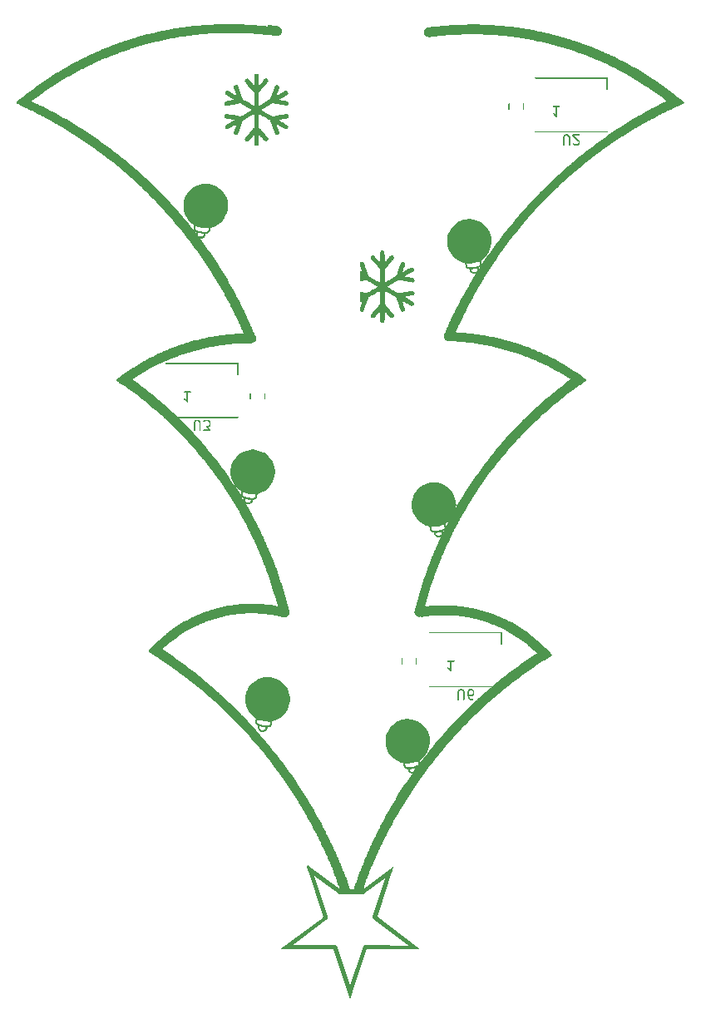
<source format=gbo>
%MOIN*%
%OFA0B0*%
%FSLAX36Y36*%
%IPPOS*%
%LPD*%
G36*
X005272441Y003394881D02*
G01*
X005254193Y003391990D01*
X005237730Y003383602D01*
X005224665Y003370537D01*
X005216276Y003354074D01*
X005213385Y003335826D01*
X005216276Y003317576D01*
X005224665Y003301114D01*
X005237730Y003288049D01*
X005254193Y003279661D01*
X005272441Y003276770D01*
X005290690Y003279661D01*
X005307153Y003288049D01*
X005320217Y003301114D01*
X005328606Y003317576D01*
X005331496Y003335826D01*
X005328606Y003354074D01*
X005320217Y003370537D01*
X005307153Y003383602D01*
X005290690Y003391990D01*
X005272441Y003394881D01*
G37*
G36*
X005272441Y003394881D02*
G01*
X005254193Y003391990D01*
X005237730Y003383602D01*
X005224665Y003370537D01*
X005216276Y003354074D01*
X005213385Y003335826D01*
X005213725Y003331514D01*
X005216616Y003313265D01*
X005225004Y003296802D01*
X005238069Y003283737D01*
X005254531Y003275349D01*
X005272780Y003272459D01*
X005291030Y003275349D01*
X005307492Y003283737D01*
X005320557Y003296802D01*
X005328945Y003313265D01*
X005331835Y003331514D01*
X005331496Y003335826D01*
X005328606Y003354074D01*
X005320217Y003370537D01*
X005307153Y003383602D01*
X005290690Y003391990D01*
X005272441Y003394881D01*
G37*
G36*
X005272780Y003390569D02*
G01*
X005254531Y003387679D01*
X005238069Y003379291D01*
X005225004Y003366225D01*
X005216616Y003349763D01*
X005213725Y003331514D01*
X005216616Y003313265D01*
X005217625Y003309060D01*
X005226013Y003292598D01*
X005239078Y003279533D01*
X005255541Y003271144D01*
X005273790Y003268253D01*
X005292039Y003271144D01*
X005308501Y003279533D01*
X005321566Y003292598D01*
X005329954Y003309060D01*
X005332845Y003327309D01*
X005329954Y003345558D01*
X005328945Y003349763D01*
X005320557Y003366225D01*
X005307492Y003379291D01*
X005291030Y003387679D01*
X005272780Y003390569D01*
G37*
G36*
X005273790Y003386364D02*
G01*
X005255541Y003383474D01*
X005239078Y003375086D01*
X005226013Y003362021D01*
X005217625Y003345558D01*
X005214735Y003327309D01*
X005217625Y003309060D01*
X005219280Y003305064D01*
X005227668Y003288601D01*
X005240733Y003275537D01*
X005257196Y003267149D01*
X005275445Y003264259D01*
X005293694Y003267149D01*
X005310156Y003275537D01*
X005323221Y003288601D01*
X005331610Y003305064D01*
X005334500Y003323314D01*
X005331610Y003341563D01*
X005329954Y003345558D01*
X005321566Y003362021D01*
X005308501Y003375086D01*
X005292039Y003383474D01*
X005273790Y003386364D01*
G37*
G36*
X005275445Y003382369D02*
G01*
X005257196Y003379479D01*
X005240733Y003371091D01*
X005227668Y003358025D01*
X005219280Y003341563D01*
X005216390Y003323314D01*
X005219280Y003305064D01*
X005227668Y003288601D01*
X005229927Y003284914D01*
X005242993Y003271850D01*
X005259455Y003263462D01*
X005277704Y003260572D01*
X005295954Y003263462D01*
X005312416Y003271850D01*
X005325481Y003284914D01*
X005333869Y003301377D01*
X005336759Y003319627D01*
X005333869Y003337875D01*
X005325481Y003354338D01*
X005323221Y003358025D01*
X005310156Y003371091D01*
X005293694Y003379479D01*
X005275445Y003382369D01*
G37*
G36*
X005277704Y003378682D02*
G01*
X005259455Y003375791D01*
X005242993Y003367402D01*
X005229927Y003354338D01*
X005221539Y003337875D01*
X005218649Y003319627D01*
X005221539Y003301377D01*
X005229927Y003284914D01*
X005232736Y003281626D01*
X005245801Y003268561D01*
X005262263Y003260174D01*
X005280513Y003257283D01*
X005298763Y003260174D01*
X005315225Y003268561D01*
X005328290Y003281626D01*
X005336678Y003298089D01*
X005339568Y003316338D01*
X005336678Y003334587D01*
X005328290Y003351050D01*
X005325481Y003354338D01*
X005312416Y003367402D01*
X005295954Y003375791D01*
X005277704Y003378682D01*
G37*
G36*
X005280513Y003375393D02*
G01*
X005262263Y003372503D01*
X005245801Y003364114D01*
X005232736Y003351050D01*
X005224348Y003334587D01*
X005221458Y003316338D01*
X005224348Y003298089D01*
X005232736Y003281626D01*
X005245801Y003268561D01*
X005249089Y003265752D01*
X005265552Y003257364D01*
X005283801Y003254474D01*
X005302050Y003257364D01*
X005318513Y003265752D01*
X005331577Y003278818D01*
X005339966Y003295280D01*
X005342856Y003313529D01*
X005339966Y003331779D01*
X005331577Y003348240D01*
X005318513Y003361306D01*
X005315225Y003364114D01*
X005298763Y003372503D01*
X005280513Y003375393D01*
G37*
G36*
X005283801Y003372585D02*
G01*
X005265552Y003369694D01*
X005249089Y003361306D01*
X005236024Y003348240D01*
X005227636Y003331779D01*
X005224746Y003313529D01*
X005227636Y003295280D01*
X005236024Y003278818D01*
X005249089Y003265752D01*
X005252777Y003263493D01*
X005269239Y003255105D01*
X005287489Y003252215D01*
X005305738Y003255105D01*
X005322200Y003263493D01*
X005335265Y003276558D01*
X005343654Y003293021D01*
X005346544Y003311270D01*
X005343654Y003329518D01*
X005335265Y003345981D01*
X005322200Y003359046D01*
X005318513Y003361306D01*
X005302050Y003369694D01*
X005283801Y003372585D01*
G37*
G36*
X005287489Y003370325D02*
G01*
X005269239Y003367435D01*
X005252777Y003359046D01*
X005239712Y003345981D01*
X005231324Y003329518D01*
X005228433Y003311270D01*
X005231324Y003293021D01*
X005239712Y003276558D01*
X005252777Y003263493D01*
X005269239Y003255105D01*
X005273235Y003253450D01*
X005291483Y003250560D01*
X005309733Y003253450D01*
X005326195Y003261838D01*
X005339260Y003274903D01*
X005347648Y003291366D01*
X005350539Y003309615D01*
X005347648Y003327864D01*
X005339260Y003344327D01*
X005326195Y003357391D01*
X005309733Y003365779D01*
X005305738Y003367435D01*
X005287489Y003370325D01*
G37*
G36*
X005291483Y003368670D02*
G01*
X005273235Y003365779D01*
X005256772Y003357391D01*
X005243708Y003344327D01*
X005235320Y003327864D01*
X005232428Y003309615D01*
X005235320Y003291366D01*
X005243708Y003274903D01*
X005256772Y003261838D01*
X005273235Y003253450D01*
X005277441Y003252441D01*
X005295689Y003249550D01*
X005313938Y003252441D01*
X005330401Y003260829D01*
X005343465Y003273893D01*
X005351854Y003290356D01*
X005354744Y003308605D01*
X005351854Y003326854D01*
X005343465Y003343317D01*
X005330401Y003356381D01*
X005313938Y003364770D01*
X005309733Y003365779D01*
X005291483Y003368670D01*
G37*
G36*
X005295689Y003367661D02*
G01*
X005277441Y003364770D01*
X005260977Y003356381D01*
X005247913Y003343317D01*
X005239524Y003326854D01*
X005236634Y003308605D01*
X005239524Y003290356D01*
X005247913Y003273893D01*
X005260977Y003260829D01*
X005277441Y003252441D01*
X005295689Y003249550D01*
X005300000Y003249211D01*
X005318249Y003252101D01*
X005334711Y003260489D01*
X005347776Y003273555D01*
X005356165Y003290016D01*
X005359055Y003308266D01*
X005356165Y003326515D01*
X005347776Y003342977D01*
X005334711Y003356043D01*
X005318249Y003364431D01*
X005300000Y003367321D01*
X005295689Y003367661D01*
G37*
G36*
X005304311Y003367661D02*
G01*
X005300000Y003367321D01*
X005281751Y003364431D01*
X005265288Y003356043D01*
X005252223Y003342977D01*
X005243836Y003326515D01*
X005240944Y003308266D01*
X005243836Y003290016D01*
X005252223Y003273555D01*
X005265288Y003260489D01*
X005281751Y003252101D01*
X005300000Y003249211D01*
X005304311Y003249550D01*
X005322560Y003252441D01*
X005339024Y003260829D01*
X005352087Y003273893D01*
X005360476Y003290356D01*
X005363366Y003308605D01*
X005360476Y003326854D01*
X005352087Y003343317D01*
X005339024Y003356381D01*
X005322560Y003364770D01*
X005304311Y003367661D01*
G37*
G36*
X005308516Y003368670D02*
G01*
X005290267Y003365779D01*
X005286062Y003364770D01*
X005269599Y003356381D01*
X005256534Y003343317D01*
X005248146Y003326854D01*
X005245256Y003308605D01*
X005248146Y003290356D01*
X005256534Y003273893D01*
X005269599Y003260829D01*
X005286062Y003252441D01*
X005304311Y003249550D01*
X005322560Y003252441D01*
X005326765Y003253450D01*
X005343228Y003261838D01*
X005356292Y003274903D01*
X005364681Y003291366D01*
X005367571Y003309615D01*
X005364681Y003327864D01*
X005356292Y003344327D01*
X005343228Y003357391D01*
X005326765Y003365779D01*
X005308516Y003368670D01*
G37*
G36*
X005312512Y003370325D02*
G01*
X005294262Y003367435D01*
X005290267Y003365779D01*
X005273804Y003357391D01*
X005260739Y003344327D01*
X005252351Y003327864D01*
X005249461Y003309615D01*
X005252351Y003291366D01*
X005260739Y003274903D01*
X005273804Y003261838D01*
X005290267Y003253450D01*
X005308516Y003250560D01*
X005326765Y003253450D01*
X005330761Y003255105D01*
X005347223Y003263493D01*
X005360289Y003276558D01*
X005368676Y003293021D01*
X005371567Y003311270D01*
X005368676Y003329518D01*
X005360289Y003345981D01*
X005347223Y003359046D01*
X005330761Y003367435D01*
X005312512Y003370325D01*
G37*
G36*
X005316198Y003372585D02*
G01*
X005297950Y003369694D01*
X005281488Y003361306D01*
X005277800Y003359046D01*
X005264735Y003345981D01*
X005256347Y003329518D01*
X005253457Y003311270D01*
X005256347Y003293021D01*
X005264735Y003276558D01*
X005277800Y003263493D01*
X005294262Y003255105D01*
X005312512Y003252215D01*
X005330761Y003255105D01*
X005347223Y003263493D01*
X005350911Y003265752D01*
X005363975Y003278818D01*
X005372363Y003295280D01*
X005375254Y003313529D01*
X005372363Y003331779D01*
X005363975Y003348240D01*
X005350911Y003361306D01*
X005334448Y003369694D01*
X005316198Y003372585D01*
G37*
G36*
X005319487Y003375393D02*
G01*
X005301238Y003372503D01*
X005284776Y003364114D01*
X005281488Y003361306D01*
X005268423Y003348240D01*
X005260034Y003331779D01*
X005257143Y003313529D01*
X005260034Y003295280D01*
X005268423Y003278818D01*
X005281488Y003265752D01*
X005297950Y003257364D01*
X005316198Y003254474D01*
X005334448Y003257364D01*
X005350911Y003265752D01*
X005354199Y003268561D01*
X005367264Y003281626D01*
X005375652Y003298089D01*
X005378542Y003316338D01*
X005375652Y003334587D01*
X005367264Y003351050D01*
X005354199Y003364114D01*
X005337736Y003372503D01*
X005319487Y003375393D01*
G37*
G36*
X005322296Y003378682D02*
G01*
X005304047Y003375791D01*
X005287585Y003367402D01*
X005274519Y003354338D01*
X005271710Y003351050D01*
X005263322Y003334587D01*
X005260432Y003316338D01*
X005263322Y003298089D01*
X005271710Y003281626D01*
X005284776Y003268561D01*
X005301238Y003260174D01*
X005319487Y003257283D01*
X005337736Y003260174D01*
X005354199Y003268561D01*
X005367264Y003281626D01*
X005370073Y003284914D01*
X005378460Y003301377D01*
X005381351Y003319627D01*
X005378460Y003337875D01*
X005370073Y003354338D01*
X005357007Y003367402D01*
X005340545Y003375791D01*
X005322296Y003378682D01*
G37*
G36*
X005324555Y003382369D02*
G01*
X005306307Y003379479D01*
X005289844Y003371091D01*
X005276779Y003358025D01*
X005274519Y003354338D01*
X005266131Y003337875D01*
X005263241Y003319627D01*
X005266131Y003301377D01*
X005274519Y003284914D01*
X005287585Y003271850D01*
X005304047Y003263462D01*
X005322296Y003260572D01*
X005340545Y003263462D01*
X005357007Y003271850D01*
X005370073Y003284914D01*
X005372332Y003288601D01*
X005380720Y003305064D01*
X005383611Y003323314D01*
X005380720Y003341563D01*
X005372332Y003358025D01*
X005359267Y003371091D01*
X005342805Y003379479D01*
X005324555Y003382369D01*
G37*
G36*
X005326210Y003386364D02*
G01*
X005307961Y003383474D01*
X005291498Y003375086D01*
X005278434Y003362021D01*
X005270046Y003345558D01*
X005268390Y003341563D01*
X005265500Y003323314D01*
X005268390Y003305064D01*
X005276779Y003288601D01*
X005289844Y003275537D01*
X005306307Y003267149D01*
X005324555Y003264259D01*
X005342805Y003267149D01*
X005359267Y003275537D01*
X005372332Y003288601D01*
X005380720Y003305064D01*
X005382375Y003309060D01*
X005385265Y003327309D01*
X005382375Y003345558D01*
X005373987Y003362021D01*
X005360922Y003375086D01*
X005344459Y003383474D01*
X005326210Y003386364D01*
G37*
G36*
X005327220Y003390569D02*
G01*
X005308970Y003387679D01*
X005292508Y003379291D01*
X005279443Y003366225D01*
X005271055Y003349763D01*
X005270046Y003345558D01*
X005267155Y003327309D01*
X005270046Y003309060D01*
X005278434Y003292598D01*
X005291498Y003279533D01*
X005307961Y003271144D01*
X005326210Y003268253D01*
X005344459Y003271144D01*
X005360922Y003279533D01*
X005373987Y003292598D01*
X005382375Y003309060D01*
X005383385Y003313265D01*
X005386275Y003331514D01*
X005383385Y003349763D01*
X005374997Y003366225D01*
X005361931Y003379291D01*
X005345469Y003387679D01*
X005327220Y003390569D01*
G37*
G36*
X005327559Y003394881D02*
G01*
X005309310Y003391990D01*
X005292847Y003383602D01*
X005279782Y003370537D01*
X005271394Y003354074D01*
X005268504Y003335826D01*
X005268165Y003331514D01*
X005271055Y003313265D01*
X005279443Y003296802D01*
X005292508Y003283737D01*
X005308970Y003275349D01*
X005327220Y003272459D01*
X005345469Y003275349D01*
X005361931Y003283737D01*
X005374997Y003296802D01*
X005383385Y003313265D01*
X005386275Y003331514D01*
X005386614Y003335826D01*
X005383724Y003354074D01*
X005375335Y003370537D01*
X005362270Y003383602D01*
X005345808Y003391990D01*
X005327559Y003394881D01*
G37*
G36*
X005327220Y003399192D02*
G01*
X005308970Y003396301D01*
X005292508Y003387912D01*
X005279443Y003374848D01*
X005271055Y003358385D01*
X005268165Y003340136D01*
X005268504Y003335826D01*
X005271394Y003317576D01*
X005279782Y003301114D01*
X005292847Y003288049D01*
X005309310Y003279661D01*
X005327559Y003276770D01*
X005345808Y003279661D01*
X005362270Y003288049D01*
X005375335Y003301114D01*
X005383724Y003317576D01*
X005386614Y003335826D01*
X005386275Y003340136D01*
X005383385Y003358385D01*
X005374997Y003374848D01*
X005361931Y003387912D01*
X005345469Y003396301D01*
X005327220Y003399192D01*
G37*
G36*
X005326210Y003403397D02*
G01*
X005307961Y003400505D01*
X005291498Y003392118D01*
X005278434Y003379053D01*
X005270046Y003362590D01*
X005267155Y003344342D01*
X005270046Y003326092D01*
X005271055Y003321887D01*
X005279443Y003305424D01*
X005292508Y003292359D01*
X005308970Y003283972D01*
X005327220Y003281081D01*
X005345469Y003283972D01*
X005361931Y003292359D01*
X005374997Y003305424D01*
X005383385Y003321887D01*
X005386275Y003340136D01*
X005383385Y003358385D01*
X005382375Y003362590D01*
X005373987Y003379053D01*
X005360922Y003392118D01*
X005344459Y003400505D01*
X005326210Y003403397D01*
G37*
G36*
X005324555Y003407392D02*
G01*
X005306307Y003404502D01*
X005289844Y003396113D01*
X005276779Y003383048D01*
X005268390Y003366585D01*
X005265500Y003348337D01*
X005268390Y003330087D01*
X005270046Y003326092D01*
X005278434Y003309629D01*
X005291498Y003296565D01*
X005307961Y003288177D01*
X005326210Y003285287D01*
X005344459Y003288177D01*
X005360922Y003296565D01*
X005373987Y003309629D01*
X005382375Y003326092D01*
X005385265Y003344342D01*
X005382375Y003362590D01*
X005380720Y003366585D01*
X005372332Y003383048D01*
X005359267Y003396113D01*
X005342805Y003404502D01*
X005324555Y003407392D01*
G37*
G36*
X005322296Y003411079D02*
G01*
X005304047Y003408189D01*
X005287585Y003399801D01*
X005274519Y003386735D01*
X005266131Y003370273D01*
X005263241Y003352024D01*
X005266131Y003333774D01*
X005274519Y003317313D01*
X005276779Y003313624D01*
X005289844Y003300560D01*
X005306307Y003292172D01*
X005324555Y003289282D01*
X005342805Y003292172D01*
X005359267Y003300560D01*
X005372332Y003313624D01*
X005380720Y003330087D01*
X005383611Y003348337D01*
X005380720Y003366585D01*
X005372332Y003383048D01*
X005370073Y003386735D01*
X005357007Y003399801D01*
X005340545Y003408189D01*
X005322296Y003411079D01*
G37*
G36*
X005319487Y003414367D02*
G01*
X005301238Y003411477D01*
X005284776Y003403089D01*
X005271710Y003390024D01*
X005263322Y003373561D01*
X005260432Y003355312D01*
X005263322Y003337063D01*
X005271710Y003320601D01*
X005274519Y003317313D01*
X005287585Y003304247D01*
X005304047Y003295859D01*
X005322296Y003292969D01*
X005340545Y003295859D01*
X005357007Y003304247D01*
X005370073Y003317313D01*
X005378460Y003333774D01*
X005381351Y003352024D01*
X005378460Y003370273D01*
X005370073Y003386735D01*
X005367264Y003390024D01*
X005354199Y003403089D01*
X005337736Y003411477D01*
X005319487Y003414367D01*
G37*
G36*
X005316198Y003417176D02*
G01*
X005297950Y003414286D01*
X005281488Y003405897D01*
X005268423Y003392832D01*
X005260034Y003376369D01*
X005257143Y003358121D01*
X005260034Y003339872D01*
X005268423Y003323409D01*
X005281488Y003310344D01*
X005284776Y003307535D01*
X005301238Y003299147D01*
X005319487Y003296257D01*
X005337736Y003299147D01*
X005354199Y003307535D01*
X005367264Y003320601D01*
X005375652Y003337063D01*
X005378542Y003355312D01*
X005375652Y003373561D01*
X005367264Y003390024D01*
X005354199Y003403089D01*
X005350911Y003405897D01*
X005334448Y003414286D01*
X005316198Y003417176D01*
G37*
G36*
X005312512Y003419435D02*
G01*
X005294262Y003416545D01*
X005277800Y003408157D01*
X005264735Y003395092D01*
X005256347Y003378630D01*
X005253457Y003360380D01*
X005256347Y003342131D01*
X005264735Y003325669D01*
X005277800Y003312603D01*
X005281488Y003310344D01*
X005297950Y003301956D01*
X005316198Y003299066D01*
X005334448Y003301956D01*
X005350911Y003310344D01*
X005363975Y003323409D01*
X005372363Y003339872D01*
X005375254Y003358121D01*
X005372363Y003376369D01*
X005363975Y003392832D01*
X005350911Y003405897D01*
X005347223Y003408157D01*
X005330761Y003416545D01*
X005312512Y003419435D01*
G37*
G36*
X005308516Y003421090D02*
G01*
X005290267Y003418200D01*
X005273804Y003409812D01*
X005260739Y003396747D01*
X005252351Y003380285D01*
X005249461Y003362035D01*
X005252351Y003343787D01*
X005260739Y003327324D01*
X005273804Y003314259D01*
X005290267Y003305870D01*
X005294262Y003304215D01*
X005312512Y003301325D01*
X005330761Y003304215D01*
X005347223Y003312603D01*
X005360289Y003325669D01*
X005368676Y003342131D01*
X005371567Y003360380D01*
X005368676Y003378630D01*
X005360289Y003395092D01*
X005347223Y003408157D01*
X005330761Y003416545D01*
X005326765Y003418200D01*
X005308516Y003421090D01*
G37*
G36*
X005304311Y003422100D02*
G01*
X005286062Y003419210D01*
X005269599Y003410822D01*
X005256534Y003397756D01*
X005248146Y003381294D01*
X005245256Y003363045D01*
X005248146Y003344795D01*
X005256534Y003328333D01*
X005269599Y003315268D01*
X005286062Y003306880D01*
X005290267Y003305870D01*
X005308516Y003302980D01*
X005326765Y003305870D01*
X005343228Y003314259D01*
X005356292Y003327324D01*
X005364681Y003343787D01*
X005367571Y003362035D01*
X005364681Y003380285D01*
X005356292Y003396747D01*
X005343228Y003409812D01*
X005326765Y003418200D01*
X005322560Y003419210D01*
X005304311Y003422100D01*
G37*
G36*
X005300000Y003422440D02*
G01*
X005281751Y003419549D01*
X005265288Y003411160D01*
X005252223Y003398096D01*
X005243836Y003381633D01*
X005240944Y003363385D01*
X005243836Y003345135D01*
X005252223Y003328672D01*
X005265288Y003315607D01*
X005281751Y003307220D01*
X005300000Y003304329D01*
X005304311Y003303990D01*
X005322560Y003306880D01*
X005339024Y003315268D01*
X005352087Y003328333D01*
X005360476Y003344795D01*
X005363366Y003363045D01*
X005360476Y003381294D01*
X005352087Y003397756D01*
X005339024Y003410822D01*
X005322560Y003419210D01*
X005304311Y003422100D01*
X005300000Y003422440D01*
G37*
G36*
X005300000Y003422440D02*
G01*
X005295689Y003422100D01*
X005277441Y003419210D01*
X005260977Y003410822D01*
X005247913Y003397756D01*
X005239524Y003381294D01*
X005236634Y003363045D01*
X005239524Y003344795D01*
X005247913Y003328333D01*
X005260977Y003315268D01*
X005277441Y003306880D01*
X005295689Y003303990D01*
X005300000Y003304329D01*
X005318249Y003307220D01*
X005334711Y003315607D01*
X005347776Y003328672D01*
X005356165Y003345135D01*
X005359055Y003363385D01*
X005356165Y003381633D01*
X005347776Y003398096D01*
X005334711Y003411160D01*
X005318249Y003419549D01*
X005300000Y003422440D01*
G37*
G36*
X005295689Y003422100D02*
G01*
X005277441Y003419210D01*
X005273235Y003418200D01*
X005256772Y003409812D01*
X005243708Y003396747D01*
X005235320Y003380285D01*
X005232428Y003362035D01*
X005235320Y003343787D01*
X005243708Y003327324D01*
X005256772Y003314259D01*
X005273235Y003305870D01*
X005291483Y003302980D01*
X005309733Y003305870D01*
X005313938Y003306880D01*
X005330401Y003315268D01*
X005343465Y003328333D01*
X005351854Y003344795D01*
X005354744Y003363045D01*
X005351854Y003381294D01*
X005343465Y003397756D01*
X005330401Y003410822D01*
X005313938Y003419210D01*
X005295689Y003422100D01*
G37*
G36*
X005291483Y003421090D02*
G01*
X005273235Y003418200D01*
X005269239Y003416545D01*
X005252777Y003408157D01*
X005239712Y003395092D01*
X005231324Y003378630D01*
X005228433Y003360380D01*
X005231324Y003342131D01*
X005239712Y003325669D01*
X005252777Y003312603D01*
X005269239Y003304215D01*
X005287489Y003301325D01*
X005305738Y003304215D01*
X005309733Y003305870D01*
X005326195Y003314259D01*
X005339260Y003327324D01*
X005347648Y003343787D01*
X005350539Y003362035D01*
X005347648Y003380285D01*
X005339260Y003396747D01*
X005326195Y003409812D01*
X005309733Y003418200D01*
X005291483Y003421090D01*
G37*
G36*
X005287489Y003419435D02*
G01*
X005269239Y003416545D01*
X005252777Y003408157D01*
X005249089Y003405897D01*
X005236024Y003392832D01*
X005227636Y003376369D01*
X005224746Y003358121D01*
X005227636Y003339872D01*
X005236024Y003323409D01*
X005249089Y003310344D01*
X005265552Y003301956D01*
X005283801Y003299066D01*
X005302050Y003301956D01*
X005318513Y003310344D01*
X005322200Y003312603D01*
X005335265Y003325669D01*
X005343654Y003342131D01*
X005346544Y003360380D01*
X005343654Y003378630D01*
X005335265Y003395092D01*
X005322200Y003408157D01*
X005305738Y003416545D01*
X005287489Y003419435D01*
G37*
G36*
X005283801Y003417176D02*
G01*
X005265552Y003414286D01*
X005249089Y003405897D01*
X005245801Y003403089D01*
X005232736Y003390024D01*
X005224348Y003373561D01*
X005221458Y003355312D01*
X005224348Y003337063D01*
X005232736Y003320601D01*
X005245801Y003307535D01*
X005262263Y003299147D01*
X005280513Y003296257D01*
X005298763Y003299147D01*
X005315225Y003307535D01*
X005318513Y003310344D01*
X005331577Y003323409D01*
X005339966Y003339872D01*
X005342856Y003358121D01*
X005339966Y003376369D01*
X005331577Y003392832D01*
X005318513Y003405897D01*
X005302050Y003414286D01*
X005283801Y003417176D01*
G37*
G36*
X005280513Y003414367D02*
G01*
X005262263Y003411477D01*
X005245801Y003403089D01*
X005232736Y003390024D01*
X005229927Y003386735D01*
X005221539Y003370273D01*
X005218649Y003352024D01*
X005221539Y003333774D01*
X005229927Y003317313D01*
X005242993Y003304247D01*
X005259455Y003295859D01*
X005277704Y003292969D01*
X005295954Y003295859D01*
X005312416Y003304247D01*
X005325481Y003317313D01*
X005328290Y003320601D01*
X005336678Y003337063D01*
X005339568Y003355312D01*
X005336678Y003373561D01*
X005328290Y003390024D01*
X005315225Y003403089D01*
X005298763Y003411477D01*
X005280513Y003414367D01*
G37*
G36*
X005277704Y003411079D02*
G01*
X005259455Y003408189D01*
X005242993Y003399801D01*
X005229927Y003386735D01*
X005227668Y003383048D01*
X005219280Y003366585D01*
X005216390Y003348337D01*
X005219280Y003330087D01*
X005227668Y003313624D01*
X005240733Y003300560D01*
X005257196Y003292172D01*
X005275445Y003289282D01*
X005293694Y003292172D01*
X005310156Y003300560D01*
X005323221Y003313624D01*
X005325481Y003317313D01*
X005333869Y003333774D01*
X005336759Y003352024D01*
X005333869Y003370273D01*
X005325481Y003386735D01*
X005312416Y003399801D01*
X005295954Y003408189D01*
X005277704Y003411079D01*
G37*
G36*
X005275445Y003407392D02*
G01*
X005257196Y003404502D01*
X005240733Y003396113D01*
X005227668Y003383048D01*
X005219280Y003366585D01*
X005217625Y003362590D01*
X005214735Y003344342D01*
X005217625Y003326092D01*
X005226013Y003309629D01*
X005239078Y003296565D01*
X005255541Y003288177D01*
X005273790Y003285287D01*
X005292039Y003288177D01*
X005308501Y003296565D01*
X005321566Y003309629D01*
X005329954Y003326092D01*
X005331610Y003330087D01*
X005334500Y003348337D01*
X005331610Y003366585D01*
X005323221Y003383048D01*
X005310156Y003396113D01*
X005293694Y003404502D01*
X005275445Y003407392D01*
G37*
G36*
X005273790Y003403397D02*
G01*
X005255541Y003400505D01*
X005239078Y003392118D01*
X005226013Y003379053D01*
X005217625Y003362590D01*
X005216616Y003358385D01*
X005213725Y003340136D01*
X005216616Y003321887D01*
X005225004Y003305424D01*
X005238069Y003292359D01*
X005254531Y003283972D01*
X005272780Y003281081D01*
X005291030Y003283972D01*
X005307492Y003292359D01*
X005320557Y003305424D01*
X005328945Y003321887D01*
X005329954Y003326092D01*
X005332845Y003344342D01*
X005329954Y003362590D01*
X005321566Y003379053D01*
X005308501Y003392118D01*
X005292039Y003400505D01*
X005273790Y003403397D01*
G37*
G36*
X005272780Y003399192D02*
G01*
X005254531Y003396301D01*
X005238069Y003387912D01*
X005225004Y003374848D01*
X005216616Y003358385D01*
X005213725Y003340136D01*
X005213385Y003335826D01*
X005216276Y003317576D01*
X005224665Y003301114D01*
X005237730Y003288049D01*
X005254193Y003279661D01*
X005272441Y003276770D01*
X005290690Y003279661D01*
X005307153Y003288049D01*
X005320217Y003301114D01*
X005328606Y003317576D01*
X005331496Y003335826D01*
X005331835Y003340136D01*
X005328945Y003358385D01*
X005320557Y003374848D01*
X005307492Y003387912D01*
X005291030Y003396301D01*
X005272780Y003399192D01*
G37*
G36*
X005615748Y001727558D02*
G01*
X005609665Y001726595D01*
X005604178Y001723798D01*
X005599823Y001719444D01*
X005597026Y001713956D01*
X005596063Y001707873D01*
X005597026Y001701790D01*
X005599823Y001696303D01*
X005604178Y001691947D01*
X005609665Y001689151D01*
X005615748Y001688188D01*
X005621831Y001689151D01*
X005627319Y001691947D01*
X005631674Y001696303D01*
X005634470Y001701790D01*
X005635433Y001707873D01*
X005634470Y001713956D01*
X005631674Y001719444D01*
X005627319Y001723798D01*
X005621831Y001726595D01*
X005615748Y001727558D01*
G37*
G36*
X005603672Y001730338D02*
G01*
X005597589Y001729374D01*
X005592101Y001726578D01*
X005587746Y001722224D01*
X005584951Y001716736D01*
X005583987Y001710653D01*
X005584951Y001704570D01*
X005587746Y001699082D01*
X005592101Y001694727D01*
X005597589Y001691931D01*
X005609665Y001689151D01*
X005615748Y001688188D01*
X005621831Y001689151D01*
X005627319Y001691947D01*
X005631674Y001696303D01*
X005634470Y001701790D01*
X005635433Y001707873D01*
X005634470Y001713956D01*
X005631674Y001719444D01*
X005627319Y001723798D01*
X005621831Y001726595D01*
X005609755Y001729374D01*
X005603672Y001730338D01*
G37*
G36*
X005591535Y001732841D02*
G01*
X005590444Y001732668D01*
X005590551Y001732281D01*
X005589348Y001732494D01*
X005585452Y001731877D01*
X005579965Y001729081D01*
X005575610Y001724726D01*
X005572814Y001719239D01*
X005571850Y001713156D01*
X005572814Y001707073D01*
X005575610Y001701585D01*
X005579965Y001697230D01*
X005585452Y001694434D01*
X005597589Y001691931D01*
X005603672Y001690968D01*
X005609755Y001691931D01*
X005615243Y001694727D01*
X005619597Y001699082D01*
X005622394Y001704570D01*
X005623357Y001710653D01*
X005622394Y001716736D01*
X005619597Y001722224D01*
X005615243Y001726578D01*
X005609755Y001729374D01*
X005597618Y001731877D01*
X005591535Y001732841D01*
G37*
G36*
X005576864Y001734673D02*
G01*
X005573262Y001734102D01*
X005567774Y001731306D01*
X005563420Y001726950D01*
X005560623Y001721463D01*
X005559660Y001715381D01*
X005560623Y001709298D01*
X005563420Y001703809D01*
X005567774Y001699455D01*
X005573262Y001696659D01*
X005585452Y001694434D01*
X005591535Y001693471D01*
X005597618Y001694434D01*
X005603106Y001697230D01*
X005607461Y001701585D01*
X005610257Y001707073D01*
X005611220Y001713156D01*
X005610257Y001719239D01*
X005607461Y001724726D01*
X005603106Y001729081D01*
X005597618Y001731877D01*
X005590294Y001733214D01*
X005590551Y001732281D01*
X005578219Y001734464D01*
X005576864Y001734673D01*
G37*
G36*
X005564305Y001736566D02*
G01*
X005561023Y001736047D01*
X005555536Y001733251D01*
X005551181Y001728896D01*
X005548385Y001723409D01*
X005547422Y001717325D01*
X005548385Y001711242D01*
X005551181Y001705755D01*
X005555536Y001701400D01*
X005561023Y001698604D01*
X005573262Y001696659D01*
X005579345Y001695696D01*
X005585428Y001696659D01*
X005590915Y001699455D01*
X005595270Y001703809D01*
X005598066Y001709298D01*
X005599030Y001715381D01*
X005598066Y001721463D01*
X005595270Y001726950D01*
X005590915Y001731306D01*
X005588176Y001732702D01*
X005578219Y001734464D01*
X005565839Y001736366D01*
X005564305Y001736566D01*
G37*
G36*
X005551664Y001738175D02*
G01*
X005548744Y001737713D01*
X005543256Y001734916D01*
X005538901Y001730561D01*
X005536106Y001725073D01*
X005535142Y001718990D01*
X005536106Y001712907D01*
X005538901Y001707420D01*
X005543256Y001703065D01*
X005548744Y001700269D01*
X005554827Y001699305D01*
X005567107Y001697640D01*
X005573190Y001698604D01*
X005578677Y001701400D01*
X005583033Y001705755D01*
X005585828Y001711242D01*
X005586792Y001717325D01*
X005585828Y001723409D01*
X005583033Y001728896D01*
X005578677Y001733251D01*
X005575466Y001734887D01*
X005565839Y001736366D01*
X005553420Y001737986D01*
X005551664Y001738175D01*
G37*
G36*
X005538948Y001739495D02*
G01*
X005536429Y001739096D01*
X005530943Y001736300D01*
X005526587Y001731944D01*
X005523791Y001726457D01*
X005522827Y001720375D01*
X005523791Y001714292D01*
X005526587Y001708803D01*
X005530943Y001704449D01*
X005536429Y001701653D01*
X005542512Y001700690D01*
X005554827Y001699305D01*
X005560910Y001700269D01*
X005566398Y001703065D01*
X005570752Y001707420D01*
X005573549Y001712907D01*
X005574512Y001718990D01*
X005573549Y001725073D01*
X005570752Y001730561D01*
X005566398Y001734916D01*
X005562764Y001736768D01*
X005553420Y001737986D01*
X005540969Y001739324D01*
X005538948Y001739495D01*
G37*
G36*
X005526148Y001740524D02*
G01*
X005524086Y001740198D01*
X005518599Y001737401D01*
X005514244Y001733047D01*
X005511448Y001727559D01*
X005510484Y001721476D01*
X005511448Y001715393D01*
X005514244Y001709906D01*
X005518599Y001705550D01*
X005524086Y001702755D01*
X005530169Y001701791D01*
X005542512Y001700690D01*
X005548595Y001701653D01*
X005554083Y001704449D01*
X005558438Y001708803D01*
X005561234Y001714292D01*
X005562197Y001720375D01*
X005561234Y001726457D01*
X005558438Y001731944D01*
X005554083Y001736300D01*
X005550066Y001738346D01*
X005540969Y001739324D01*
X005528489Y001740380D01*
X005526148Y001740524D01*
G37*
G36*
X005513245Y001741259D02*
G01*
X005511721Y001741017D01*
X005506234Y001738221D01*
X005501879Y001733866D01*
X005499083Y001728378D01*
X005498119Y001722296D01*
X005499083Y001716213D01*
X005501879Y001710724D01*
X005506234Y001706370D01*
X005511721Y001703574D01*
X005517804Y001702611D01*
X005530169Y001701791D01*
X005536252Y001702755D01*
X005541740Y001705550D01*
X005546095Y001709906D01*
X005548891Y001715393D01*
X005549854Y001721476D01*
X005548891Y001727559D01*
X005546095Y001733047D01*
X005541740Y001737401D01*
X005537369Y001739629D01*
X005528489Y001740380D01*
X005515988Y001741151D01*
X005513245Y001741259D01*
G37*
G36*
X005500223Y001741693D02*
G01*
X005499341Y001741553D01*
X005493853Y001738757D01*
X005489499Y001734402D01*
X005486702Y001728915D01*
X005485739Y001722832D01*
X005486702Y001716748D01*
X005489499Y001711261D01*
X005493853Y001706905D01*
X005499341Y001704110D01*
X005505424Y001703147D01*
X005517804Y001702611D01*
X005523887Y001703574D01*
X005529375Y001706370D01*
X005533730Y001710724D01*
X005536526Y001716213D01*
X005537489Y001722296D01*
X005536526Y001728378D01*
X005533730Y001733866D01*
X005529375Y001738221D01*
X005524677Y001740615D01*
X005515988Y001741151D01*
X005503473Y001741640D01*
X005500223Y001741693D01*
G37*
G36*
X005490951Y001741844D02*
G01*
X005487031Y001741819D01*
X005486952Y001741807D01*
X005481465Y001739010D01*
X005477109Y001734655D01*
X005474314Y001729168D01*
X005473350Y001723085D01*
X005474314Y001717002D01*
X005477109Y001711514D01*
X005481465Y001707159D01*
X005486952Y001704363D01*
X005493035Y001703400D01*
X005505424Y001703147D01*
X005511507Y001704110D01*
X005516995Y001706905D01*
X005521350Y001711261D01*
X005524146Y001716748D01*
X005525109Y001722832D01*
X005524146Y001728915D01*
X005521350Y001734402D01*
X005516995Y001738757D01*
X005511990Y001741307D01*
X005503473Y001741640D01*
X005490951Y001741844D01*
G37*
G36*
X005490951Y001741844D02*
G01*
X005478427Y001741764D01*
X005474302Y001741644D01*
X005469072Y001738980D01*
X005464717Y001734625D01*
X005461921Y001729137D01*
X005460958Y001723055D01*
X005461921Y001716972D01*
X005464717Y001711484D01*
X005469072Y001707129D01*
X005474559Y001704333D01*
X005480643Y001703370D01*
X005493035Y001703400D01*
X005499118Y001704363D01*
X005504605Y001707159D01*
X005508960Y001711514D01*
X005511757Y001717002D01*
X005512720Y001723085D01*
X005511757Y001729168D01*
X005508960Y001734655D01*
X005504605Y001739010D01*
X005499312Y001741708D01*
X005490951Y001741844D01*
G37*
G36*
X005486472Y001741816D02*
G01*
X005478427Y001741764D01*
X005465908Y001741400D01*
X005461615Y001741178D01*
X005456684Y001738666D01*
X005452329Y001734311D01*
X005449534Y001728824D01*
X005448570Y001722740D01*
X005449534Y001716658D01*
X005452329Y001711170D01*
X005456684Y001706815D01*
X005462172Y001704018D01*
X005468255Y001703055D01*
X005480643Y001703370D01*
X005486726Y001704333D01*
X005492213Y001707129D01*
X005496568Y001711484D01*
X005499364Y001716972D01*
X005500328Y001723055D01*
X005499364Y001729137D01*
X005496568Y001734625D01*
X005492213Y001738980D01*
X005486726Y001741775D01*
X005486472Y001741816D01*
G37*
G36*
X005473357Y001741617D02*
G01*
X005465908Y001741400D01*
X005453400Y001740752D01*
X005448918Y001740418D01*
X005444306Y001738069D01*
X005439951Y001733714D01*
X005437156Y001728227D01*
X005436192Y001722144D01*
X005437156Y001716061D01*
X005439951Y001710573D01*
X005444306Y001706218D01*
X005449794Y001703422D01*
X005455877Y001702459D01*
X005468255Y001703055D01*
X005474338Y001704018D01*
X005479826Y001706815D01*
X005484180Y001711170D01*
X005486977Y001716658D01*
X005487940Y001722740D01*
X005486977Y001728824D01*
X005484180Y001734311D01*
X005479826Y001738666D01*
X005474338Y001741461D01*
X005473357Y001741617D01*
G37*
G36*
X005460385Y001741114D02*
G01*
X005453400Y001740752D01*
X005440911Y001739821D01*
X005436215Y001739364D01*
X005431946Y001737189D01*
X005427591Y001732834D01*
X005424795Y001727347D01*
X005423832Y001721264D01*
X005424795Y001715181D01*
X005427591Y001709693D01*
X005431946Y001705338D01*
X005437434Y001702542D01*
X005443517Y001701579D01*
X005455877Y001702459D01*
X005461960Y001703422D01*
X005467448Y001706218D01*
X005471803Y001710573D01*
X005474599Y001716061D01*
X005475562Y001722144D01*
X005474599Y001728227D01*
X005471803Y001733714D01*
X005467448Y001738069D01*
X005461960Y001740864D01*
X005460385Y001741114D01*
G37*
G36*
X005447522Y001740314D02*
G01*
X005440911Y001739821D01*
X005428446Y001738607D01*
X005423504Y001738012D01*
X005419609Y001736027D01*
X005415254Y001731672D01*
X005412457Y001726184D01*
X005411494Y001720101D01*
X005412457Y001714018D01*
X005415254Y001708530D01*
X005419609Y001704175D01*
X005425096Y001701380D01*
X005431179Y001700416D01*
X005443517Y001701579D01*
X005449600Y001702542D01*
X005455087Y001705338D01*
X005459442Y001709693D01*
X005462238Y001715181D01*
X005463202Y001721264D01*
X005462238Y001727347D01*
X005459442Y001732834D01*
X005455087Y001737189D01*
X005449600Y001739985D01*
X005447522Y001740314D01*
G37*
G36*
X005434749Y001739221D02*
G01*
X005428446Y001738607D01*
X005416011Y001737109D01*
X005410790Y001736360D01*
X005407301Y001734582D01*
X005402946Y001730227D01*
X005400150Y001724739D01*
X005399186Y001718657D01*
X005400150Y001712574D01*
X005402946Y001707087D01*
X005407301Y001702731D01*
X005412788Y001699935D01*
X005418872Y001698972D01*
X005431179Y001700416D01*
X005437263Y001701380D01*
X005442750Y001704175D01*
X005447105Y001708530D01*
X005449902Y001714018D01*
X005450865Y001720101D01*
X005449902Y001726184D01*
X005447105Y001731672D01*
X005442750Y001736027D01*
X005437263Y001738823D01*
X005434749Y001739221D01*
G37*
G36*
X005422057Y001737837D02*
G01*
X005416011Y001737109D01*
X005403615Y001735331D01*
X005398071Y001734407D01*
X005395029Y001732857D01*
X005390675Y001728502D01*
X005387879Y001723015D01*
X005386916Y001716931D01*
X005387879Y001710848D01*
X005390675Y001705361D01*
X005395029Y001701006D01*
X005400518Y001698210D01*
X005406601Y001697246D01*
X005418872Y001698972D01*
X005424955Y001699935D01*
X005430442Y001702731D01*
X005434797Y001707087D01*
X005437593Y001712574D01*
X005438557Y001718657D01*
X005437593Y001724739D01*
X005434797Y001730227D01*
X005430442Y001734582D01*
X005424955Y001737379D01*
X005422057Y001737837D01*
G37*
G36*
X005409441Y001736166D02*
G01*
X005403615Y001735331D01*
X005391261Y001733272D01*
X005385342Y001732146D01*
X005382801Y001730851D01*
X005378446Y001726497D01*
X005375650Y001721009D01*
X005374687Y001714926D01*
X005375650Y001708843D01*
X005378446Y001703356D01*
X005382801Y001699001D01*
X005388288Y001696204D01*
X005394372Y001695241D01*
X005400455Y001696204D01*
X005412683Y001698210D01*
X005418172Y001701006D01*
X005422526Y001705361D01*
X005425322Y001710848D01*
X005426286Y001716931D01*
X005425322Y001723015D01*
X005422526Y001728502D01*
X005418172Y001732857D01*
X005412683Y001735653D01*
X005409441Y001736166D01*
G37*
G36*
X005396898Y001734211D02*
G01*
X005391261Y001733272D01*
X005378957Y001730933D01*
X005372597Y001729573D01*
X005370621Y001728566D01*
X005366267Y001724212D01*
X005363471Y001718724D01*
X005362507Y001712641D01*
X005363471Y001706558D01*
X005366267Y001701071D01*
X005370621Y001696716D01*
X005376109Y001693920D01*
X005382192Y001692956D01*
X005388275Y001693920D01*
X005400455Y001696204D01*
X005405942Y001699001D01*
X005410297Y001703356D01*
X005413094Y001708843D01*
X005414057Y001714926D01*
X005413094Y001721009D01*
X005410297Y001726497D01*
X005405942Y001730851D01*
X005400455Y001733648D01*
X005396898Y001734211D01*
G37*
G36*
X005384428Y001731972D02*
G01*
X005378957Y001730933D01*
X005366709Y001728315D01*
X005359819Y001726677D01*
X005358497Y001726004D01*
X005354142Y001721650D01*
X005351347Y001716162D01*
X005350383Y001710079D01*
X005351347Y001703996D01*
X005354142Y001698509D01*
X005358497Y001694153D01*
X005363985Y001691358D01*
X005370068Y001690394D01*
X005376151Y001691358D01*
X005388275Y001693920D01*
X005393763Y001696716D01*
X005398118Y001701071D01*
X005400914Y001706558D01*
X005401877Y001712641D01*
X005400914Y001718724D01*
X005398118Y001724212D01*
X005393763Y001728566D01*
X005388275Y001731363D01*
X005384428Y001731972D01*
G37*
G36*
X005372034Y001729453D02*
G01*
X005366709Y001728315D01*
X005354524Y001725420D01*
X005346990Y001723448D01*
X005346435Y001723166D01*
X005342080Y001718811D01*
X005339284Y001713323D01*
X005338321Y001707239D01*
X005339284Y001701157D01*
X005342080Y001695670D01*
X005346435Y001691314D01*
X005351923Y001688518D01*
X005358006Y001687554D01*
X005364089Y001688518D01*
X005376151Y001691358D01*
X005381639Y001694153D01*
X005385994Y001698509D01*
X005388789Y001703996D01*
X005389753Y001710079D01*
X005388789Y001716162D01*
X005385994Y001721650D01*
X005381639Y001726004D01*
X005376151Y001728801D01*
X005372034Y001729453D01*
G37*
G36*
X005359717Y001726653D02*
G01*
X005354524Y001725420D01*
X005342408Y001722249D01*
X005334328Y001719938D01*
X005330086Y001715696D01*
X005327291Y001710209D01*
X005326326Y001704125D01*
X005327291Y001698043D01*
X005330086Y001692555D01*
X005334441Y001688200D01*
X005339928Y001685404D01*
X005346011Y001684440D01*
X005352094Y001685404D01*
X005364089Y001688518D01*
X005369576Y001691314D01*
X005373931Y001695670D01*
X005376727Y001701157D01*
X005377691Y001707239D01*
X005376727Y001713323D01*
X005373931Y001718811D01*
X005369576Y001723166D01*
X005364089Y001725961D01*
X005359717Y001726653D01*
G37*
G36*
X005347484Y001723577D02*
G01*
X005342408Y001722249D01*
X005330367Y001718805D01*
X005322091Y001716233D01*
X005318167Y001712308D01*
X005315370Y001706821D01*
X005314407Y001700738D01*
X005315370Y001694654D01*
X005318167Y001689167D01*
X005322521Y001684812D01*
X005328009Y001682016D01*
X005334092Y001681053D01*
X005340175Y001682016D01*
X005352094Y001685404D01*
X005357582Y001688200D01*
X005361937Y001692555D01*
X005364733Y001698043D01*
X005365696Y001704125D01*
X005364733Y001710209D01*
X005361937Y001715696D01*
X005357582Y001720051D01*
X005352094Y001722848D01*
X005347484Y001723577D01*
G37*
G36*
X005335335Y001720226D02*
G01*
X005330367Y001718805D01*
X005318407Y001715088D01*
X005309915Y001712237D01*
X005306327Y001708649D01*
X005303531Y001703162D01*
X005302568Y001697079D01*
X005303531Y001690996D01*
X005306327Y001685508D01*
X005310682Y001681153D01*
X005316170Y001678357D01*
X005322253Y001677394D01*
X005328336Y001678357D01*
X005340175Y001682016D01*
X005345662Y001684812D01*
X005350018Y001689167D01*
X005352813Y001694654D01*
X005353777Y001700738D01*
X005352813Y001706821D01*
X005350018Y001712308D01*
X005345662Y001716664D01*
X005340175Y001719459D01*
X005335335Y001720226D01*
G37*
G36*
X005323276Y001716601D02*
G01*
X005318407Y001715088D01*
X005306534Y001711102D01*
X005297801Y001707947D01*
X005294574Y001704720D01*
X005291778Y001699233D01*
X005290814Y001693150D01*
X005291778Y001687066D01*
X005294574Y001681579D01*
X005298929Y001677224D01*
X005304417Y001674427D01*
X005310499Y001673464D01*
X005316582Y001674427D01*
X005328336Y001678357D01*
X005333822Y001681153D01*
X005338178Y001685508D01*
X005340974Y001690996D01*
X005341938Y001697079D01*
X005340974Y001703162D01*
X005338178Y001708649D01*
X005333822Y001713004D01*
X005328336Y001715799D01*
X005323276Y001716601D01*
G37*
G36*
X005311311Y001712706D02*
G01*
X005306534Y001711102D01*
X005294755Y001706846D01*
X005285753Y001703361D01*
X005282915Y001700523D01*
X005280118Y001695035D01*
X005279155Y001688952D01*
X005280118Y001682869D01*
X005282915Y001677382D01*
X005287269Y001673027D01*
X005292757Y001670231D01*
X005298840Y001669267D01*
X005304923Y001670231D01*
X005316582Y001674427D01*
X005322070Y001677224D01*
X005326425Y001681579D01*
X005329221Y001687066D01*
X005330184Y001693150D01*
X005329221Y001699233D01*
X005326425Y001704720D01*
X005322070Y001709075D01*
X005316582Y001711870D01*
X005311311Y001712706D01*
G37*
G36*
X005299447Y001708541D02*
G01*
X005294755Y001706846D01*
X005283076Y001702325D01*
X005273772Y001698478D01*
X005271354Y001696061D01*
X005268557Y001690572D01*
X005267594Y001684490D01*
X005268557Y001678407D01*
X005271354Y001672920D01*
X005275709Y001668564D01*
X005281196Y001665768D01*
X005287279Y001664805D01*
X005293363Y001665768D01*
X005304923Y001670231D01*
X005310410Y001673027D01*
X005314766Y001677382D01*
X005317562Y001682869D01*
X005318525Y001688952D01*
X005317562Y001695035D01*
X005314766Y001700523D01*
X005310410Y001704877D01*
X005304923Y001707674D01*
X005299447Y001708541D01*
G37*
G36*
X005287687Y001704110D02*
G01*
X005283076Y001702325D01*
X005271501Y001697539D01*
X005261857Y001693294D01*
X005259898Y001691335D01*
X005257102Y001685848D01*
X005256139Y001679764D01*
X005257102Y001673681D01*
X005259898Y001668194D01*
X005264253Y001663839D01*
X005269741Y001661043D01*
X005275824Y001660079D01*
X005281907Y001661043D01*
X005293363Y001665768D01*
X005298850Y001668564D01*
X005303205Y001672920D01*
X005306002Y001678407D01*
X005306965Y001684490D01*
X005306002Y001690572D01*
X005303205Y001696061D01*
X005298850Y001700415D01*
X005293363Y001703211D01*
X005287687Y001704110D01*
G37*
G36*
X005276038Y001699415D02*
G01*
X005271501Y001697539D01*
X005260039Y001692493D01*
X005250007Y001687802D01*
X005248553Y001686349D01*
X005245758Y001680861D01*
X005244794Y001674778D01*
X005245758Y001668695D01*
X005248553Y001663207D01*
X005252909Y001658853D01*
X005258396Y001656056D01*
X005264479Y001655093D01*
X005270562Y001656056D01*
X005281907Y001661043D01*
X005287394Y001663839D01*
X005291750Y001668194D01*
X005294546Y001673681D01*
X005295509Y001679764D01*
X005294546Y001685848D01*
X005291750Y001691335D01*
X005287394Y001695690D01*
X005281907Y001698486D01*
X005276038Y001699415D01*
G37*
G36*
X005264504Y001694459D02*
G01*
X005260039Y001692493D01*
X005248694Y001687188D01*
X005238220Y001681997D01*
X005237327Y001681104D01*
X005234530Y001675616D01*
X005233567Y001669533D01*
X005234530Y001663450D01*
X005237327Y001657963D01*
X005241681Y001653608D01*
X005247169Y001650812D01*
X005253252Y001649848D01*
X005259335Y001650812D01*
X005270562Y001656056D01*
X005276050Y001658853D01*
X005280405Y001663207D01*
X005283201Y001668695D01*
X005284164Y001674778D01*
X005283201Y001680861D01*
X005280405Y001686349D01*
X005276050Y001690703D01*
X005270562Y001693499D01*
X005264504Y001694459D01*
G37*
G36*
X005253252Y001689218D02*
G01*
X005252926Y001689166D01*
X005248694Y001687188D01*
X005237472Y001681627D01*
X005226486Y001675868D01*
X005226222Y001675604D01*
X005223426Y001670116D01*
X005222462Y001664034D01*
X005223426Y001657951D01*
X005226222Y001652463D01*
X005230576Y001648108D01*
X005236064Y001645312D01*
X005242147Y001644349D01*
X005248230Y001645312D01*
X005259335Y001650812D01*
X005264823Y001653608D01*
X005269177Y001657963D01*
X005271973Y001663450D01*
X005272937Y001669533D01*
X005271973Y001675616D01*
X005269177Y001681104D01*
X005264823Y001685459D01*
X005259335Y001688255D01*
X005253252Y001689218D01*
G37*
G36*
X005242147Y001683719D02*
G01*
X005241480Y001683613D01*
X005237472Y001681627D01*
X005226379Y001675812D01*
X005215422Y001669748D01*
X005215097Y001669559D01*
X005212450Y001664364D01*
X005211487Y001658281D01*
X005212450Y001652198D01*
X005215246Y001646711D01*
X005219601Y001642355D01*
X005225089Y001639559D01*
X005231172Y001638596D01*
X005237255Y001639559D01*
X005242742Y001642355D01*
X005253718Y001648108D01*
X005258073Y001652463D01*
X005260869Y001657951D01*
X005261832Y001664034D01*
X005260869Y001670116D01*
X005258073Y001675604D01*
X005253718Y001679958D01*
X005248230Y001682755D01*
X005242147Y001683719D01*
G37*
G36*
X005231172Y001677966D02*
G01*
X005230191Y001677811D01*
X005226379Y001675812D01*
X005215422Y001669748D01*
X005204604Y001663437D01*
X005204007Y001663070D01*
X005201609Y001658362D01*
X005200645Y001652279D01*
X005201609Y001646196D01*
X005204404Y001640709D01*
X005208760Y001636353D01*
X005214247Y001633558D01*
X005220330Y001632594D01*
X005226413Y001633558D01*
X005231900Y001636353D01*
X005242742Y001642355D01*
X005247097Y001646711D01*
X005249894Y001652198D01*
X005250857Y001658281D01*
X005249894Y001664364D01*
X005247097Y001669851D01*
X005242742Y001674206D01*
X005237255Y001677003D01*
X005231172Y001677966D01*
G37*
G36*
X005220330Y001671964D02*
G01*
X005219062Y001671763D01*
X005215422Y001669748D01*
X005204604Y001663437D01*
X005193932Y001656881D01*
X005193043Y001656307D01*
X005190907Y001652113D01*
X005189943Y001646031D01*
X005190907Y001639948D01*
X005193703Y001634459D01*
X005198058Y001630105D01*
X005203545Y001627309D01*
X005209628Y001626346D01*
X005215712Y001627309D01*
X005221199Y001630105D01*
X005231900Y001636353D01*
X005236255Y001640709D01*
X005239052Y001646196D01*
X005240015Y001652279D01*
X005239052Y001658362D01*
X005236255Y001663850D01*
X005231900Y001668204D01*
X005226413Y001671001D01*
X005220330Y001671964D01*
G37*
G36*
X005209628Y001665716D02*
G01*
X005208093Y001665472D01*
X005204604Y001663437D01*
X005193932Y001656881D01*
X005183412Y001650085D01*
X005182210Y001649270D01*
X005180351Y001645622D01*
X005179388Y001639539D01*
X005180351Y001633457D01*
X005183147Y001627969D01*
X005187502Y001623614D01*
X005192990Y001620818D01*
X005199073Y001619854D01*
X005205155Y001620818D01*
X005210644Y001623614D01*
X005221199Y001630105D01*
X005225555Y001634459D01*
X005228350Y001639948D01*
X005229314Y001646031D01*
X005228350Y001652113D01*
X005225555Y001657601D01*
X005221199Y001661956D01*
X005215712Y001664752D01*
X005209628Y001665716D01*
G37*
G36*
X005199073Y001659224D02*
G01*
X005197285Y001658941D01*
X005193932Y001656881D01*
X005183412Y001650085D01*
X005173049Y001643053D01*
X005171509Y001641956D01*
X005169947Y001638891D01*
X005168983Y001632808D01*
X005169947Y001626725D01*
X005172742Y001621238D01*
X005177098Y001616883D01*
X005182585Y001614087D01*
X005188668Y001613123D01*
X005194751Y001614087D01*
X005200239Y001616883D01*
X005210644Y001623614D01*
X005214998Y001627969D01*
X005217794Y001633457D01*
X005218758Y001639539D01*
X005217794Y001645622D01*
X005214998Y001651110D01*
X005210644Y001655464D01*
X005205155Y001658261D01*
X005199073Y001659224D01*
G37*
G36*
X005188668Y001652493D02*
G01*
X005186642Y001652172D01*
X005183412Y001650085D01*
X005173049Y001643053D01*
X005162848Y001635788D01*
X005160943Y001634365D01*
X005159699Y001631924D01*
X005158736Y001625841D01*
X005159699Y001619758D01*
X005162496Y001614270D01*
X005166850Y001609916D01*
X005172338Y001607119D01*
X005178421Y001606156D01*
X005184503Y001607119D01*
X005189991Y001609916D01*
X005200239Y001616883D01*
X005204594Y001621238D01*
X005207390Y001626725D01*
X005208353Y001632808D01*
X005207390Y001638891D01*
X005204594Y001644379D01*
X005200239Y001648733D01*
X005194751Y001651530D01*
X005188668Y001652493D01*
G37*
G36*
X005178421Y001645526D02*
G01*
X005176167Y001645169D01*
X005173049Y001643053D01*
X005162848Y001635788D01*
X005152814Y001628292D01*
X005150515Y001626493D01*
X005149613Y001624724D01*
X005148650Y001618641D01*
X005149613Y001612558D01*
X005152410Y001607070D01*
X005156765Y001602716D01*
X005162252Y001599919D01*
X005168335Y001598956D01*
X005174417Y001599919D01*
X005179905Y001602716D01*
X005189991Y001609916D01*
X005194346Y001614270D01*
X005197142Y001619758D01*
X005198106Y001625841D01*
X005197142Y001631924D01*
X005194346Y001637412D01*
X005189991Y001641766D01*
X005184503Y001644562D01*
X005178421Y001645526D01*
G37*
G36*
X005168335Y001638326D02*
G01*
X005165862Y001637934D01*
X005162848Y001635788D01*
X005152814Y001628292D01*
X005142952Y001620572D01*
X005140223Y001618332D01*
X005139695Y001617296D01*
X005138731Y001611213D01*
X005139695Y001605129D01*
X005142490Y001599642D01*
X005146845Y001595287D01*
X005152333Y001592491D01*
X005158416Y001591527D01*
X005164499Y001592491D01*
X005169987Y001595287D01*
X005179905Y001602716D01*
X005184260Y001607070D01*
X005187056Y001612558D01*
X005188020Y001618641D01*
X005187056Y001624724D01*
X005184260Y001630211D01*
X005179905Y001634566D01*
X005174417Y001637363D01*
X005168335Y001638326D01*
G37*
G36*
X005158416Y001630898D02*
G01*
X005155732Y001630472D01*
X005152814Y001628292D01*
X005142952Y001620572D01*
X005133270Y001612629D01*
X005130071Y001609881D01*
X005129949Y001609642D01*
X005128985Y001603559D01*
X005129949Y001597476D01*
X005132745Y001591988D01*
X005137100Y001587634D01*
X005142587Y001584837D01*
X005148670Y001583874D01*
X005154753Y001584837D01*
X005160240Y001587634D01*
X005169987Y001595287D01*
X005174342Y001599642D01*
X005177137Y001605129D01*
X005178101Y001611213D01*
X005177137Y001617296D01*
X005174342Y001622783D01*
X005169987Y001627138D01*
X005164499Y001629934D01*
X005158416Y001630898D01*
G37*
G36*
X005148670Y001623244D02*
G01*
X005145782Y001622787D01*
X005142952Y001620572D01*
X005133270Y001612629D01*
X005123768Y001604468D01*
X005120316Y001601364D01*
X005119417Y001595684D01*
X005120380Y001589602D01*
X005123176Y001584114D01*
X005127531Y001579759D01*
X005133019Y001576963D01*
X005139102Y001575999D01*
X005145184Y001576963D01*
X005150672Y001579759D01*
X005160240Y001587634D01*
X005164595Y001591988D01*
X005167392Y001597476D01*
X005168355Y001603559D01*
X005167392Y001609642D01*
X005164595Y001615130D01*
X005160240Y001619485D01*
X005154753Y001622281D01*
X005148670Y001623244D01*
G37*
G36*
X005139102Y001615369D02*
G01*
X005136014Y001614881D01*
X005133270Y001612629D01*
X005123768Y001604468D01*
X005114455Y001596095D01*
X005110838Y001592691D01*
X005110031Y001587594D01*
X005110994Y001581511D01*
X005113790Y001576023D01*
X005118145Y001571668D01*
X005123633Y001568872D01*
X005129716Y001567909D01*
X005135799Y001568872D01*
X005141287Y001571668D01*
X005150672Y001579759D01*
X005155027Y001584114D01*
X005157823Y001589602D01*
X005158787Y001595684D01*
X005157823Y001601768D01*
X005155027Y001607255D01*
X005150672Y001611611D01*
X005145184Y001614406D01*
X005139102Y001615369D01*
G37*
G36*
X005129716Y001607279D02*
G01*
X005126436Y001606759D01*
X005123768Y001604468D01*
X005114455Y001596095D01*
X005105335Y001587512D01*
X005101543Y001583779D01*
X005100833Y001579290D01*
X005101796Y001573207D01*
X005104592Y001567720D01*
X005108946Y001563364D01*
X005114435Y001560569D01*
X005120518Y001559605D01*
X005126600Y001560569D01*
X005132089Y001563364D01*
X005141287Y001571668D01*
X005145641Y001576023D01*
X005148437Y001581511D01*
X005149401Y001587594D01*
X005148437Y001593676D01*
X005145641Y001599164D01*
X005141287Y001603518D01*
X005135799Y001606315D01*
X005129716Y001607279D01*
G37*
G36*
X005120518Y001598975D02*
G01*
X005117047Y001598425D01*
X005114455Y001596095D01*
X005105335Y001587512D01*
X005096411Y001578724D01*
X005092436Y001574629D01*
X005091826Y001570778D01*
X005092789Y001564694D01*
X005095586Y001559207D01*
X005099940Y001554852D01*
X005105428Y001552057D01*
X005111511Y001551093D01*
X005117594Y001552057D01*
X005123082Y001554852D01*
X005132089Y001563364D01*
X005136443Y001567720D01*
X005139239Y001573207D01*
X005140203Y001579290D01*
X005139239Y001585373D01*
X005136443Y001590861D01*
X005132089Y001595215D01*
X005126600Y001598012D01*
X005120518Y001598975D01*
G37*
G36*
X005111511Y001590463D02*
G01*
X005107855Y001589884D01*
X005105335Y001587512D01*
X005096411Y001578724D01*
X005087688Y001569737D01*
X005083521Y001565243D01*
X005083017Y001562062D01*
X005083980Y001555979D01*
X005086777Y001550492D01*
X005091131Y001546137D01*
X005096620Y001543341D01*
X005102702Y001542377D01*
X005108785Y001543341D01*
X005114272Y001546137D01*
X005123082Y001554852D01*
X005127436Y001559207D01*
X005130234Y001564694D01*
X005131196Y001570778D01*
X005130234Y001576861D01*
X005127436Y001582348D01*
X005123082Y001586704D01*
X005117594Y001589500D01*
X005111511Y001590463D01*
G37*
G36*
X005102702Y001581747D02*
G01*
X005098863Y001581139D01*
X005096411Y001578724D01*
X005087688Y001569737D01*
X005079172Y001560553D01*
X005074801Y001555620D01*
X005074409Y001553148D01*
X005075140Y001548540D01*
X005081491Y001544615D01*
X005092071Y001537979D01*
X005098153Y001534106D01*
X005100177Y001534426D01*
X005105665Y001537223D01*
X005110020Y001541577D01*
X005118627Y001550492D01*
X005121424Y001555979D01*
X005122387Y001562062D01*
X005121424Y001568146D01*
X005118627Y001573633D01*
X005114272Y001577988D01*
X005108785Y001580784D01*
X005102702Y001581747D01*
G37*
G36*
X006055118Y000687007D02*
G01*
X006030425Y000669084D01*
X005971939Y000489260D01*
X005971457Y000486219D01*
X005971939Y000483177D01*
X005973336Y000480434D01*
X005975515Y000478255D01*
X005978258Y000476858D01*
X005981299Y000476377D01*
X005984341Y000476858D01*
X005987084Y000478255D01*
X005989262Y000480434D01*
X005990660Y000483177D01*
X005991354Y000485311D01*
X005990157Y000486219D01*
X006055118Y000687007D01*
G37*
G36*
X006189370Y002198307D02*
G01*
X006171121Y002195416D01*
X006154658Y002187028D01*
X006141593Y002173964D01*
X006133205Y002157501D01*
X006130315Y002139251D01*
X006133205Y002121003D01*
X006141593Y002104540D01*
X006154658Y002091476D01*
X006171121Y002083087D01*
X006189370Y002080196D01*
X006207619Y002083087D01*
X006224081Y002091476D01*
X006237146Y002104540D01*
X006245535Y002121003D01*
X006248425Y002139251D01*
X006245535Y002157501D01*
X006237146Y002173964D01*
X006224081Y002187028D01*
X006207619Y002195416D01*
X006189370Y002198307D01*
G37*
G36*
X006189370Y002198307D02*
G01*
X006171121Y002195416D01*
X006154658Y002187028D01*
X006141593Y002173964D01*
X006133205Y002157501D01*
X006130315Y002139251D01*
X006130654Y002134941D01*
X006133545Y002116691D01*
X006141933Y002100229D01*
X006154998Y002087164D01*
X006171460Y002078776D01*
X006189709Y002075886D01*
X006207958Y002078776D01*
X006224421Y002087164D01*
X006237486Y002100229D01*
X006245874Y002116691D01*
X006248764Y002134941D01*
X006248425Y002139251D01*
X006245535Y002157501D01*
X006237146Y002173964D01*
X006224081Y002187028D01*
X006207619Y002195416D01*
X006189370Y002198307D01*
G37*
G36*
X006189709Y002193996D02*
G01*
X006171460Y002191106D01*
X006154998Y002182718D01*
X006141933Y002169652D01*
X006133545Y002153190D01*
X006130654Y002134941D01*
X006133545Y002116691D01*
X006134554Y002112487D01*
X006142943Y002096023D01*
X006156007Y002082959D01*
X006172470Y002074570D01*
X006190719Y002071680D01*
X006208968Y002074570D01*
X006225431Y002082959D01*
X006238496Y002096023D01*
X006246884Y002112487D01*
X006249774Y002130735D01*
X006246884Y002148985D01*
X006245874Y002153190D01*
X006237486Y002169652D01*
X006224421Y002182718D01*
X006207958Y002191106D01*
X006189709Y002193996D01*
G37*
G36*
X006190719Y002189791D02*
G01*
X006172470Y002186900D01*
X006156007Y002178513D01*
X006142943Y002165448D01*
X006134554Y002148985D01*
X006131664Y002130735D01*
X006134554Y002112487D01*
X006136209Y002108491D01*
X006144597Y002092028D01*
X006157662Y002078963D01*
X006174125Y002070576D01*
X006192374Y002067685D01*
X006210624Y002070576D01*
X006227086Y002078963D01*
X006240151Y002092028D01*
X006248539Y002108491D01*
X006251430Y002126740D01*
X006248539Y002144990D01*
X006246884Y002148985D01*
X006238496Y002165448D01*
X006225431Y002178513D01*
X006208968Y002186900D01*
X006190719Y002189791D01*
G37*
G36*
X006192374Y002185796D02*
G01*
X006174125Y002182905D01*
X006157662Y002174517D01*
X006144597Y002161452D01*
X006136209Y002144990D01*
X006133319Y002126740D01*
X006136209Y002108491D01*
X006144597Y002092028D01*
X006146857Y002088341D01*
X006159922Y002075276D01*
X006176384Y002066888D01*
X006194633Y002063998D01*
X006212883Y002066888D01*
X006229346Y002075276D01*
X006242411Y002088341D01*
X006250798Y002104804D01*
X006253688Y002123053D01*
X006250798Y002141301D01*
X006242411Y002157764D01*
X006240151Y002161452D01*
X006227086Y002174517D01*
X006210624Y002182905D01*
X006192374Y002185796D01*
G37*
G36*
X006194633Y002182108D02*
G01*
X006176384Y002179218D01*
X006159922Y002170829D01*
X006146857Y002157764D01*
X006138469Y002141301D01*
X006135578Y002123053D01*
X006138469Y002104804D01*
X006146857Y002088341D01*
X006149665Y002085053D01*
X006162730Y002071988D01*
X006179193Y002063599D01*
X006197442Y002060709D01*
X006215691Y002063599D01*
X006232154Y002071988D01*
X006245218Y002085053D01*
X006253607Y002101516D01*
X006256497Y002119764D01*
X006253607Y002138014D01*
X006245218Y002154476D01*
X006242411Y002157764D01*
X006229346Y002170829D01*
X006212883Y002179218D01*
X006194633Y002182108D01*
G37*
G36*
X006197442Y002178819D02*
G01*
X006179193Y002175929D01*
X006162730Y002167541D01*
X006149665Y002154476D01*
X006141277Y002138014D01*
X006138387Y002119764D01*
X006141277Y002101516D01*
X006149665Y002085053D01*
X006162730Y002071988D01*
X006166019Y002069179D01*
X006182481Y002060791D01*
X006200731Y002057901D01*
X006218980Y002060791D01*
X006235442Y002069179D01*
X006248508Y002082244D01*
X006256896Y002098707D01*
X006259786Y002116956D01*
X006256896Y002135205D01*
X006248508Y002151667D01*
X006235442Y002164733D01*
X006232154Y002167541D01*
X006215691Y002175929D01*
X006197442Y002178819D01*
G37*
G36*
X006200731Y002176011D02*
G01*
X006182481Y002173121D01*
X006166019Y002164733D01*
X006152954Y002151667D01*
X006144566Y002135205D01*
X006141676Y002116956D01*
X006144566Y002098707D01*
X006152954Y002082244D01*
X006166019Y002069179D01*
X006169705Y002066920D01*
X006186169Y002058532D01*
X006204417Y002055642D01*
X006222667Y002058532D01*
X006239130Y002066920D01*
X006252195Y002079985D01*
X006260582Y002096448D01*
X006263473Y002114697D01*
X006260582Y002132945D01*
X006252195Y002149408D01*
X006239130Y002162473D01*
X006235442Y002164733D01*
X006218980Y002173121D01*
X006200731Y002176011D01*
G37*
G36*
X006204417Y002173752D02*
G01*
X006186169Y002170861D01*
X006169705Y002162473D01*
X006156641Y002149408D01*
X006148253Y002132945D01*
X006145362Y002114697D01*
X006148253Y002096448D01*
X006156641Y002079985D01*
X006169705Y002066920D01*
X006186169Y002058532D01*
X006190164Y002056877D01*
X006208413Y002053986D01*
X006226662Y002056877D01*
X006243124Y002065265D01*
X006256190Y002078330D01*
X006264578Y002094793D01*
X006267468Y002113041D01*
X006264578Y002131290D01*
X006256190Y002147753D01*
X006243124Y002160818D01*
X006226662Y002169206D01*
X006222667Y002170861D01*
X006204417Y002173752D01*
G37*
G36*
X006208413Y002172096D02*
G01*
X006190164Y002169206D01*
X006173702Y002160818D01*
X006160636Y002147753D01*
X006152248Y002131290D01*
X006149358Y002113041D01*
X006152248Y002094793D01*
X006160636Y002078330D01*
X006173702Y002065265D01*
X006190164Y002056877D01*
X006194369Y002055868D01*
X006212618Y002052977D01*
X006230867Y002055868D01*
X006247329Y002064255D01*
X006260394Y002077320D01*
X006268783Y002093783D01*
X006271673Y002112032D01*
X006268783Y002130281D01*
X006260394Y002146744D01*
X006247329Y002159808D01*
X006230867Y002168197D01*
X006226662Y002169206D01*
X006208413Y002172096D01*
G37*
G36*
X006212618Y002171087D02*
G01*
X006194369Y002168197D01*
X006177906Y002159808D01*
X006164841Y002146744D01*
X006156453Y002130281D01*
X006153563Y002112032D01*
X006156453Y002093783D01*
X006164841Y002077320D01*
X006177906Y002064255D01*
X006194369Y002055868D01*
X006212618Y002052977D01*
X006216929Y002052638D01*
X006235178Y002055528D01*
X006251641Y002063916D01*
X006264706Y002076981D01*
X006273094Y002093444D01*
X006275984Y002111693D01*
X006273094Y002129942D01*
X006264706Y002146404D01*
X006251641Y002159470D01*
X006235178Y002167858D01*
X006216929Y002170748D01*
X006212618Y002171087D01*
G37*
G36*
X006221241Y002171087D02*
G01*
X006216929Y002170748D01*
X006198680Y002167858D01*
X006182218Y002159470D01*
X006169153Y002146404D01*
X006160764Y002129942D01*
X006157874Y002111693D01*
X006160764Y002093444D01*
X006169153Y002076981D01*
X006182218Y002063916D01*
X006198680Y002055528D01*
X006216929Y002052638D01*
X006221241Y002052977D01*
X006239490Y002055868D01*
X006255952Y002064255D01*
X006269017Y002077320D01*
X006277405Y002093783D01*
X006280296Y002112032D01*
X006277405Y002130281D01*
X006269017Y002146744D01*
X006255952Y002159808D01*
X006239490Y002168197D01*
X006221241Y002171087D01*
G37*
G36*
X006225446Y002172096D02*
G01*
X006207196Y002169206D01*
X006202991Y002168197D01*
X006186529Y002159808D01*
X006173464Y002146744D01*
X006165076Y002130281D01*
X006162185Y002112032D01*
X006165076Y002093783D01*
X006173464Y002077320D01*
X006186529Y002064255D01*
X006202991Y002055868D01*
X006221241Y002052977D01*
X006239490Y002055868D01*
X006243694Y002056877D01*
X006260157Y002065265D01*
X006273222Y002078330D01*
X006281611Y002094793D01*
X006284501Y002113041D01*
X006281611Y002131290D01*
X006273222Y002147753D01*
X006260157Y002160818D01*
X006243694Y002169206D01*
X006225446Y002172096D01*
G37*
G36*
X006229441Y002173752D02*
G01*
X006211191Y002170861D01*
X006207196Y002169206D01*
X006190734Y002160818D01*
X006177669Y002147753D01*
X006169281Y002131290D01*
X006166391Y002113041D01*
X006169281Y002094793D01*
X006177669Y002078330D01*
X006190734Y002065265D01*
X006207196Y002056877D01*
X006225446Y002053986D01*
X006243694Y002056877D01*
X006247689Y002058532D01*
X006264153Y002066920D01*
X006277217Y002079985D01*
X006285605Y002096448D01*
X006288496Y002114697D01*
X006285605Y002132945D01*
X006277217Y002149408D01*
X006264153Y002162473D01*
X006247689Y002170861D01*
X006229441Y002173752D01*
G37*
G36*
X006233128Y002176011D02*
G01*
X006214879Y002173121D01*
X006198416Y002164733D01*
X006194729Y002162473D01*
X006181664Y002149408D01*
X006173276Y002132945D01*
X006170386Y002114697D01*
X006173276Y002096448D01*
X006181664Y002079985D01*
X006194729Y002066920D01*
X006211191Y002058532D01*
X006229441Y002055642D01*
X006247689Y002058532D01*
X006264153Y002066920D01*
X006267839Y002069179D01*
X006280904Y002082244D01*
X006289293Y002098707D01*
X006292183Y002116956D01*
X006289293Y002135205D01*
X006280904Y002151667D01*
X006267839Y002164733D01*
X006251377Y002173121D01*
X006233128Y002176011D01*
G37*
G36*
X006236416Y002178819D02*
G01*
X006218168Y002175929D01*
X006201705Y002167541D01*
X006198416Y002164733D01*
X006185351Y002151667D01*
X006176963Y002135205D01*
X006174073Y002116956D01*
X006176963Y002098707D01*
X006185351Y002082244D01*
X006198416Y002069179D01*
X006214879Y002060791D01*
X006233128Y002057901D01*
X006251377Y002060791D01*
X006267839Y002069179D01*
X006271128Y002071988D01*
X006284193Y002085053D01*
X006292581Y002101516D01*
X006295472Y002119764D01*
X006292581Y002138014D01*
X006284193Y002154476D01*
X006271128Y002167541D01*
X006254666Y002175929D01*
X006236416Y002178819D01*
G37*
G36*
X006239225Y002182108D02*
G01*
X006220976Y002179218D01*
X006204513Y002170829D01*
X006191448Y002157764D01*
X006188640Y002154476D01*
X006180251Y002138014D01*
X006177361Y002119764D01*
X006180251Y002101516D01*
X006188640Y002085053D01*
X006201705Y002071988D01*
X006218168Y002063599D01*
X006236416Y002060709D01*
X006254666Y002063599D01*
X006271128Y002071988D01*
X006284193Y002085053D01*
X006287001Y002088341D01*
X006295389Y002104804D01*
X006298280Y002123053D01*
X006295389Y002141301D01*
X006287001Y002157764D01*
X006273936Y002170829D01*
X006257474Y002179218D01*
X006239225Y002182108D01*
G37*
G36*
X006241484Y002185796D02*
G01*
X006223235Y002182905D01*
X006206772Y002174517D01*
X006193707Y002161452D01*
X006191448Y002157764D01*
X006183060Y002141301D01*
X006180170Y002123053D01*
X006183060Y002104804D01*
X006191448Y002088341D01*
X006204513Y002075276D01*
X006220976Y002066888D01*
X006239225Y002063998D01*
X006257474Y002066888D01*
X006273936Y002075276D01*
X006287001Y002088341D01*
X006289261Y002092028D01*
X006297649Y002108491D01*
X006300539Y002126740D01*
X006297649Y002144990D01*
X006289261Y002161452D01*
X006276197Y002174517D01*
X006259734Y002182905D01*
X006241484Y002185796D01*
G37*
G36*
X006243139Y002189791D02*
G01*
X006224890Y002186900D01*
X006208428Y002178513D01*
X006195362Y002165448D01*
X006186974Y002148985D01*
X006185319Y002144990D01*
X006182429Y002126740D01*
X006185319Y002108491D01*
X006193707Y002092028D01*
X006206772Y002078963D01*
X006223235Y002070576D01*
X006241484Y002067685D01*
X006259734Y002070576D01*
X006276197Y002078963D01*
X006289261Y002092028D01*
X006297649Y002108491D01*
X006299304Y002112487D01*
X006302194Y002130735D01*
X006299304Y002148985D01*
X006290916Y002165448D01*
X006277851Y002178513D01*
X006261389Y002186900D01*
X006243139Y002189791D01*
G37*
G36*
X006244149Y002193996D02*
G01*
X006225900Y002191106D01*
X006209438Y002182718D01*
X006196372Y002169652D01*
X006187984Y002153190D01*
X006186974Y002148985D01*
X006184084Y002130735D01*
X006186974Y002112487D01*
X006195362Y002096023D01*
X006208428Y002082959D01*
X006224890Y002074570D01*
X006243139Y002071680D01*
X006261389Y002074570D01*
X006277851Y002082959D01*
X006290916Y002096023D01*
X006299304Y002112487D01*
X006300313Y002116691D01*
X006303204Y002134941D01*
X006300313Y002153190D01*
X006291926Y002169652D01*
X006278860Y002182718D01*
X006262398Y002191106D01*
X006244149Y002193996D01*
G37*
G36*
X006244489Y002198307D02*
G01*
X006226239Y002195416D01*
X006209777Y002187028D01*
X006196712Y002173964D01*
X006188324Y002157501D01*
X006185433Y002139251D01*
X006185094Y002134941D01*
X006187984Y002116691D01*
X006196372Y002100229D01*
X006209438Y002087164D01*
X006225900Y002078776D01*
X006244149Y002075886D01*
X006262398Y002078776D01*
X006278860Y002087164D01*
X006291926Y002100229D01*
X006300313Y002116691D01*
X006303204Y002134941D01*
X006303544Y002139251D01*
X006300654Y002157501D01*
X006292265Y002173964D01*
X006279200Y002187028D01*
X006262738Y002195416D01*
X006244489Y002198307D01*
G37*
G36*
X006244149Y002202618D02*
G01*
X006225900Y002199728D01*
X006209438Y002191339D01*
X006196372Y002178274D01*
X006187984Y002161811D01*
X006185094Y002143563D01*
X006185433Y002139251D01*
X006188324Y002121003D01*
X006196712Y002104540D01*
X006209777Y002091476D01*
X006226239Y002083087D01*
X006244489Y002080196D01*
X006262738Y002083087D01*
X006279200Y002091476D01*
X006292265Y002104540D01*
X006300654Y002121003D01*
X006303544Y002139251D01*
X006303204Y002143563D01*
X006300313Y002161811D01*
X006291926Y002178274D01*
X006278860Y002191339D01*
X006262398Y002199728D01*
X006244149Y002202618D01*
G37*
G36*
X006243139Y002206824D02*
G01*
X006224890Y002203932D01*
X006208428Y002195544D01*
X006195362Y002182480D01*
X006186974Y002166017D01*
X006184084Y002147768D01*
X006186974Y002129519D01*
X006187984Y002125314D01*
X006196372Y002108851D01*
X006209438Y002095786D01*
X006225900Y002087398D01*
X006244149Y002084508D01*
X006262398Y002087398D01*
X006278860Y002095786D01*
X006291926Y002108851D01*
X006300313Y002125314D01*
X006303204Y002143563D01*
X006300313Y002161811D01*
X006299304Y002166017D01*
X006290916Y002182480D01*
X006277851Y002195544D01*
X006261389Y002203932D01*
X006243139Y002206824D01*
G37*
G36*
X006241484Y002210819D02*
G01*
X006223235Y002207928D01*
X006206772Y002199539D01*
X006193707Y002186475D01*
X006185319Y002170012D01*
X006182429Y002151764D01*
X006185319Y002133514D01*
X006186974Y002129519D01*
X006195362Y002113056D01*
X006208428Y002099992D01*
X006224890Y002091603D01*
X006243139Y002088713D01*
X006261389Y002091603D01*
X006277851Y002099992D01*
X006290916Y002113056D01*
X006299304Y002129519D01*
X006302194Y002147768D01*
X006299304Y002166017D01*
X006297649Y002170012D01*
X006289261Y002186475D01*
X006276197Y002199539D01*
X006259734Y002207928D01*
X006241484Y002210819D01*
G37*
G36*
X006239225Y002214506D02*
G01*
X006220976Y002211616D01*
X006204513Y002203228D01*
X006191448Y002190162D01*
X006183060Y002173700D01*
X006180170Y002155451D01*
X006183060Y002137201D01*
X006191448Y002120739D01*
X006193707Y002117051D01*
X006206772Y002103987D01*
X006223235Y002095599D01*
X006241484Y002092709D01*
X006259734Y002095599D01*
X006276197Y002103987D01*
X006289261Y002117051D01*
X006297649Y002133514D01*
X006300539Y002151764D01*
X006297649Y002170012D01*
X006289261Y002186475D01*
X006287001Y002190162D01*
X006273936Y002203228D01*
X006257474Y002211616D01*
X006239225Y002214506D01*
G37*
G36*
X006236416Y002217794D02*
G01*
X006218168Y002214904D01*
X006201705Y002206516D01*
X006188640Y002193451D01*
X006180251Y002176988D01*
X006177361Y002158739D01*
X006180251Y002140489D01*
X006188640Y002124028D01*
X006191448Y002120739D01*
X006204513Y002107674D01*
X006220976Y002099286D01*
X006239225Y002096396D01*
X006257474Y002099286D01*
X006273936Y002107674D01*
X006287001Y002120739D01*
X006295389Y002137201D01*
X006298280Y002155451D01*
X006295389Y002173700D01*
X006287001Y002190162D01*
X006284193Y002193451D01*
X006271128Y002206516D01*
X006254666Y002214904D01*
X006236416Y002217794D01*
G37*
G36*
X006233128Y002220603D02*
G01*
X006214879Y002217713D01*
X006198416Y002209324D01*
X006185351Y002196259D01*
X006176963Y002179796D01*
X006174073Y002161548D01*
X006176963Y002143298D01*
X006185351Y002126835D01*
X006198416Y002113771D01*
X006201705Y002110962D01*
X006218168Y002102574D01*
X006236416Y002099684D01*
X006254666Y002102574D01*
X006271128Y002110962D01*
X006284193Y002124028D01*
X006292581Y002140489D01*
X006295472Y002158739D01*
X006292581Y002176988D01*
X006284193Y002193451D01*
X006271128Y002206516D01*
X006267839Y002209324D01*
X006251377Y002217713D01*
X006233128Y002220603D01*
G37*
G36*
X006229441Y002222862D02*
G01*
X006211191Y002219972D01*
X006194729Y002211584D01*
X006181664Y002198519D01*
X006173276Y002182056D01*
X006170386Y002163807D01*
X006173276Y002145558D01*
X006181664Y002129096D01*
X006194729Y002116030D01*
X006198416Y002113771D01*
X006214879Y002105383D01*
X006233128Y002102493D01*
X006251377Y002105383D01*
X006267839Y002113771D01*
X006280904Y002126835D01*
X006289293Y002143298D01*
X006292183Y002161548D01*
X006289293Y002179796D01*
X006280904Y002196259D01*
X006267839Y002209324D01*
X006264153Y002211584D01*
X006247689Y002219972D01*
X006229441Y002222862D01*
G37*
G36*
X006225446Y002224517D02*
G01*
X006207196Y002221627D01*
X006190734Y002213239D01*
X006177669Y002200174D01*
X006169281Y002183711D01*
X006166391Y002165462D01*
X006169281Y002147213D01*
X006177669Y002130751D01*
X006190734Y002117686D01*
X006207196Y002109297D01*
X006211191Y002107642D01*
X006229441Y002104752D01*
X006247689Y002107642D01*
X006264153Y002116030D01*
X006277217Y002129096D01*
X006285605Y002145558D01*
X006288496Y002163807D01*
X006285605Y002182056D01*
X006277217Y002198519D01*
X006264153Y002211584D01*
X006247689Y002219972D01*
X006243694Y002221627D01*
X006225446Y002224517D01*
G37*
G36*
X006221241Y002225527D02*
G01*
X006202991Y002222637D01*
X006186529Y002214248D01*
X006173464Y002201183D01*
X006165076Y002184721D01*
X006162185Y002166472D01*
X006165076Y002148222D01*
X006173464Y002131760D01*
X006186529Y002118695D01*
X006202991Y002110307D01*
X006207196Y002109297D01*
X006225446Y002106407D01*
X006243694Y002109297D01*
X006260157Y002117686D01*
X006273222Y002130751D01*
X006281611Y002147213D01*
X006284501Y002165462D01*
X006281611Y002183711D01*
X006273222Y002200174D01*
X006260157Y002213239D01*
X006243694Y002221627D01*
X006239490Y002222637D01*
X006221241Y002225527D01*
G37*
G36*
X006216929Y002225866D02*
G01*
X006198680Y002222976D01*
X006182218Y002214587D01*
X006169153Y002201522D01*
X006160764Y002185059D01*
X006157874Y002166811D01*
X006160764Y002148562D01*
X006169153Y002132099D01*
X006182218Y002119034D01*
X006198680Y002110646D01*
X006216929Y002107756D01*
X006221241Y002107416D01*
X006239490Y002110307D01*
X006255952Y002118695D01*
X006269017Y002131760D01*
X006277405Y002148222D01*
X006280296Y002166472D01*
X006277405Y002184721D01*
X006269017Y002201183D01*
X006255952Y002214248D01*
X006239490Y002222637D01*
X006221241Y002225527D01*
X006216929Y002225866D01*
G37*
G36*
X006216929Y002225866D02*
G01*
X006212618Y002225527D01*
X006194369Y002222637D01*
X006177906Y002214248D01*
X006164841Y002201183D01*
X006156453Y002184721D01*
X006153563Y002166472D01*
X006156453Y002148222D01*
X006164841Y002131760D01*
X006177906Y002118695D01*
X006194369Y002110307D01*
X006212618Y002107416D01*
X006216929Y002107756D01*
X006235178Y002110646D01*
X006251641Y002119034D01*
X006264706Y002132099D01*
X006273094Y002148562D01*
X006275984Y002166811D01*
X006273094Y002185059D01*
X006264706Y002201522D01*
X006251641Y002214587D01*
X006235178Y002222976D01*
X006216929Y002225866D01*
G37*
G36*
X006212618Y002225527D02*
G01*
X006194369Y002222637D01*
X006190164Y002221627D01*
X006173702Y002213239D01*
X006160636Y002200174D01*
X006152248Y002183711D01*
X006149358Y002165462D01*
X006152248Y002147213D01*
X006160636Y002130751D01*
X006173702Y002117686D01*
X006190164Y002109297D01*
X006208413Y002106407D01*
X006226662Y002109297D01*
X006230867Y002110307D01*
X006247329Y002118695D01*
X006260394Y002131760D01*
X006268783Y002148222D01*
X006271673Y002166472D01*
X006268783Y002184721D01*
X006260394Y002201183D01*
X006247329Y002214248D01*
X006230867Y002222637D01*
X006212618Y002225527D01*
G37*
G36*
X006208413Y002224517D02*
G01*
X006190164Y002221627D01*
X006186169Y002219972D01*
X006169705Y002211584D01*
X006156641Y002198519D01*
X006148253Y002182056D01*
X006145362Y002163807D01*
X006148253Y002145558D01*
X006156641Y002129096D01*
X006169705Y002116030D01*
X006186169Y002107642D01*
X006204417Y002104752D01*
X006222667Y002107642D01*
X006226662Y002109297D01*
X006243124Y002117686D01*
X006256190Y002130751D01*
X006264578Y002147213D01*
X006267468Y002165462D01*
X006264578Y002183711D01*
X006256190Y002200174D01*
X006243124Y002213239D01*
X006226662Y002221627D01*
X006208413Y002224517D01*
G37*
G36*
X006204417Y002222862D02*
G01*
X006186169Y002219972D01*
X006169705Y002211584D01*
X006166019Y002209324D01*
X006152954Y002196259D01*
X006144566Y002179796D01*
X006141676Y002161548D01*
X006144566Y002143298D01*
X006152954Y002126835D01*
X006166019Y002113771D01*
X006182481Y002105383D01*
X006200731Y002102493D01*
X006218980Y002105383D01*
X006235442Y002113771D01*
X006239130Y002116030D01*
X006252195Y002129096D01*
X006260582Y002145558D01*
X006263473Y002163807D01*
X006260582Y002182056D01*
X006252195Y002198519D01*
X006239130Y002211584D01*
X006222667Y002219972D01*
X006204417Y002222862D01*
G37*
G36*
X006200731Y002220603D02*
G01*
X006182481Y002217713D01*
X006166019Y002209324D01*
X006162730Y002206516D01*
X006149665Y002193451D01*
X006141277Y002176988D01*
X006138387Y002158739D01*
X006141277Y002140489D01*
X006149665Y002124028D01*
X006162730Y002110962D01*
X006179193Y002102574D01*
X006197442Y002099684D01*
X006215691Y002102574D01*
X006232154Y002110962D01*
X006235442Y002113771D01*
X006248508Y002126835D01*
X006256896Y002143298D01*
X006259786Y002161548D01*
X006256896Y002179796D01*
X006248508Y002196259D01*
X006235442Y002209324D01*
X006218980Y002217713D01*
X006200731Y002220603D01*
G37*
G36*
X006197442Y002217794D02*
G01*
X006179193Y002214904D01*
X006162730Y002206516D01*
X006149665Y002193451D01*
X006146857Y002190162D01*
X006138469Y002173700D01*
X006135578Y002155451D01*
X006138469Y002137201D01*
X006146857Y002120739D01*
X006159922Y002107674D01*
X006176384Y002099286D01*
X006194633Y002096396D01*
X006212883Y002099286D01*
X006229346Y002107674D01*
X006242411Y002120739D01*
X006245218Y002124028D01*
X006253607Y002140489D01*
X006256497Y002158739D01*
X006253607Y002176988D01*
X006245218Y002193451D01*
X006232154Y002206516D01*
X006215691Y002214904D01*
X006197442Y002217794D01*
G37*
G36*
X006194633Y002214506D02*
G01*
X006176384Y002211616D01*
X006159922Y002203228D01*
X006146857Y002190162D01*
X006144597Y002186475D01*
X006136209Y002170012D01*
X006133319Y002151764D01*
X006136209Y002133514D01*
X006144597Y002117051D01*
X006157662Y002103987D01*
X006174125Y002095599D01*
X006192374Y002092709D01*
X006210624Y002095599D01*
X006227086Y002103987D01*
X006240151Y002117051D01*
X006242411Y002120739D01*
X006250798Y002137201D01*
X006253688Y002155451D01*
X006250798Y002173700D01*
X006242411Y002190162D01*
X006229346Y002203228D01*
X006212883Y002211616D01*
X006194633Y002214506D01*
G37*
G36*
X006192374Y002210819D02*
G01*
X006174125Y002207928D01*
X006157662Y002199539D01*
X006144597Y002186475D01*
X006136209Y002170012D01*
X006134554Y002166017D01*
X006131664Y002147768D01*
X006134554Y002129519D01*
X006142943Y002113056D01*
X006156007Y002099992D01*
X006172470Y002091603D01*
X006190719Y002088713D01*
X006208968Y002091603D01*
X006225431Y002099992D01*
X006238496Y002113056D01*
X006246884Y002129519D01*
X006248539Y002133514D01*
X006251430Y002151764D01*
X006248539Y002170012D01*
X006240151Y002186475D01*
X006227086Y002199539D01*
X006210624Y002207928D01*
X006192374Y002210819D01*
G37*
G36*
X006190719Y002206824D02*
G01*
X006172470Y002203932D01*
X006156007Y002195544D01*
X006142943Y002182480D01*
X006134554Y002166017D01*
X006133545Y002161811D01*
X006130654Y002143563D01*
X006133545Y002125314D01*
X006141933Y002108851D01*
X006154998Y002095786D01*
X006171460Y002087398D01*
X006189709Y002084508D01*
X006207958Y002087398D01*
X006224421Y002095786D01*
X006237486Y002108851D01*
X006245874Y002125314D01*
X006246884Y002129519D01*
X006249774Y002147768D01*
X006246884Y002166017D01*
X006238496Y002182480D01*
X006225431Y002195544D01*
X006208968Y002203932D01*
X006190719Y002206824D01*
G37*
G36*
X006189709Y002202618D02*
G01*
X006171460Y002199728D01*
X006154998Y002191339D01*
X006141933Y002178274D01*
X006133545Y002161811D01*
X006130654Y002143563D01*
X006130315Y002139251D01*
X006133205Y002121003D01*
X006141593Y002104540D01*
X006154658Y002091476D01*
X006171121Y002083087D01*
X006189370Y002080196D01*
X006207619Y002083087D01*
X006224081Y002091476D01*
X006237146Y002104540D01*
X006245535Y002121003D01*
X006248425Y002139251D01*
X006248764Y002143563D01*
X006245874Y002161811D01*
X006237486Y002178274D01*
X006224421Y002191339D01*
X006207958Y002199728D01*
X006189709Y002202618D01*
G37*
G36*
X005860630Y000619290D02*
G01*
X005854547Y000618326D01*
X005849059Y000615530D01*
X005844705Y000611175D01*
X005841908Y000605688D01*
X005840945Y000599605D01*
X005841908Y000593521D01*
X005844705Y000588034D01*
X005849059Y000583678D01*
X005854547Y000580882D01*
X005860630Y000579920D01*
X005866712Y000580882D01*
X005872200Y000583678D01*
X005876555Y000588034D01*
X005879351Y000593521D01*
X005880315Y000599605D01*
X005879351Y000605688D01*
X005876555Y000611175D01*
X005872200Y000615530D01*
X005866712Y000618326D01*
X005860630Y000619290D01*
G37*
G36*
X005856393Y000630915D02*
G01*
X005850310Y000629952D01*
X005844822Y000627156D01*
X005840468Y000622801D01*
X005837672Y000617314D01*
X005836708Y000611230D01*
X005837281Y000607623D01*
X005840551Y000598424D01*
X005839965Y000598855D01*
X005841908Y000593521D01*
X005844705Y000588034D01*
X005849059Y000583678D01*
X005854547Y000580882D01*
X005860630Y000579920D01*
X005866712Y000580882D01*
X005872200Y000583678D01*
X005876555Y000588034D01*
X005879351Y000593521D01*
X005880315Y000599605D01*
X005879351Y000605688D01*
X005875115Y000617314D01*
X005872319Y000622801D01*
X005867964Y000627156D01*
X005862476Y000629952D01*
X005856393Y000630915D01*
G37*
G36*
X005852082Y000642514D02*
G01*
X005845999Y000641550D01*
X005840511Y000638754D01*
X005836156Y000634400D01*
X005833360Y000628912D01*
X005832397Y000622829D01*
X005832877Y000619801D01*
X005836367Y000610191D01*
X005839288Y000601975D01*
X005840468Y000599660D01*
X005844822Y000595305D01*
X005850310Y000592509D01*
X005856393Y000591545D01*
X005862476Y000592509D01*
X005867964Y000595305D01*
X005872319Y000599660D01*
X005875115Y000605148D01*
X005876078Y000611230D01*
X005875115Y000617314D01*
X005870803Y000628912D01*
X005868007Y000634400D01*
X005863652Y000638754D01*
X005858165Y000641550D01*
X005852082Y000642514D01*
G37*
G36*
X005847695Y000654084D02*
G01*
X005841611Y000653121D01*
X005836124Y000650325D01*
X005831769Y000645970D01*
X005828973Y000640482D01*
X005828010Y000634399D01*
X005828407Y000631892D01*
X005832104Y000621930D01*
X005835539Y000612470D01*
X005836156Y000611259D01*
X005840511Y000606904D01*
X005845999Y000604107D01*
X005852082Y000603144D01*
X005858165Y000604107D01*
X005863652Y000606904D01*
X005868007Y000611259D01*
X005870803Y000616746D01*
X005871767Y000622829D01*
X005870803Y000628912D01*
X005866416Y000640482D01*
X005863620Y000645970D01*
X005859265Y000650325D01*
X005853778Y000653121D01*
X005847695Y000654084D01*
G37*
G36*
X005843233Y000665626D02*
G01*
X005837150Y000664662D01*
X005831663Y000661866D01*
X005827308Y000657512D01*
X005824511Y000652023D01*
X005823548Y000645941D01*
X005823872Y000643901D01*
X005827759Y000633638D01*
X005831771Y000622827D01*
X005836124Y000618474D01*
X005841611Y000615678D01*
X005847695Y000614714D01*
X005853778Y000615678D01*
X005859265Y000618474D01*
X005863620Y000622828D01*
X005866416Y000628316D01*
X005867380Y000634399D01*
X005866416Y000640482D01*
X005861954Y000652023D01*
X005859159Y000657512D01*
X005854803Y000661866D01*
X005849317Y000664662D01*
X005843233Y000665626D01*
G37*
G36*
X005838696Y000677138D02*
G01*
X005832613Y000676175D01*
X005827125Y000673379D01*
X005822770Y000669024D01*
X005819975Y000663537D01*
X005819011Y000657453D01*
X005819267Y000655838D01*
X005823335Y000645318D01*
X005827588Y000634091D01*
X005831663Y000630015D01*
X005837150Y000627219D01*
X005843233Y000626256D01*
X005849317Y000627219D01*
X005854803Y000630015D01*
X005859159Y000634370D01*
X005861954Y000639858D01*
X005862919Y000645941D01*
X005861954Y000652023D01*
X005857418Y000663537D01*
X005854622Y000669024D01*
X005850267Y000673379D01*
X005844779Y000676175D01*
X005838696Y000677138D01*
G37*
G36*
X005834085Y000688621D02*
G01*
X005828002Y000687658D01*
X005822515Y000684861D01*
X005818159Y000680507D01*
X005815363Y000675019D01*
X005814400Y000668936D01*
X005814596Y000667701D01*
X005818830Y000656967D01*
X005823335Y000645319D01*
X005827125Y000641527D01*
X005832613Y000638731D01*
X005838696Y000637768D01*
X005844779Y000638731D01*
X005850267Y000641527D01*
X005854622Y000645883D01*
X005857418Y000651370D01*
X005858381Y000657453D01*
X005857418Y000663537D01*
X005852806Y000675019D01*
X005850011Y000680507D01*
X005845655Y000684861D01*
X005840168Y000687658D01*
X005834085Y000688621D01*
G37*
G36*
X005829400Y000700073D02*
G01*
X005823317Y000699110D01*
X005817828Y000696314D01*
X005813474Y000691959D01*
X005810678Y000686471D01*
X005809715Y000680388D01*
X005809855Y000679501D01*
X005814247Y000668585D01*
X005818830Y000656967D01*
X005819003Y000656522D01*
X005822515Y000653010D01*
X005828002Y000650214D01*
X005834085Y000649251D01*
X005840168Y000650214D01*
X005845655Y000653010D01*
X005850011Y000657366D01*
X005852806Y000662853D01*
X005853770Y000668936D01*
X005852806Y000675019D01*
X005848120Y000686471D01*
X005845325Y000691959D01*
X005840969Y000696314D01*
X005835482Y000699110D01*
X005829400Y000700073D01*
G37*
G36*
X005824639Y000711495D02*
G01*
X005818556Y000710531D01*
X005813069Y000707736D01*
X005808714Y000703380D01*
X005805917Y000697893D01*
X005804954Y000691810D01*
X005805046Y000691233D01*
X005809585Y000680171D01*
X005814247Y000668585D01*
X005814599Y000667692D01*
X005817828Y000664462D01*
X005823317Y000661666D01*
X005829400Y000660703D01*
X005835482Y000661666D01*
X005840969Y000664462D01*
X005845325Y000668818D01*
X005848120Y000674305D01*
X005849085Y000680388D01*
X005848120Y000686471D01*
X005843360Y000697893D01*
X005840565Y000703380D01*
X005836209Y000707736D01*
X005830722Y000710531D01*
X005824639Y000711495D01*
G37*
G36*
X005819805Y000722885D02*
G01*
X005813722Y000721922D01*
X005808234Y000719126D01*
X005803879Y000714772D01*
X005801083Y000709283D01*
X005800120Y000703200D01*
X005800166Y000702905D01*
X005804844Y000691725D01*
X005809585Y000680171D01*
X005810127Y000678826D01*
X005813069Y000675884D01*
X005818556Y000673088D01*
X005824639Y000672125D01*
X005830722Y000673088D01*
X005836209Y000675884D01*
X005840565Y000680239D01*
X005843360Y000685726D01*
X005844324Y000691810D01*
X005843360Y000697893D01*
X005838526Y000709283D01*
X005835730Y000714772D01*
X005831375Y000719126D01*
X005825888Y000721922D01*
X005819805Y000722885D01*
G37*
G36*
X005814897Y000734244D02*
G01*
X005808813Y000733281D01*
X005803326Y000730485D01*
X005798971Y000726130D01*
X005796175Y000720642D01*
X005795212Y000714559D01*
X005795218Y000714518D01*
X005800023Y000703246D01*
X005804844Y000691725D01*
X005805582Y000689928D01*
X005808234Y000687275D01*
X005813722Y000684479D01*
X005819805Y000683515D01*
X005825888Y000684479D01*
X005831375Y000687275D01*
X005835730Y000691630D01*
X005838526Y000697118D01*
X005839490Y000703200D01*
X005838526Y000709283D01*
X005833618Y000720642D01*
X005830823Y000726130D01*
X005826467Y000730485D01*
X005820980Y000733281D01*
X005814897Y000734244D01*
G37*
G36*
X005809915Y000745571D02*
G01*
X005803832Y000744608D01*
X005798344Y000741812D01*
X005793990Y000737457D01*
X005791193Y000731970D01*
X005790244Y000725970D01*
X005795126Y000714735D01*
X005800023Y000703246D01*
X005800966Y000700994D01*
X005803326Y000698634D01*
X005808813Y000695838D01*
X005814897Y000694874D01*
X005820980Y000695838D01*
X005826467Y000698634D01*
X005830823Y000702989D01*
X005833618Y000708476D01*
X005834582Y000714559D01*
X005833618Y000720642D01*
X005828637Y000731970D01*
X005825841Y000737457D01*
X005821485Y000741812D01*
X005815998Y000744608D01*
X005809915Y000745571D01*
G37*
G36*
X005804861Y000756866D02*
G01*
X005798778Y000755902D01*
X005793290Y000753107D01*
X005788935Y000748751D01*
X005786139Y000743264D01*
X005785204Y000737360D01*
X005790148Y000726190D01*
X005795126Y000714735D01*
X005796281Y000712025D01*
X005798344Y000709961D01*
X005803832Y000707165D01*
X005809915Y000706201D01*
X005815998Y000707165D01*
X005821485Y000709961D01*
X005825841Y000714316D01*
X005828637Y000719804D01*
X005829600Y000725886D01*
X005828637Y000731970D01*
X005823581Y000743264D01*
X005820786Y000748751D01*
X005816430Y000753107D01*
X005810944Y000755902D01*
X005804861Y000756866D01*
G37*
G36*
X005799732Y000768127D02*
G01*
X005793648Y000767163D01*
X005788162Y000764368D01*
X005783806Y000760013D01*
X005781011Y000754525D01*
X005780089Y000748711D01*
X005785093Y000737610D01*
X005790148Y000726190D01*
X005791526Y000723019D01*
X005793290Y000721255D01*
X005798778Y000718459D01*
X005804861Y000717496D01*
X005810944Y000718459D01*
X005816430Y000721255D01*
X005820786Y000725610D01*
X005823581Y000731097D01*
X005824546Y000737181D01*
X005823581Y000743264D01*
X005818454Y000754525D01*
X005815657Y000760013D01*
X005811302Y000764368D01*
X005805815Y000767163D01*
X005799732Y000768127D01*
G37*
G36*
X005794530Y000779355D02*
G01*
X005788447Y000778391D01*
X005782961Y000775596D01*
X005778605Y000771240D01*
X005775809Y000765753D01*
X005774901Y000760019D01*
X005779961Y000748996D01*
X005785093Y000737610D01*
X005786701Y000733977D01*
X005788162Y000732517D01*
X005793648Y000729720D01*
X005799732Y000728757D01*
X005805815Y000729720D01*
X005811302Y000732517D01*
X005815657Y000736872D01*
X005818454Y000742359D01*
X005819417Y000748442D01*
X005818454Y000754525D01*
X005813252Y000765753D01*
X005810456Y000771240D01*
X005806101Y000775596D01*
X005800613Y000778391D01*
X005794530Y000779355D01*
G37*
G36*
X005789256Y000790549D02*
G01*
X005783173Y000789585D01*
X005777686Y000786789D01*
X005773331Y000782434D01*
X005770535Y000776947D01*
X005769638Y000771285D01*
X005774750Y000760346D01*
X005779961Y000748996D01*
X005781809Y000744895D01*
X005782961Y000743744D01*
X005788447Y000740948D01*
X005794530Y000739985D01*
X005800613Y000740948D01*
X005806101Y000743744D01*
X005810456Y000748099D01*
X005813252Y000753586D01*
X005814215Y000759670D01*
X005813252Y000765753D01*
X005807978Y000776947D01*
X005805182Y000782434D01*
X005800827Y000786789D01*
X005795339Y000789585D01*
X005789256Y000790549D01*
G37*
G36*
X005783910Y000801708D02*
G01*
X005777827Y000800744D01*
X005772339Y000797948D01*
X005767984Y000793594D01*
X005765189Y000788106D01*
X005764302Y000782509D01*
X005769463Y000771660D01*
X005774750Y000760346D01*
X005776848Y000755776D01*
X005777686Y000754938D01*
X005783173Y000752142D01*
X005789256Y000751179D01*
X005795339Y000752142D01*
X005800827Y000754938D01*
X005805182Y000759293D01*
X005807978Y000764781D01*
X005808941Y000770864D01*
X005807978Y000776947D01*
X005802632Y000788106D01*
X005799835Y000793594D01*
X005795481Y000797948D01*
X005789993Y000800744D01*
X005783910Y000801708D01*
G37*
G36*
X005778491Y000812832D02*
G01*
X005772407Y000811868D01*
X005766921Y000809072D01*
X005762565Y000804718D01*
X005759770Y000799229D01*
X005758892Y000793692D01*
X005764098Y000782939D01*
X005769463Y000771660D01*
X005771820Y000766617D01*
X005772339Y000766098D01*
X005777827Y000763301D01*
X005783910Y000762338D01*
X005789993Y000763301D01*
X005795481Y000766098D01*
X005799835Y000770452D01*
X005802632Y000775940D01*
X005803595Y000782023D01*
X005802632Y000788106D01*
X005797213Y000799229D01*
X005794416Y000804718D01*
X005790061Y000809072D01*
X005784574Y000811868D01*
X005778491Y000812832D01*
G37*
G36*
X005773000Y000823921D02*
G01*
X005766917Y000822958D01*
X005761430Y000820162D01*
X005757075Y000815806D01*
X005754278Y000810319D01*
X005753410Y000804830D01*
X005758656Y000794180D01*
X005764098Y000782939D01*
X005766724Y000777418D01*
X005766921Y000777221D01*
X005772407Y000774425D01*
X005778491Y000773462D01*
X005784574Y000774425D01*
X005790061Y000777221D01*
X005794416Y000781577D01*
X005797213Y000787064D01*
X005798176Y000793147D01*
X005797213Y000799229D01*
X005791721Y000810319D01*
X005788926Y000815806D01*
X005784570Y000820162D01*
X005779083Y000822958D01*
X005773000Y000823921D01*
G37*
G36*
X005767437Y000834974D02*
G01*
X005761354Y000834010D01*
X005755866Y000831214D01*
X005751511Y000826859D01*
X005748715Y000821372D01*
X005747853Y000815930D01*
X005753137Y000805383D01*
X005758656Y000794180D01*
X005761520Y000788265D01*
X005766917Y000785514D01*
X005773000Y000784551D01*
X005779083Y000785514D01*
X005784570Y000788311D01*
X005788926Y000792665D01*
X005791721Y000798153D01*
X005792685Y000804236D01*
X005791721Y000810319D01*
X005786158Y000821372D01*
X005783363Y000826859D01*
X005779007Y000831214D01*
X005773520Y000834010D01*
X005767437Y000834974D01*
G37*
G36*
X005761802Y000845991D02*
G01*
X005755719Y000845027D01*
X005750232Y000842231D01*
X005745876Y000837876D01*
X005743081Y000832389D01*
X005742225Y000826985D01*
X005747543Y000816549D01*
X005753137Y000805383D01*
X005756181Y000799203D01*
X005761354Y000796567D01*
X005767437Y000795604D01*
X005773520Y000796567D01*
X005779007Y000799364D01*
X005783363Y000803718D01*
X005786158Y000809206D01*
X005787122Y000815289D01*
X005786158Y000821372D01*
X005783363Y000826859D01*
X005777728Y000837876D01*
X005773373Y000842231D01*
X005767885Y000845027D01*
X005761802Y000845991D01*
G37*
G36*
X005756096Y000856970D02*
G01*
X005750013Y000856007D01*
X005744526Y000853211D01*
X005740171Y000848856D01*
X005737375Y000843368D01*
X005736523Y000837996D01*
X005741872Y000827677D01*
X005747543Y000816549D01*
X005750771Y000810105D01*
X005755719Y000807584D01*
X005761802Y000806621D01*
X005767885Y000807584D01*
X005773373Y000810380D01*
X005777728Y000814735D01*
X005780524Y000820223D01*
X005781487Y000826306D01*
X005780524Y000832389D01*
X005777728Y000837876D01*
X005772022Y000848856D01*
X005767666Y000853211D01*
X005762179Y000856007D01*
X005756096Y000856970D01*
G37*
G36*
X005750319Y000867913D02*
G01*
X005744236Y000866949D01*
X005738749Y000864153D01*
X005734393Y000859799D01*
X005731598Y000854311D01*
X005730751Y000848965D01*
X005736125Y000838765D01*
X005741872Y000827677D01*
X005745290Y000820970D01*
X005750013Y000818564D01*
X005756096Y000817600D01*
X005762179Y000818564D01*
X005767666Y000821360D01*
X005772022Y000825715D01*
X005774818Y000831202D01*
X005775781Y000837285D01*
X005774818Y000843368D01*
X005772022Y000848856D01*
X005766244Y000859799D01*
X005761890Y000864153D01*
X005756402Y000866949D01*
X005750319Y000867913D01*
G37*
G36*
X005744471Y000878818D02*
G01*
X005738388Y000877854D01*
X005732900Y000875059D01*
X005728546Y000870703D01*
X005725749Y000865216D01*
X005724906Y000859890D01*
X005730303Y000849815D01*
X005736125Y000838765D01*
X005739736Y000831799D01*
X005744236Y000829506D01*
X005750319Y000828543D01*
X005756402Y000829506D01*
X005761890Y000832302D01*
X005766244Y000836657D01*
X005769041Y000842145D01*
X005770004Y000848228D01*
X005769041Y000854311D01*
X005766244Y000859799D01*
X005760397Y000870703D01*
X005756042Y000875059D01*
X005750554Y000877854D01*
X005744471Y000878818D01*
G37*
G36*
X005738553Y000889684D02*
G01*
X005732470Y000888721D01*
X005726982Y000885925D01*
X005722627Y000881570D01*
X005719831Y000876082D01*
X005718990Y000870770D01*
X005724406Y000860823D01*
X005730303Y000849815D01*
X005734110Y000842591D01*
X005738388Y000840411D01*
X005744471Y000839448D01*
X005750554Y000840411D01*
X005756042Y000843207D01*
X005760397Y000847562D01*
X005763193Y000853049D01*
X005764156Y000859133D01*
X005763193Y000865216D01*
X005760397Y000870703D01*
X005754478Y000881570D01*
X005750122Y000885925D01*
X005744636Y000888721D01*
X005738553Y000889684D01*
G37*
G36*
X005732563Y000900512D02*
G01*
X005726480Y000899549D01*
X005720993Y000896753D01*
X005716638Y000892398D01*
X005713841Y000886911D01*
X005713002Y000881607D01*
X005718433Y000871792D01*
X005724406Y000860823D01*
X005728412Y000853345D01*
X005732470Y000851277D01*
X005738553Y000850314D01*
X005744636Y000851277D01*
X005750122Y000854074D01*
X005754478Y000858429D01*
X005757274Y000863916D01*
X005758238Y000869999D01*
X005757274Y000876082D01*
X005754478Y000881570D01*
X005748489Y000892398D01*
X005744134Y000896753D01*
X005738646Y000899549D01*
X005732563Y000900512D01*
G37*
G36*
X005726504Y000911301D02*
G01*
X005720421Y000910337D01*
X005714933Y000907541D01*
X005710579Y000903187D01*
X005707782Y000897698D01*
X005706944Y000892398D01*
X005712386Y000882719D01*
X005718433Y000871792D01*
X005722643Y000864061D01*
X005726480Y000862105D01*
X005732563Y000861142D01*
X005738646Y000862105D01*
X005744134Y000864902D01*
X005748489Y000869257D01*
X005751284Y000874744D01*
X005752248Y000880827D01*
X005751284Y000886911D01*
X005748489Y000892398D01*
X005742430Y000903187D01*
X005738074Y000907541D01*
X005732587Y000910337D01*
X005726504Y000911301D01*
G37*
G36*
X005720374Y000922051D02*
G01*
X005714291Y000921087D01*
X005708804Y000918291D01*
X005704449Y000913936D01*
X005701654Y000908449D01*
X005700813Y000903146D01*
X005706264Y000893606D01*
X005712386Y000882719D01*
X005716804Y000874738D01*
X005720421Y000872894D01*
X005726504Y000871931D01*
X005732587Y000872894D01*
X005738074Y000875691D01*
X005742430Y000880046D01*
X005745225Y000885533D01*
X005746189Y000891616D01*
X005745225Y000897698D01*
X005742430Y000903187D01*
X005736300Y000913936D01*
X005731945Y000918291D01*
X005726457Y000921087D01*
X005720374Y000922051D01*
G37*
G36*
X005714176Y000932760D02*
G01*
X005708092Y000931796D01*
X005702605Y000929000D01*
X005698250Y000924645D01*
X005695454Y000919158D01*
X005694613Y000913848D01*
X005700068Y000904450D01*
X005706264Y000893606D01*
X005710893Y000885375D01*
X005714291Y000883644D01*
X005720374Y000882681D01*
X005726457Y000883644D01*
X005731945Y000886439D01*
X005736300Y000890795D01*
X005739096Y000896282D01*
X005740059Y000902366D01*
X005739096Y000908449D01*
X005736300Y000913936D01*
X005730102Y000924645D01*
X005725746Y000929000D01*
X005720259Y000931796D01*
X005714176Y000932760D01*
G37*
G36*
X005707908Y000943428D02*
G01*
X005701824Y000942465D01*
X005696337Y000939669D01*
X005691982Y000935314D01*
X005689186Y000929827D01*
X005688344Y000924503D01*
X005693799Y000915251D01*
X005700068Y000904450D01*
X005704911Y000895974D01*
X005708092Y000894353D01*
X005714176Y000893390D01*
X005720259Y000894353D01*
X005725746Y000897149D01*
X005730102Y000901504D01*
X005732897Y000906992D01*
X005733861Y000913075D01*
X005732897Y000919158D01*
X005730102Y000924645D01*
X005723833Y000935314D01*
X005719477Y000939669D01*
X005713991Y000942465D01*
X005707908Y000943428D01*
G37*
G36*
X005701570Y000954057D02*
G01*
X005695487Y000953093D01*
X005689999Y000950297D01*
X005685644Y000945942D01*
X005682848Y000940455D01*
X005682003Y000935114D01*
X005687455Y000926009D01*
X005693799Y000915251D01*
X005698859Y000906533D01*
X005701824Y000905022D01*
X005707908Y000904058D01*
X005713991Y000905022D01*
X005719477Y000907818D01*
X005723833Y000912173D01*
X005726629Y000917660D01*
X005727593Y000923743D01*
X005726629Y000929827D01*
X005723833Y000935314D01*
X005717496Y000945942D01*
X005713140Y000950297D01*
X005707653Y000953093D01*
X005701570Y000954057D01*
G37*
G36*
X005695164Y000964643D02*
G01*
X005689081Y000963679D01*
X005683593Y000960883D01*
X005679238Y000956529D01*
X005676442Y000951041D01*
X005675593Y000945679D01*
X005681039Y000936724D01*
X005687455Y000926009D01*
X005692738Y000917050D01*
X005695487Y000915650D01*
X005701570Y000914686D01*
X005707653Y000915650D01*
X005713140Y000918445D01*
X005717496Y000922801D01*
X005720291Y000928288D01*
X005721255Y000934372D01*
X005720291Y000940455D01*
X005717496Y000945942D01*
X005711089Y000956529D01*
X005706734Y000960883D01*
X005701247Y000963679D01*
X005695164Y000964643D01*
G37*
G36*
X005688689Y000975187D02*
G01*
X005682606Y000974224D01*
X005677118Y000971428D01*
X005672763Y000967073D01*
X005669967Y000961585D01*
X005669114Y000956196D01*
X005674550Y000947395D01*
X005681039Y000936724D01*
X005686546Y000927527D01*
X005689081Y000926236D01*
X005695164Y000925273D01*
X005701247Y000926236D01*
X005706734Y000929033D01*
X005711089Y000933387D01*
X005713885Y000938875D01*
X005714849Y000944958D01*
X005713885Y000951041D01*
X005711089Y000956529D01*
X005704615Y000967073D01*
X005700259Y000971428D01*
X005694772Y000974224D01*
X005688689Y000975187D01*
G37*
G36*
X005682146Y000985690D02*
G01*
X005676063Y000984726D01*
X005670574Y000981931D01*
X005666220Y000977575D01*
X005663424Y000972088D01*
X005662565Y000966668D01*
X005667987Y000958021D01*
X005674550Y000947395D01*
X005680286Y000937963D01*
X005682606Y000936780D01*
X005688689Y000935817D01*
X005694772Y000936780D01*
X005700259Y000939577D01*
X005704615Y000943932D01*
X005707410Y000949420D01*
X005708374Y000955502D01*
X005707410Y000961585D01*
X005704615Y000967073D01*
X005698071Y000977575D01*
X005693717Y000981931D01*
X005688228Y000984726D01*
X005682146Y000985690D01*
G37*
G36*
X005675534Y000996150D02*
G01*
X005669451Y000995187D01*
X005663963Y000992390D01*
X005659608Y000988035D01*
X005656813Y000982548D01*
X005655948Y000977091D01*
X005661352Y000968602D01*
X005667987Y000958021D01*
X005673956Y000948357D01*
X005676063Y000947283D01*
X005682146Y000946320D01*
X005688228Y000947283D01*
X005693717Y000950079D01*
X005698071Y000954434D01*
X005700867Y000959921D01*
X005701831Y000966005D01*
X005700867Y000972088D01*
X005698071Y000977575D01*
X005691459Y000988035D01*
X005687104Y000992390D01*
X005681616Y000995187D01*
X005675534Y000996150D01*
G37*
G36*
X005668856Y001006566D02*
G01*
X005662772Y001005603D01*
X005657284Y001002807D01*
X005652930Y000998452D01*
X005650133Y000992964D01*
X005649264Y000987467D01*
X005654646Y000979137D01*
X005661352Y000968602D01*
X005667556Y000958708D01*
X005669451Y000957742D01*
X005675534Y000956779D01*
X005681616Y000957742D01*
X005687104Y000960539D01*
X005691459Y000964894D01*
X005694255Y000970382D01*
X005695219Y000976464D01*
X005694255Y000982548D01*
X005691459Y000988035D01*
X005684781Y000998452D01*
X005680425Y001002807D01*
X005674938Y001005603D01*
X005668856Y001006566D01*
G37*
G36*
X005662109Y001016939D02*
G01*
X005656026Y001015976D01*
X005650538Y001013179D01*
X005646183Y001008824D01*
X005643387Y001003337D01*
X005642510Y000997796D01*
X005647868Y000989627D01*
X005654646Y000979137D01*
X005661088Y000969018D01*
X005662772Y000968159D01*
X005668856Y000967196D01*
X005674938Y000968159D01*
X005680425Y000970956D01*
X005684781Y000975311D01*
X005687576Y000980798D01*
X005688541Y000986881D01*
X005687576Y000992964D01*
X005684781Y000998452D01*
X005678034Y001008824D01*
X005673679Y001013179D01*
X005668192Y001015976D01*
X005662109Y001016939D01*
G37*
G36*
X005655294Y001027268D02*
G01*
X005649211Y001026305D01*
X005643724Y001023509D01*
X005639369Y001019153D01*
X005636574Y001013666D01*
X005635688Y001008076D01*
X005641017Y001000070D01*
X005647868Y000989627D01*
X005654551Y000979283D01*
X005656026Y000978532D01*
X005662109Y000977569D01*
X005668192Y000978532D01*
X005673679Y000981329D01*
X005678034Y000985683D01*
X005680829Y000991171D01*
X005681794Y000997254D01*
X005680829Y001003337D01*
X005678034Y001008824D01*
X005671220Y001019153D01*
X005666865Y001023509D01*
X005661378Y001026305D01*
X005655294Y001027268D01*
G37*
G36*
X005648414Y001037553D02*
G01*
X005642331Y001036589D01*
X005636843Y001033793D01*
X005632489Y001029438D01*
X005629692Y001023951D01*
X005628799Y001018307D01*
X005634096Y001010466D01*
X005641017Y001000070D01*
X005647868Y000989627D01*
X005647946Y000989506D01*
X005649211Y000988861D01*
X005655294Y000987898D01*
X005661378Y000988861D01*
X005666865Y000991658D01*
X005671220Y000996013D01*
X005674017Y001001500D01*
X005674979Y001007583D01*
X005674017Y001013666D01*
X005671220Y001019153D01*
X005664340Y001029438D01*
X005659985Y001033793D01*
X005654497Y001036589D01*
X005648414Y001037553D01*
G37*
G36*
X005641467Y001047792D02*
G01*
X005635384Y001046829D01*
X005629896Y001044033D01*
X005625541Y001039677D01*
X005622745Y001034190D01*
X005621842Y001028490D01*
X005627105Y001020815D01*
X005634096Y001010466D01*
X005641017Y001000070D01*
X005641268Y000999687D01*
X005642331Y000999146D01*
X005648414Y000998183D01*
X005654497Y000999146D01*
X005659985Y001001942D01*
X005664340Y001006297D01*
X005667136Y001011785D01*
X005668099Y001017868D01*
X005667136Y001023951D01*
X005664340Y001029438D01*
X005657392Y001039677D01*
X005653037Y001044033D01*
X005647549Y001046829D01*
X005641467Y001047792D01*
G37*
G36*
X005634454Y001057986D02*
G01*
X005628370Y001057023D01*
X005622882Y001054227D01*
X005618528Y001049872D01*
X005615732Y001044385D01*
X005614820Y001038623D01*
X005620042Y001031115D01*
X005627105Y001020815D01*
X005634096Y001010466D01*
X005634524Y001009824D01*
X005635384Y001009386D01*
X005641467Y001008422D01*
X005647549Y001009386D01*
X005653037Y001012181D01*
X005657392Y001016537D01*
X005660188Y001022024D01*
X005661152Y001028107D01*
X005660188Y001034190D01*
X005657392Y001039677D01*
X005650379Y001049872D01*
X005646023Y001054227D01*
X005640536Y001057023D01*
X005634454Y001057986D01*
G37*
G36*
X005627373Y001068135D02*
G01*
X005621290Y001067172D01*
X005615802Y001064376D01*
X005611448Y001060021D01*
X005608652Y001054533D01*
X005607729Y001048707D01*
X005612910Y001041368D01*
X005620042Y001031115D01*
X005627105Y001020815D01*
X005627713Y001019915D01*
X005628370Y001019580D01*
X005634454Y001018616D01*
X005640536Y001019580D01*
X005646023Y001022376D01*
X005650379Y001026731D01*
X005653174Y001032219D01*
X005654139Y001038301D01*
X005653174Y001044385D01*
X005650379Y001049872D01*
X005643298Y001060021D01*
X005638944Y001064376D01*
X005633456Y001067172D01*
X005627373Y001068135D01*
G37*
G36*
X005620227Y001078238D02*
G01*
X005614144Y001077274D01*
X005608657Y001074478D01*
X005604302Y001070122D01*
X005601506Y001064635D01*
X005600572Y001058741D01*
X005605708Y001051571D01*
X005612910Y001041368D01*
X005620042Y001031115D01*
X005620835Y001029960D01*
X005621290Y001029728D01*
X005627373Y001028765D01*
X005633456Y001029728D01*
X005638944Y001032524D01*
X005643298Y001036880D01*
X005646095Y001042367D01*
X005647058Y001048450D01*
X005646095Y001054533D01*
X005643298Y001060021D01*
X005636153Y001070122D01*
X005631798Y001074478D01*
X005626311Y001077274D01*
X005620227Y001078238D01*
G37*
G36*
X005613017Y001088293D02*
G01*
X005606934Y001087330D01*
X005601446Y001084534D01*
X005597091Y001080179D01*
X005594295Y001074691D01*
X005593350Y001068724D01*
X005598436Y001061724D01*
X005605708Y001051571D01*
X005612910Y001041368D01*
X005613888Y001039961D01*
X005614144Y001039831D01*
X005620227Y001038868D01*
X005626311Y001039831D01*
X005631798Y001042627D01*
X005636153Y001046981D01*
X005638950Y001052470D01*
X005639913Y001058553D01*
X005638950Y001064635D01*
X005636153Y001070122D01*
X005628942Y001080179D01*
X005624588Y001084534D01*
X005619100Y001087330D01*
X005613017Y001088293D01*
G37*
G36*
X005605741Y001098302D02*
G01*
X005599658Y001097339D01*
X005594170Y001094542D01*
X005589816Y001090187D01*
X005587019Y001084700D01*
X005586063Y001078657D01*
X005591095Y001071828D01*
X005598436Y001061724D01*
X005605708Y001051571D01*
X005606875Y001049917D01*
X005606934Y001049887D01*
X005613017Y001048923D01*
X005619100Y001049887D01*
X005624588Y001052683D01*
X005628942Y001057037D01*
X005631739Y001062525D01*
X005632702Y001068608D01*
X005631739Y001074691D01*
X005628942Y001080179D01*
X005621667Y001090187D01*
X005617311Y001094542D01*
X005611824Y001097339D01*
X005605741Y001098302D01*
G37*
G36*
X005598401Y001108263D02*
G01*
X005592318Y001107300D01*
X005586830Y001104503D01*
X005582475Y001100149D01*
X005579679Y001094661D01*
X005578716Y001088578D01*
X005578726Y001088516D01*
X005583685Y001081883D01*
X005591095Y001071828D01*
X005598436Y001061724D01*
X005599757Y001059879D01*
X005605741Y001058932D01*
X005611824Y001059895D01*
X005617311Y001062692D01*
X005621667Y001067046D01*
X005624463Y001072534D01*
X005625426Y001078617D01*
X005624463Y001084700D01*
X005621667Y001090187D01*
X005614326Y001100149D01*
X005609970Y001104503D01*
X005604484Y001107300D01*
X005598401Y001108263D01*
G37*
G36*
X005590995Y001118176D02*
G01*
X005584912Y001117213D01*
X005579424Y001114418D01*
X005575069Y001110063D01*
X005572274Y001104575D01*
X005571310Y001098491D01*
X005571339Y001098304D01*
X005576207Y001091885D01*
X005583685Y001081883D01*
X005591095Y001071828D01*
X005592555Y001069820D01*
X005598401Y001068893D01*
X005604484Y001069857D01*
X005609970Y001072653D01*
X005614326Y001077007D01*
X005617122Y001082495D01*
X005618086Y001088578D01*
X005617122Y001094661D01*
X005614326Y001100149D01*
X005606920Y001110063D01*
X005602566Y001114418D01*
X005597078Y001117213D01*
X005590995Y001118176D01*
G37*
G36*
X005583525Y001128042D02*
G01*
X005577442Y001127079D01*
X005571955Y001124282D01*
X005567600Y001119927D01*
X005564804Y001114440D01*
X005563840Y001108357D01*
X005563891Y001108039D01*
X005568661Y001101837D01*
X005576207Y001091885D01*
X005583685Y001081883D01*
X005585285Y001079711D01*
X005590995Y001078806D01*
X005597078Y001079770D01*
X005602566Y001082566D01*
X005606920Y001086921D01*
X005609717Y001092409D01*
X005610680Y001098491D01*
X005609717Y001104575D01*
X005606920Y001110063D01*
X005599451Y001119927D01*
X005595096Y001124282D01*
X005589608Y001127079D01*
X005583525Y001128042D01*
G37*
G36*
X005575992Y001137859D02*
G01*
X005569909Y001136895D01*
X005564421Y001134099D01*
X005560066Y001129743D01*
X005557270Y001124256D01*
X005556307Y001118174D01*
X005556379Y001117721D01*
X005561047Y001111736D01*
X005568661Y001101837D01*
X005576207Y001091885D01*
X005577950Y001089555D01*
X005583525Y001088672D01*
X005589608Y001089635D01*
X005595096Y001092431D01*
X005599451Y001096786D01*
X005602247Y001102274D01*
X005603210Y001108357D01*
X005602247Y001114440D01*
X005599451Y001119927D01*
X005591918Y001129743D01*
X005587562Y001134099D01*
X005582075Y001136895D01*
X005575992Y001137859D01*
G37*
G36*
X005568396Y001147626D02*
G01*
X005562313Y001146662D01*
X005556825Y001143866D01*
X005552470Y001139511D01*
X005549674Y001134024D01*
X005548711Y001127941D01*
X005548804Y001127350D01*
X005553366Y001121584D01*
X005561047Y001111736D01*
X005568661Y001101837D01*
X005570546Y001099351D01*
X005575992Y001098489D01*
X005582075Y001099452D01*
X005587562Y001102248D01*
X005591918Y001106602D01*
X005594713Y001112090D01*
X005595677Y001118174D01*
X005594713Y001124256D01*
X005591918Y001129743D01*
X005584321Y001139511D01*
X005579965Y001143866D01*
X005574479Y001146662D01*
X005568396Y001147626D01*
G37*
G36*
X005560735Y001157344D02*
G01*
X005554652Y001156380D01*
X005549164Y001153584D01*
X005544809Y001149229D01*
X005542013Y001143742D01*
X005541050Y001137659D01*
X005541166Y001136928D01*
X005545617Y001131379D01*
X005553366Y001121584D01*
X005561047Y001111736D01*
X005563077Y001109098D01*
X005568396Y001108256D01*
X005574479Y001109219D01*
X005579965Y001112015D01*
X005584321Y001116370D01*
X005587116Y001121858D01*
X005588081Y001127941D01*
X005587116Y001134024D01*
X005584321Y001139511D01*
X005576661Y001149229D01*
X005572306Y001153584D01*
X005566818Y001156380D01*
X005560735Y001157344D01*
G37*
G36*
X005553011Y001167012D02*
G01*
X005546928Y001166048D01*
X005541441Y001163252D01*
X005537086Y001158896D01*
X005534290Y001153409D01*
X005533326Y001147327D01*
X005533465Y001146451D01*
X005537802Y001141121D01*
X005545617Y001131379D01*
X005553366Y001121584D01*
X005555540Y001118796D01*
X005560735Y001117974D01*
X005566818Y001118936D01*
X005572306Y001121733D01*
X005576661Y001126088D01*
X005579457Y001131575D01*
X005580420Y001137659D01*
X005579457Y001143742D01*
X005576661Y001149229D01*
X005568937Y001158896D01*
X005564582Y001163252D01*
X005559094Y001166048D01*
X005553011Y001167012D01*
G37*
G36*
X005545226Y001176628D02*
G01*
X005539143Y001175665D01*
X005533655Y001172870D01*
X005529300Y001168514D01*
X005526504Y001163027D01*
X005525541Y001156943D01*
X005525702Y001155921D01*
X005529920Y001150809D01*
X005537802Y001141121D01*
X005545617Y001131379D01*
X005547938Y001128445D01*
X005553011Y001127642D01*
X005559094Y001128605D01*
X005564582Y001131401D01*
X005568937Y001135755D01*
X005571733Y001141244D01*
X005572696Y001147327D01*
X005571733Y001153409D01*
X005568937Y001158896D01*
X005561152Y001168514D01*
X005556796Y001172870D01*
X005551309Y001175665D01*
X005545226Y001176628D01*
G37*
G36*
X005537378Y001186195D02*
G01*
X005531295Y001185232D01*
X005525807Y001182436D01*
X005521452Y001178081D01*
X005518656Y001172593D01*
X005517693Y001166510D01*
X005517878Y001165338D01*
X005521973Y001160443D01*
X005529920Y001150809D01*
X005537802Y001141121D01*
X005540271Y001138044D01*
X005545226Y001137258D01*
X005551309Y001138222D01*
X005556796Y001141018D01*
X005561152Y001145374D01*
X005563947Y001150861D01*
X005564911Y001156943D01*
X005563947Y001163027D01*
X005561152Y001168514D01*
X005553303Y001178081D01*
X005548948Y001182436D01*
X005543461Y001185232D01*
X005537378Y001186195D01*
G37*
G36*
X005529468Y001195711D02*
G01*
X005523385Y001194748D01*
X005517897Y001191952D01*
X005513542Y001187597D01*
X005510747Y001182109D01*
X005509783Y001176026D01*
X005509993Y001174701D01*
X005513960Y001170022D01*
X005521973Y001160443D01*
X005529920Y001150809D01*
X005532537Y001147592D01*
X005537378Y001146825D01*
X005543461Y001147789D01*
X005548948Y001150585D01*
X005553303Y001154940D01*
X005556099Y001160427D01*
X005557063Y001166510D01*
X005556099Y001172593D01*
X005553303Y001178081D01*
X005545393Y001187597D01*
X005541039Y001191952D01*
X005535551Y001194748D01*
X005529468Y001195711D01*
G37*
G36*
X005521496Y001205175D02*
G01*
X005515413Y001204212D01*
X005509925Y001201416D01*
X005505571Y001197061D01*
X005502774Y001191573D01*
X005501811Y001185490D01*
X005502046Y001184008D01*
X005505883Y001179548D01*
X005513960Y001170022D01*
X005521973Y001160443D01*
X005524739Y001157090D01*
X005529468Y001156341D01*
X005535551Y001157304D01*
X005541039Y001160101D01*
X005545393Y001164455D01*
X005548190Y001169943D01*
X005549153Y001176026D01*
X005548190Y001182109D01*
X005545393Y001187597D01*
X005537422Y001197061D01*
X005533067Y001201416D01*
X005527579Y001204212D01*
X005521496Y001205175D01*
G37*
G36*
X005513463Y001214587D02*
G01*
X005507380Y001213624D01*
X005501893Y001210827D01*
X005497538Y001206473D01*
X005494741Y001200985D01*
X005493778Y001194902D01*
X005494038Y001193262D01*
X005497738Y001189017D01*
X005505883Y001179548D01*
X005513960Y001170022D01*
X005516876Y001166536D01*
X005521496Y001165805D01*
X005527579Y001166768D01*
X005533067Y001169565D01*
X005537422Y001173920D01*
X005540219Y001179407D01*
X005541182Y001185490D01*
X005540219Y001191573D01*
X005537422Y001197061D01*
X005529389Y001206473D01*
X005525034Y001210827D01*
X005519546Y001213624D01*
X005513463Y001214587D01*
G37*
G36*
X005505370Y001223947D02*
G01*
X005499287Y001222983D01*
X005493799Y001220188D01*
X005489444Y001215833D01*
X005486648Y001210345D01*
X005485685Y001204262D01*
X005485970Y001202460D01*
X005489532Y001198431D01*
X005497738Y001189017D01*
X005505883Y001179548D01*
X005508948Y001175933D01*
X005513463Y001175217D01*
X005519546Y001176181D01*
X005525034Y001178977D01*
X005529389Y001183331D01*
X005532185Y001188819D01*
X005533148Y001194902D01*
X005532185Y001200985D01*
X005529389Y001206473D01*
X005521295Y001215833D01*
X005516940Y001220188D01*
X005511453Y001222983D01*
X005505370Y001223947D01*
G37*
G36*
X005497215Y001233254D02*
G01*
X005491133Y001232291D01*
X005485644Y001229494D01*
X005481290Y001225140D01*
X005478494Y001219652D01*
X005477530Y001213569D01*
X005477842Y001211602D01*
X005481260Y001207788D01*
X005489532Y001198431D01*
X005497738Y001189017D01*
X005500955Y001185276D01*
X005505370Y001184577D01*
X005511453Y001185541D01*
X005516940Y001188337D01*
X005521295Y001192691D01*
X005524092Y001198179D01*
X005525055Y001204262D01*
X005524092Y001210345D01*
X005521295Y001215833D01*
X005513141Y001225140D01*
X005508785Y001229494D01*
X005503298Y001232291D01*
X005497215Y001233254D01*
G37*
G36*
X005489000Y001242508D02*
G01*
X005482918Y001241545D01*
X005477430Y001238748D01*
X005473075Y001234394D01*
X005470279Y001228906D01*
X005469315Y001222823D01*
X005469653Y001220689D01*
X005472924Y001217089D01*
X005481260Y001207788D01*
X005489532Y001198431D01*
X005492899Y001194567D01*
X005497215Y001193884D01*
X005503298Y001194847D01*
X005508785Y001197644D01*
X005513141Y001201998D01*
X005515937Y001207486D01*
X005516900Y001213569D01*
X005515937Y001219652D01*
X005513141Y001225140D01*
X005504926Y001234394D01*
X005500571Y001238748D01*
X005495083Y001241545D01*
X005489000Y001242508D01*
G37*
G36*
X005480725Y001251709D02*
G01*
X005474642Y001250745D01*
X005469155Y001247949D01*
X005464800Y001243594D01*
X005462004Y001238107D01*
X005461040Y001232023D01*
X005461405Y001229720D01*
X005464526Y001226333D01*
X005472924Y001217089D01*
X005481260Y001207788D01*
X005484780Y001203806D01*
X005489000Y001203138D01*
X005495083Y001204101D01*
X005500571Y001206898D01*
X005504926Y001211253D01*
X005507722Y001216740D01*
X005508685Y001222823D01*
X005507722Y001228906D01*
X005504926Y001234394D01*
X005496651Y001243594D01*
X005492296Y001247949D01*
X005486809Y001250745D01*
X005480725Y001251709D01*
G37*
G36*
X005472391Y001260855D02*
G01*
X005466308Y001259892D01*
X005460821Y001257095D01*
X005456466Y001252740D01*
X005453670Y001247252D01*
X005452706Y001241170D01*
X005453099Y001238695D01*
X005456065Y001235518D01*
X005464526Y001226333D01*
X005472924Y001217089D01*
X005476595Y001212992D01*
X005480725Y001212338D01*
X005486809Y001213302D01*
X005492296Y001216097D01*
X005496651Y001220453D01*
X005499448Y001225940D01*
X005500411Y001232023D01*
X005499448Y001238107D01*
X005496651Y001243594D01*
X005488317Y001252740D01*
X005483962Y001257095D01*
X005478475Y001259892D01*
X005472391Y001260855D01*
G37*
G36*
X005463998Y001269947D02*
G01*
X005457915Y001268983D01*
X005452428Y001266188D01*
X005448072Y001261832D01*
X005445276Y001256345D01*
X005444313Y001250262D01*
X005444733Y001247613D01*
X005447541Y001244646D01*
X005456065Y001235518D01*
X005464526Y001226333D01*
X005468348Y001222125D01*
X005472391Y001221485D01*
X005478475Y001222448D01*
X005483962Y001225244D01*
X005488317Y001229600D01*
X005491113Y001235087D01*
X005492076Y001241170D01*
X005491113Y001247252D01*
X005488317Y001252740D01*
X005479924Y001261832D01*
X005475569Y001266188D01*
X005470081Y001268983D01*
X005463998Y001269947D01*
G37*
G36*
X005455546Y001278985D02*
G01*
X005449463Y001278021D01*
X005443975Y001275225D01*
X005439620Y001270870D01*
X005436825Y001265383D01*
X005435861Y001259299D01*
X005436309Y001256473D01*
X005438955Y001253716D01*
X005447541Y001244646D01*
X005456065Y001235518D01*
X005460039Y001231204D01*
X005463998Y001230577D01*
X005470081Y001231540D01*
X005475569Y001234336D01*
X005479924Y001238691D01*
X005482720Y001244179D01*
X005483683Y001250262D01*
X005482720Y001256345D01*
X005479924Y001261832D01*
X005471472Y001270870D01*
X005467117Y001275225D01*
X005461629Y001278021D01*
X005455546Y001278985D01*
G37*
G36*
X005447035Y001287966D02*
G01*
X005440952Y001287003D01*
X005435465Y001284207D01*
X005431110Y001279852D01*
X005428315Y001274365D01*
X005427350Y001268281D01*
X005427827Y001265276D01*
X005430307Y001262727D01*
X005438955Y001253716D01*
X005447541Y001244646D01*
X005451666Y001240229D01*
X005455546Y001239614D01*
X005461629Y001240578D01*
X005467117Y001243373D01*
X005471472Y001247729D01*
X005474268Y001253216D01*
X005475231Y001259299D01*
X005474268Y001265383D01*
X005471472Y001270870D01*
X005462961Y001279852D01*
X005458606Y001284207D01*
X005453118Y001287003D01*
X005447035Y001287966D01*
G37*
G36*
X005438466Y001296894D02*
G01*
X005432383Y001295930D01*
X005426896Y001293134D01*
X005422541Y001288779D01*
X005419745Y001283291D01*
X005418781Y001277209D01*
X005419286Y001274023D01*
X005421598Y001271679D01*
X005430307Y001262727D01*
X005438955Y001253716D01*
X005443232Y001249199D01*
X005447035Y001248596D01*
X005453118Y001249560D01*
X005458606Y001252356D01*
X005462961Y001256711D01*
X005465757Y001262198D01*
X005466720Y001268281D01*
X005465757Y001274365D01*
X005462961Y001279852D01*
X005454392Y001288779D01*
X005450037Y001293134D01*
X005444550Y001295930D01*
X005438466Y001296894D01*
G37*
G36*
X005429840Y001305764D02*
G01*
X005423757Y001304801D01*
X005418270Y001302005D01*
X005413914Y001297651D01*
X005411118Y001292162D01*
X005410155Y001286079D01*
X005410689Y001282711D01*
X005412829Y001280571D01*
X005421598Y001271679D01*
X005430307Y001262727D01*
X005434733Y001258115D01*
X005438466Y001257524D01*
X005444550Y001258487D01*
X005450037Y001261283D01*
X005454392Y001265637D01*
X005457189Y001271125D01*
X005458151Y001277209D01*
X005457189Y001283291D01*
X005454392Y001288779D01*
X005445765Y001297651D01*
X005441410Y001302005D01*
X005435923Y001304801D01*
X005429840Y001305764D01*
G37*
G36*
X005421156Y001314580D02*
G01*
X005415074Y001313616D01*
X005409585Y001310820D01*
X005405231Y001306464D01*
X005402435Y001300977D01*
X005401471Y001294895D01*
X005402035Y001291340D01*
X005403998Y001289402D01*
X005412829Y001280571D01*
X005421598Y001271679D01*
X005426175Y001266975D01*
X005429840Y001266394D01*
X005435923Y001267358D01*
X005441410Y001270154D01*
X005445765Y001274509D01*
X005448561Y001279997D01*
X005449525Y001286079D01*
X005448561Y001292162D01*
X005445765Y001297651D01*
X005437082Y001306464D01*
X005432726Y001310820D01*
X005427239Y001313616D01*
X005421156Y001314580D01*
G37*
G36*
X005412415Y001323337D02*
G01*
X005406332Y001322374D01*
X005400845Y001319579D01*
X005396490Y001315224D01*
X005393693Y001309736D01*
X005392730Y001303652D01*
X005393323Y001299911D01*
X005395107Y001298174D01*
X005403998Y001289402D01*
X005412829Y001280571D01*
X005417554Y001275780D01*
X005421156Y001275210D01*
X005427239Y001276173D01*
X005432726Y001278969D01*
X005437082Y001283324D01*
X005439878Y001288812D01*
X005440841Y001294895D01*
X005439878Y001300977D01*
X005437082Y001306464D01*
X005428341Y001315224D01*
X005423986Y001319579D01*
X005418498Y001322374D01*
X005412415Y001323337D01*
G37*
G36*
X005403617Y001332039D02*
G01*
X005397534Y001331076D01*
X005392047Y001328279D01*
X005387691Y001323925D01*
X005384896Y001318437D01*
X005383932Y001312354D01*
X005384555Y001308422D01*
X005386157Y001306885D01*
X005395107Y001298174D01*
X005403998Y001289402D01*
X005408871Y001284529D01*
X005412415Y001283967D01*
X005418498Y001284931D01*
X005423986Y001287728D01*
X005428341Y001292083D01*
X005431136Y001297570D01*
X005432100Y001303652D01*
X005431136Y001309736D01*
X005428341Y001315224D01*
X005423986Y001319579D01*
X005415188Y001328279D01*
X005409700Y001331076D01*
X005403617Y001332039D01*
G37*
G36*
X005394763Y001340683D02*
G01*
X005388681Y001339720D01*
X005383192Y001336924D01*
X005378838Y001332569D01*
X005376041Y001327081D01*
X005375078Y001320998D01*
X005375731Y001316875D01*
X005377148Y001315533D01*
X005386157Y001306885D01*
X005395107Y001298174D01*
X005400127Y001293222D01*
X005403617Y001292669D01*
X005409700Y001293633D01*
X005415188Y001296429D01*
X005419543Y001300784D01*
X005422339Y001306271D01*
X005423302Y001312354D01*
X005422339Y001318437D01*
X005419543Y001323925D01*
X005415188Y001328279D01*
X005406333Y001336924D01*
X005400846Y001339720D01*
X005394763Y001340683D01*
G37*
G36*
X005385853Y001349270D02*
G01*
X005379770Y001348307D01*
X005374282Y001345510D01*
X005369927Y001341156D01*
X005367132Y001335668D01*
X005366168Y001329585D01*
X005366852Y001325268D01*
X005368080Y001324121D01*
X005377148Y001315533D01*
X005386157Y001306885D01*
X005391322Y001301859D01*
X005394763Y001301313D01*
X005400846Y001302277D01*
X005406333Y001305073D01*
X005410689Y001309428D01*
X005413485Y001314916D01*
X005414448Y001320998D01*
X005413485Y001327081D01*
X005410689Y001332569D01*
X005406333Y001336924D01*
X005397424Y001345510D01*
X005391936Y001348307D01*
X005385853Y001349270D01*
G37*
G36*
X005376888Y001357799D02*
G01*
X005370805Y001356835D01*
X005365317Y001354039D01*
X005360963Y001349684D01*
X005358166Y001344197D01*
X005357203Y001338114D01*
X005357918Y001333601D01*
X005358953Y001332646D01*
X005368080Y001324121D01*
X005377148Y001315533D01*
X005382456Y001310438D01*
X005385853Y001309899D01*
X005391936Y001310864D01*
X005397424Y001313659D01*
X005401779Y001318014D01*
X005404575Y001323502D01*
X005405538Y001329585D01*
X005404575Y001335668D01*
X005401779Y001341156D01*
X005397424Y001345510D01*
X005388458Y001354039D01*
X005382971Y001356835D01*
X005376888Y001357799D01*
G37*
G36*
X005367867Y001366268D02*
G01*
X005361784Y001365305D01*
X005356296Y001362509D01*
X005351941Y001358154D01*
X005349146Y001352666D01*
X005348182Y001346583D01*
X005348929Y001341873D01*
X005349768Y001341110D01*
X005358953Y001332646D01*
X005368080Y001324121D01*
X005373529Y001318960D01*
X005376888Y001318429D01*
X005382971Y001319392D01*
X005388458Y001322188D01*
X005392813Y001326543D01*
X005395609Y001332031D01*
X005396573Y001338114D01*
X005395609Y001344197D01*
X005392813Y001349684D01*
X005388458Y001354039D01*
X005379438Y001362509D01*
X005373950Y001365305D01*
X005367867Y001366268D01*
G37*
G36*
X005358792Y001374680D02*
G01*
X005352709Y001373716D01*
X005347221Y001370920D01*
X005342867Y001366566D01*
X005340070Y001361078D01*
X005339107Y001354995D01*
X005339884Y001350085D01*
X005340526Y001349510D01*
X005349768Y001341110D01*
X005358953Y001332646D01*
X005364543Y001327425D01*
X005367867Y001326898D01*
X005373950Y001327861D01*
X005379438Y001330658D01*
X005383793Y001335013D01*
X005386589Y001340501D01*
X005387552Y001346583D01*
X005386589Y001352666D01*
X005383793Y001358154D01*
X005379438Y001362509D01*
X005370362Y001370920D01*
X005364874Y001373716D01*
X005358792Y001374680D01*
G37*
G36*
X005349662Y001383032D02*
G01*
X005343578Y001382068D01*
X005338091Y001379273D01*
X005333736Y001374917D01*
X005330940Y001369430D01*
X005329976Y001363347D01*
X005330786Y001358237D01*
X005331227Y001357846D01*
X005340526Y001349510D01*
X005349768Y001341110D01*
X005355496Y001335831D01*
X005358792Y001335310D01*
X005364874Y001336273D01*
X005370362Y001339070D01*
X005374717Y001343424D01*
X005377513Y001348912D01*
X005378477Y001354995D01*
X005377513Y001361078D01*
X005374717Y001366566D01*
X005370362Y001370920D01*
X005361232Y001379273D01*
X005355744Y001382068D01*
X005349662Y001383032D01*
G37*
G36*
X005340478Y001391325D02*
G01*
X005334395Y001390361D01*
X005328907Y001387565D01*
X005324552Y001383210D01*
X005321756Y001377723D01*
X005320793Y001371640D01*
X005321635Y001366326D01*
X005321871Y001366120D01*
X005331227Y001357846D01*
X005340526Y001349510D01*
X005346390Y001344180D01*
X005349662Y001343662D01*
X005355744Y001344625D01*
X005361232Y001347422D01*
X005365587Y001351776D01*
X005368383Y001357264D01*
X005369347Y001363347D01*
X005368383Y001369430D01*
X005365587Y001374917D01*
X005361232Y001379273D01*
X005352049Y001387565D01*
X005346560Y001390361D01*
X005340478Y001391325D01*
G37*
G36*
X005331240Y001399558D02*
G01*
X005325157Y001398594D01*
X005319669Y001395798D01*
X005315314Y001391443D01*
X005312518Y001385955D01*
X005311555Y001379873D01*
X005312429Y001374355D01*
X005312459Y001374329D01*
X005321871Y001366120D01*
X005331227Y001357846D01*
X005337224Y001352470D01*
X005340478Y001351955D01*
X005346560Y001352918D01*
X005352049Y001355714D01*
X005356403Y001360069D01*
X005359199Y001365557D01*
X005360163Y001371640D01*
X005359199Y001377723D01*
X005356403Y001383210D01*
X005352049Y001387565D01*
X005342811Y001395798D01*
X005337323Y001398594D01*
X005331240Y001399558D01*
G37*
G36*
X005321949Y001407730D02*
G01*
X005315866Y001406767D01*
X005310379Y001403971D01*
X005306023Y001399616D01*
X005303228Y001394129D01*
X005302264Y001388045D01*
X005303172Y001382317D01*
X005312459Y001374329D01*
X005321871Y001366120D01*
X005327999Y001360701D01*
X005331240Y001360188D01*
X005337323Y001361151D01*
X005342811Y001363947D01*
X005347165Y001368302D01*
X005349961Y001373790D01*
X005350925Y001379873D01*
X005349961Y001385955D01*
X005347165Y001391443D01*
X005342811Y001395798D01*
X005333520Y001403971D01*
X005328032Y001406767D01*
X005321949Y001407730D01*
G37*
G36*
X005312605Y001415843D02*
G01*
X005306522Y001414879D01*
X005301035Y001412083D01*
X005296680Y001407729D01*
X005293883Y001402241D01*
X005292920Y001396158D01*
X005293861Y001390219D01*
X005302991Y001382473D01*
X005312459Y001374329D01*
X005318715Y001368872D01*
X005321949Y001368360D01*
X005328032Y001369324D01*
X005333520Y001372120D01*
X005337874Y001376475D01*
X005340671Y001381962D01*
X005341634Y001388045D01*
X005340671Y001394129D01*
X005337874Y001399616D01*
X005333520Y001403971D01*
X005324176Y001412083D01*
X005318689Y001414879D01*
X005312605Y001415843D01*
G37*
G36*
X005303209Y001423894D02*
G01*
X005297127Y001422931D01*
X005291638Y001420135D01*
X005287284Y001415779D01*
X005284487Y001410292D01*
X005283524Y001404209D01*
X005284487Y001398125D01*
X005284540Y001398023D01*
X005293468Y001390553D01*
X005302991Y001382473D01*
X005309370Y001376985D01*
X005312605Y001376473D01*
X005318689Y001377436D01*
X005324176Y001380233D01*
X005328531Y001384587D01*
X005331328Y001390075D01*
X005332291Y001396158D01*
X005331328Y001402241D01*
X005328531Y001407729D01*
X005324176Y001412083D01*
X005314780Y001420135D01*
X005309292Y001422931D01*
X005303209Y001423894D01*
G37*
G36*
X005293761Y001431884D02*
G01*
X005287678Y001430921D01*
X005282190Y001428125D01*
X005277836Y001423770D01*
X005275039Y001418283D01*
X005274076Y001412199D01*
X005275039Y001406117D01*
X005275256Y001405692D01*
X005283889Y001398568D01*
X005293468Y001390553D01*
X005299968Y001385038D01*
X005303209Y001384524D01*
X005309292Y001385488D01*
X005314780Y001388283D01*
X005319134Y001392638D01*
X005321930Y001398125D01*
X005322894Y001404209D01*
X005321930Y001410292D01*
X005319134Y001415779D01*
X005314780Y001420135D01*
X005305331Y001428125D01*
X005299844Y001430921D01*
X005293761Y001431884D01*
G37*
G36*
X005284261Y001439814D02*
G01*
X005278178Y001438850D01*
X005272691Y001436053D01*
X005268335Y001431699D01*
X005265539Y001426211D01*
X005264576Y001420129D01*
X005265539Y001414046D01*
X005265918Y001413302D01*
X005274257Y001406516D01*
X005283889Y001398568D01*
X005290508Y001393029D01*
X005293761Y001392514D01*
X005299844Y001393478D01*
X005305331Y001396274D01*
X005309686Y001400629D01*
X005312482Y001406117D01*
X005313446Y001412199D01*
X005312482Y001418283D01*
X005309686Y001423770D01*
X005305331Y001428125D01*
X005295831Y001436053D01*
X005290344Y001438850D01*
X005284261Y001439814D01*
G37*
G36*
X005274710Y001447680D02*
G01*
X005268627Y001446716D01*
X005263139Y001443921D01*
X005258785Y001439566D01*
X005255988Y001434078D01*
X005255025Y001427995D01*
X005255988Y001421913D01*
X005256529Y001420852D01*
X005264570Y001414400D01*
X005274257Y001406516D01*
X005280987Y001400962D01*
X005284261Y001400444D01*
X005290344Y001401407D01*
X005295831Y001404203D01*
X005300187Y001408558D01*
X005302982Y001414046D01*
X005303946Y001420129D01*
X005302982Y001426211D01*
X005300187Y001431699D01*
X005295831Y001436053D01*
X005286280Y001443921D01*
X005280793Y001446716D01*
X005274710Y001447680D01*
G37*
G36*
X005265107Y001455485D02*
G01*
X005259024Y001454522D01*
X005253537Y001451726D01*
X005249182Y001447370D01*
X005246386Y001441883D01*
X005245422Y001435800D01*
X005246386Y001429716D01*
X005247086Y001428344D01*
X005254829Y001422216D01*
X005264570Y001414400D01*
X005271410Y001408833D01*
X005274710Y001408310D01*
X005280793Y001409274D01*
X005286280Y001412070D01*
X005290636Y001416424D01*
X005293431Y001421913D01*
X005294395Y001427995D01*
X005293431Y001434078D01*
X005290636Y001439566D01*
X005286280Y001443921D01*
X005276678Y001451726D01*
X005271190Y001454522D01*
X005265107Y001455485D01*
G37*
G36*
X005255455Y001463227D02*
G01*
X005249372Y001462264D01*
X005243885Y001459468D01*
X005239529Y001455112D01*
X005236734Y001449625D01*
X005235770Y001443542D01*
X005236734Y001437459D01*
X005237592Y001435774D01*
X005245035Y001429966D01*
X005254829Y001422216D01*
X005261773Y001416643D01*
X005265107Y001416115D01*
X005271190Y001417079D01*
X005276678Y001419874D01*
X005281033Y001424229D01*
X005283829Y001429716D01*
X005284792Y001435800D01*
X005283829Y001441883D01*
X005281033Y001447370D01*
X005276678Y001451726D01*
X005267026Y001459468D01*
X005261538Y001462264D01*
X005255455Y001463227D01*
G37*
G36*
X005245753Y001470907D02*
G01*
X005239670Y001469944D01*
X005234182Y001467147D01*
X005229827Y001462792D01*
X005227031Y001457305D01*
X005226068Y001451222D01*
X005227031Y001445138D01*
X005228047Y001443144D01*
X005235189Y001437649D01*
X005245035Y001429966D01*
X005252079Y001424392D01*
X005255455Y001423857D01*
X005261538Y001424820D01*
X005267026Y001427617D01*
X005271380Y001431971D01*
X005274177Y001437459D01*
X005275140Y001443542D01*
X005274177Y001449625D01*
X005271380Y001455112D01*
X005267026Y001459468D01*
X005257322Y001467147D01*
X005251836Y001469944D01*
X005245753Y001470907D01*
G37*
G36*
X005236000Y001478522D02*
G01*
X005229917Y001477559D01*
X005224429Y001474764D01*
X005220075Y001470409D01*
X005217278Y001464921D01*
X005216315Y001458837D01*
X005217278Y001452755D01*
X005218452Y001450453D01*
X005225291Y001445265D01*
X005235189Y001437649D01*
X005242327Y001432079D01*
X005245753Y001431537D01*
X005251836Y001432500D01*
X005257322Y001435296D01*
X005261678Y001439651D01*
X005264474Y001445138D01*
X005265438Y001451222D01*
X005264474Y001457305D01*
X005261678Y001462792D01*
X005257322Y001467147D01*
X005247571Y001474764D01*
X005242083Y001477559D01*
X005236000Y001478522D01*
G37*
G36*
X005226198Y001486076D02*
G01*
X005220116Y001485112D01*
X005214628Y001482316D01*
X005210273Y001477962D01*
X005207477Y001472474D01*
X005206513Y001466391D01*
X005207477Y001460308D01*
X005208806Y001457699D01*
X005215340Y001452813D01*
X005225291Y001445265D01*
X005232518Y001439704D01*
X005236000Y001439152D01*
X005242083Y001440116D01*
X005247571Y001442912D01*
X005251926Y001447268D01*
X005254721Y001452755D01*
X005255685Y001458837D01*
X005254721Y001464921D01*
X005251926Y001470409D01*
X005247571Y001474764D01*
X005237769Y001482316D01*
X005232281Y001485112D01*
X005226198Y001486076D01*
G37*
G36*
X005216348Y001493565D02*
G01*
X005210265Y001492601D01*
X005204777Y001489805D01*
X005200423Y001485451D01*
X005197626Y001479963D01*
X005196663Y001473880D01*
X005197626Y001467797D01*
X005199111Y001464884D01*
X005205339Y001460292D01*
X005215340Y001452813D01*
X005222651Y001447267D01*
X005226198Y001446706D01*
X005232281Y001447669D01*
X005237769Y001450465D01*
X005242124Y001454820D01*
X005244920Y001460308D01*
X005245883Y001466391D01*
X005244920Y001472474D01*
X005242124Y001477962D01*
X005237769Y001482316D01*
X005227919Y001489805D01*
X005222431Y001492601D01*
X005216348Y001493565D01*
G37*
G36*
X005206450Y001500990D02*
G01*
X005200366Y001500026D01*
X005194879Y001497230D01*
X005190524Y001492875D01*
X005187728Y001487387D01*
X005186765Y001481305D01*
X005187728Y001475222D01*
X005189366Y001472007D01*
X005195286Y001467704D01*
X005205339Y001460292D01*
X005212725Y001454768D01*
X005216348Y001454195D01*
X005222431Y001455158D01*
X005227919Y001457955D01*
X005232273Y001462309D01*
X005235069Y001467797D01*
X005236033Y001473880D01*
X005235069Y001479963D01*
X005232273Y001485451D01*
X005227919Y001489805D01*
X005218020Y001497230D01*
X005212533Y001500026D01*
X005206450Y001500990D01*
G37*
G36*
X005196502Y001508350D02*
G01*
X005190419Y001507387D01*
X005184933Y001504591D01*
X005180577Y001500236D01*
X005177781Y001494748D01*
X005176817Y001488664D01*
X005177781Y001482582D01*
X005179573Y001479066D01*
X005185183Y001475047D01*
X005195286Y001467704D01*
X005202742Y001462207D01*
X005206450Y001461620D01*
X005212533Y001462583D01*
X005218020Y001465379D01*
X005222376Y001469733D01*
X005225171Y001475222D01*
X005226135Y001481305D01*
X005225171Y001487387D01*
X005222376Y001492875D01*
X005218020Y001497230D01*
X005208073Y001504591D01*
X005202585Y001507387D01*
X005196502Y001508350D01*
G37*
G36*
X005186508Y001515646D02*
G01*
X005180425Y001514682D01*
X005174938Y001511887D01*
X005170582Y001507531D01*
X005167786Y001502044D01*
X005166823Y001495961D01*
X005167786Y001489878D01*
X005169730Y001486063D01*
X005175031Y001482320D01*
X005185183Y001475047D01*
X005192703Y001469582D01*
X005196502Y001468979D01*
X005202585Y001469944D01*
X005208073Y001472739D01*
X005212428Y001477095D01*
X005215224Y001482582D01*
X005216187Y001488664D01*
X005215224Y001494748D01*
X005212428Y001500236D01*
X005208073Y001504591D01*
X005198079Y001511887D01*
X005192591Y001514682D01*
X005186508Y001515646D01*
G37*
G36*
X005176466Y001522876D02*
G01*
X005170383Y001521913D01*
X005164896Y001519117D01*
X005160541Y001514762D01*
X005157745Y001509274D01*
X005156781Y001503191D01*
X005157745Y001497108D01*
X005159841Y001492995D01*
X005164828Y001489524D01*
X005175031Y001482320D01*
X005182605Y001476894D01*
X005186508Y001476276D01*
X005192591Y001477239D01*
X005198079Y001480036D01*
X005202433Y001484390D01*
X005205230Y001489878D01*
X005206193Y001495961D01*
X005205230Y001502044D01*
X005202433Y001507531D01*
X005198079Y001511887D01*
X005188037Y001519117D01*
X005182550Y001521913D01*
X005176466Y001522876D01*
G37*
G36*
X005166378Y001530042D02*
G01*
X005160295Y001529079D01*
X005154807Y001526282D01*
X005150453Y001521928D01*
X005147657Y001516440D01*
X005146693Y001510357D01*
X005147657Y001504274D01*
X005149904Y001499864D01*
X005154578Y001496658D01*
X005164828Y001489524D01*
X005172450Y001484143D01*
X005176466Y001483506D01*
X005182550Y001484470D01*
X005188037Y001487266D01*
X005192392Y001491621D01*
X005195188Y001497108D01*
X005196151Y001503191D01*
X005195188Y001509274D01*
X005192392Y001514762D01*
X005188037Y001519117D01*
X005177949Y001526282D01*
X005172461Y001529079D01*
X005166378Y001530042D01*
G37*
G36*
X005156244Y001537142D02*
G01*
X005150161Y001536178D01*
X005144673Y001533382D01*
X005140318Y001529027D01*
X005137522Y001523540D01*
X005136559Y001517457D01*
X005137522Y001511374D01*
X005139919Y001506668D01*
X005144278Y001503722D01*
X005154578Y001496658D01*
X005162237Y001491328D01*
X005166378Y001490672D01*
X005172461Y001491636D01*
X005177949Y001494431D01*
X005182304Y001498786D01*
X005185100Y001504274D01*
X005186063Y001510357D01*
X005185100Y001516440D01*
X005182304Y001521928D01*
X005177949Y001526282D01*
X005167815Y001533382D01*
X005162327Y001536178D01*
X005156244Y001537142D01*
G37*
G36*
X005146064Y001544176D02*
G01*
X005139981Y001543212D01*
X005134493Y001540416D01*
X005130139Y001536061D01*
X005127342Y001530573D01*
X005126379Y001524490D01*
X005127342Y001518407D01*
X005129890Y001513407D01*
X005133931Y001510716D01*
X005144278Y001503722D01*
X005151967Y001498449D01*
X005156244Y001497772D01*
X005162327Y001498735D01*
X005167815Y001501531D01*
X005172169Y001505886D01*
X005174966Y001511374D01*
X005175929Y001517457D01*
X005174966Y001523540D01*
X005172169Y001529027D01*
X005167815Y001533382D01*
X005157634Y001540416D01*
X005152146Y001543212D01*
X005146064Y001544176D01*
G37*
G36*
X005135838Y001551143D02*
G01*
X005129755Y001550179D01*
X005124267Y001547384D01*
X005119912Y001543028D01*
X005117116Y001537541D01*
X005116153Y001531458D01*
X005117116Y001525375D01*
X005119813Y001520082D01*
X005123536Y001517639D01*
X005133931Y001510716D01*
X005141639Y001505507D01*
X005146064Y001504805D01*
X005152146Y001505769D01*
X005157634Y001508565D01*
X005161989Y001512919D01*
X005164785Y001518407D01*
X005165749Y001524490D01*
X005164785Y001530573D01*
X005161989Y001536061D01*
X005157634Y001540416D01*
X005147409Y001547384D01*
X005141921Y001550179D01*
X005135838Y001551143D01*
G37*
G36*
X005125567Y001558044D02*
G01*
X005119484Y001557081D01*
X005113996Y001554284D01*
X005109641Y001549930D01*
X005106845Y001544442D01*
X005105882Y001538359D01*
X005106845Y001532276D01*
X005109641Y001526788D01*
X005109828Y001526602D01*
X005113094Y001524490D01*
X005123536Y001517639D01*
X005131254Y001512499D01*
X005135838Y001511773D01*
X005141921Y001512736D01*
X005147409Y001515533D01*
X005151763Y001519887D01*
X005154560Y001525375D01*
X005155523Y001531458D01*
X005154560Y001537541D01*
X005151763Y001543028D01*
X005147409Y001547384D01*
X005137138Y001554284D01*
X005131649Y001557081D01*
X005125567Y001558044D01*
G37*
G36*
X005115251Y001564878D02*
G01*
X005109168Y001563914D01*
X005103680Y001561119D01*
X005099325Y001556763D01*
X005096530Y001551276D01*
X005095566Y001545193D01*
X005096530Y001539109D01*
X005099325Y001533622D01*
X005100050Y001532898D01*
X005102605Y001531270D01*
X005113094Y001524490D01*
X005120810Y001519427D01*
X005125567Y001518674D01*
X005131649Y001519638D01*
X005137138Y001522433D01*
X005141492Y001526788D01*
X005144289Y001532276D01*
X005145252Y001538359D01*
X005144289Y001544442D01*
X005141492Y001549930D01*
X005137138Y001554284D01*
X005126822Y001561119D01*
X005121334Y001563914D01*
X005115251Y001564878D01*
G37*
G36*
X005104891Y001571645D02*
G01*
X005098808Y001570682D01*
X005093322Y001567885D01*
X005088966Y001563531D01*
X005086170Y001558043D01*
X005085206Y001551960D01*
X005086170Y001545877D01*
X005088966Y001540390D01*
X005090208Y001539147D01*
X005092071Y001537979D01*
X005102605Y001531270D01*
X005110309Y001526291D01*
X005115251Y001525508D01*
X005121334Y001526472D01*
X005126822Y001529267D01*
X005131177Y001533622D01*
X005133973Y001539109D01*
X005134936Y001545193D01*
X005133973Y001551276D01*
X005131177Y001556763D01*
X005126822Y001561119D01*
X005116462Y001567885D01*
X005110974Y001570682D01*
X005104891Y001571645D01*
G37*
G36*
X005095835Y001578131D02*
G01*
X005087688Y001569737D01*
X005079172Y001560553D01*
X005075211Y001556083D01*
X005075767Y001552576D01*
X005078563Y001547089D01*
X005080301Y001545351D01*
X005081491Y001544615D01*
X005092071Y001537979D01*
X005099748Y001533090D01*
X005104891Y001532275D01*
X005110974Y001533239D01*
X005116462Y001536034D01*
X005120817Y001540390D01*
X005123613Y001545877D01*
X005124576Y001551960D01*
X005123613Y001558043D01*
X005120817Y001563531D01*
X005116462Y001567885D01*
X005106059Y001574585D01*
X005100571Y001577381D01*
X005095835Y001578131D01*
G37*
G36*
X006331890Y003253936D02*
G01*
X006313641Y003251044D01*
X006297178Y003242657D01*
X006284113Y003229592D01*
X006275725Y003213129D01*
X006272835Y003194881D01*
X006275725Y003176631D01*
X006284113Y003160168D01*
X006297178Y003147104D01*
X006313641Y003138716D01*
X006331890Y003135826D01*
X006350139Y003138716D01*
X006366601Y003147104D01*
X006379667Y003160168D01*
X006388055Y003176631D01*
X006390945Y003194881D01*
X006388055Y003213129D01*
X006379667Y003229592D01*
X006366601Y003242657D01*
X006350139Y003251044D01*
X006331890Y003253936D01*
G37*
G36*
X006331890Y003253936D02*
G01*
X006313641Y003251044D01*
X006297178Y003242657D01*
X006284113Y003229592D01*
X006275725Y003213129D01*
X006272835Y003194881D01*
X006273174Y003190569D01*
X006276064Y003172320D01*
X006284453Y003155857D01*
X006297518Y003142793D01*
X006313980Y003134404D01*
X006332229Y003131514D01*
X006350478Y003134404D01*
X006366941Y003142793D01*
X006380006Y003155857D01*
X006388395Y003172320D01*
X006391285Y003190569D01*
X006390945Y003194881D01*
X006388055Y003213129D01*
X006379667Y003229592D01*
X006366601Y003242657D01*
X006350139Y003251044D01*
X006331890Y003253936D01*
G37*
G36*
X006332229Y003249624D02*
G01*
X006313980Y003246734D01*
X006297518Y003238346D01*
X006284453Y003225281D01*
X006276064Y003208818D01*
X006273174Y003190569D01*
X006276064Y003172320D01*
X006277074Y003168115D01*
X006285463Y003151652D01*
X006298527Y003138588D01*
X006314990Y003130200D01*
X006333239Y003127309D01*
X006351488Y003130200D01*
X006367950Y003138588D01*
X006381015Y003151652D01*
X006389403Y003168115D01*
X006392295Y003186364D01*
X006389403Y003204613D01*
X006388395Y003208818D01*
X006380006Y003225281D01*
X006366941Y003238346D01*
X006350478Y003246734D01*
X006332229Y003249624D01*
G37*
G36*
X006333239Y003245419D02*
G01*
X006314990Y003242529D01*
X006298527Y003234140D01*
X006285463Y003221076D01*
X006277074Y003204613D01*
X006274184Y003186364D01*
X006277074Y003168115D01*
X006278730Y003164120D01*
X006287116Y003147657D01*
X006300181Y003134592D01*
X006316644Y003126203D01*
X006334893Y003123313D01*
X006353143Y003126203D01*
X006369605Y003134592D01*
X006382670Y003147657D01*
X006391059Y003164120D01*
X006393949Y003182368D01*
X006391059Y003200618D01*
X006389403Y003204613D01*
X006381015Y003221076D01*
X006367950Y003234140D01*
X006351488Y003242529D01*
X006333239Y003245419D01*
G37*
G36*
X006334893Y003241424D02*
G01*
X006316644Y003238533D01*
X006300181Y003230146D01*
X006287116Y003217081D01*
X006278730Y003200618D01*
X006275838Y003182368D01*
X006278730Y003164120D01*
X006287116Y003147657D01*
X006289376Y003143970D01*
X006302441Y003130904D01*
X006318904Y003122516D01*
X006337153Y003119626D01*
X006355403Y003122516D01*
X006371865Y003130904D01*
X006384930Y003143970D01*
X006393318Y003160432D01*
X006396208Y003178681D01*
X006393318Y003196931D01*
X006384930Y003213392D01*
X006382670Y003217081D01*
X006369605Y003230146D01*
X006353143Y003238533D01*
X006334893Y003241424D01*
G37*
G36*
X006337153Y003237737D02*
G01*
X006318904Y003234846D01*
X006302441Y003226458D01*
X006289376Y003213392D01*
X006280988Y003196931D01*
X006278098Y003178681D01*
X006280988Y003160432D01*
X006289376Y003143970D01*
X006292185Y003140681D01*
X006305250Y003127616D01*
X006321712Y003119228D01*
X006339961Y003116338D01*
X006358211Y003119228D01*
X006374673Y003127616D01*
X006387738Y003140681D01*
X006396126Y003157144D01*
X006399017Y003175393D01*
X006396126Y003193643D01*
X006387738Y003210104D01*
X006384930Y003213392D01*
X006371865Y003226458D01*
X006355403Y003234846D01*
X006337153Y003237737D01*
G37*
G36*
X006339961Y003234448D02*
G01*
X006321712Y003231558D01*
X006305250Y003223170D01*
X006292185Y003210104D01*
X006283797Y003193643D01*
X006280907Y003175393D01*
X006283797Y003157144D01*
X006292185Y003140681D01*
X006305250Y003127616D01*
X006308538Y003124808D01*
X006325001Y003116419D01*
X006343250Y003113529D01*
X006361499Y003116419D01*
X006377962Y003124808D01*
X006391026Y003137873D01*
X006399415Y003154336D01*
X006402306Y003172584D01*
X006399415Y003190834D01*
X006391026Y003207296D01*
X006377962Y003220361D01*
X006374673Y003223170D01*
X006358211Y003231558D01*
X006339961Y003234448D01*
G37*
G36*
X006343250Y003231639D02*
G01*
X006325001Y003228749D01*
X006308538Y003220361D01*
X006295473Y003207296D01*
X006287086Y003190834D01*
X006284196Y003172584D01*
X006287086Y003154336D01*
X006295473Y003137873D01*
X006308538Y003124808D01*
X006312226Y003122548D01*
X006328688Y003114160D01*
X006346938Y003111270D01*
X006365187Y003114160D01*
X006381649Y003122548D01*
X006394715Y003135613D01*
X006403102Y003152076D01*
X006405993Y003170325D01*
X006403102Y003188574D01*
X006394715Y003205036D01*
X006381649Y003218102D01*
X006377962Y003220361D01*
X006361499Y003228749D01*
X006343250Y003231639D01*
G37*
G36*
X006346938Y003229380D02*
G01*
X006328688Y003226490D01*
X006312226Y003218102D01*
X006299161Y003205036D01*
X006290773Y003188574D01*
X006287882Y003170325D01*
X006290773Y003152076D01*
X006299161Y003135613D01*
X006312226Y003122548D01*
X006328688Y003114160D01*
X006332684Y003112505D01*
X006350933Y003109615D01*
X006369182Y003112505D01*
X006385645Y003120893D01*
X006398710Y003133958D01*
X006407098Y003150421D01*
X006409988Y003168670D01*
X006407098Y003186918D01*
X006398710Y003203381D01*
X006385645Y003216446D01*
X006369182Y003224835D01*
X006365187Y003226490D01*
X006346938Y003229380D01*
G37*
G36*
X006350933Y003227725D02*
G01*
X006332684Y003224835D01*
X006316222Y003216446D01*
X006303156Y003203381D01*
X006294768Y003186918D01*
X006291878Y003168670D01*
X006294768Y003150421D01*
X006303156Y003133958D01*
X006316222Y003120893D01*
X006332684Y003112505D01*
X006336889Y003111496D01*
X006355138Y003108605D01*
X006373387Y003111496D01*
X006389849Y003119883D01*
X006402915Y003132949D01*
X006411303Y003149411D01*
X006414193Y003167661D01*
X006411303Y003185910D01*
X006402915Y003202372D01*
X006389849Y003215437D01*
X006373387Y003223825D01*
X006369182Y003224835D01*
X006350933Y003227725D01*
G37*
G36*
X006355138Y003226716D02*
G01*
X006336889Y003223825D01*
X006320426Y003215437D01*
X006307361Y003202372D01*
X006298973Y003185910D01*
X006296083Y003167661D01*
X006298973Y003149411D01*
X006307361Y003132949D01*
X006320426Y003119883D01*
X006336889Y003111496D01*
X006355138Y003108605D01*
X006359449Y003108266D01*
X006377698Y003111156D01*
X006394161Y003119545D01*
X006407226Y003132610D01*
X006415613Y003149072D01*
X006418504Y003167321D01*
X006415613Y003185570D01*
X006407226Y003202033D01*
X006394161Y003215098D01*
X006377698Y003223486D01*
X006359449Y003226376D01*
X006355138Y003226716D01*
G37*
G36*
X006363760Y003226716D02*
G01*
X006359449Y003226376D01*
X006341200Y003223486D01*
X006324738Y003215098D01*
X006311672Y003202033D01*
X006303284Y003185570D01*
X006300394Y003167321D01*
X006303284Y003149072D01*
X006311672Y003132610D01*
X006324738Y003119545D01*
X006341200Y003111156D01*
X006359449Y003108266D01*
X006363760Y003108605D01*
X006382009Y003111496D01*
X006398472Y003119883D01*
X006411536Y003132949D01*
X006419925Y003149411D01*
X006422815Y003167661D01*
X006419925Y003185910D01*
X006411536Y003202372D01*
X006398472Y003215437D01*
X006382009Y003223825D01*
X006363760Y003226716D01*
G37*
G36*
X006367966Y003227725D02*
G01*
X006349716Y003224835D01*
X006345511Y003223825D01*
X006329048Y003215437D01*
X006315983Y003202372D01*
X006307596Y003185910D01*
X006304706Y003167661D01*
X006307596Y003149411D01*
X006315983Y003132949D01*
X006329048Y003119883D01*
X006345511Y003111496D01*
X006363760Y003108605D01*
X006382009Y003111496D01*
X006386214Y003112505D01*
X006402677Y003120893D01*
X006415741Y003133958D01*
X006424130Y003150421D01*
X006427021Y003168670D01*
X006424130Y003186918D01*
X006415741Y003203381D01*
X006402677Y003216446D01*
X006386214Y003224835D01*
X006367966Y003227725D01*
G37*
G36*
X006371961Y003229380D02*
G01*
X006353711Y003226490D01*
X006349716Y003224835D01*
X006333253Y003216446D01*
X006320189Y003203381D01*
X006311800Y003186918D01*
X006308910Y003168670D01*
X006311800Y003150421D01*
X006320189Y003133958D01*
X006333253Y003120893D01*
X006349716Y003112505D01*
X006367966Y003109615D01*
X006386214Y003112505D01*
X006390209Y003114160D01*
X006406672Y003122548D01*
X006419737Y003135613D01*
X006428126Y003152076D01*
X006431016Y003170325D01*
X006428126Y003188574D01*
X006419737Y003205036D01*
X006406672Y003218102D01*
X006390209Y003226490D01*
X006371961Y003229380D01*
G37*
G36*
X006375648Y003231639D02*
G01*
X006357398Y003228749D01*
X006340936Y003220361D01*
X006337249Y003218102D01*
X006324184Y003205036D01*
X006315795Y003188574D01*
X006312905Y003170325D01*
X006315795Y003152076D01*
X006324184Y003135613D01*
X006337249Y003122548D01*
X006353711Y003114160D01*
X006371961Y003111270D01*
X006390209Y003114160D01*
X006406672Y003122548D01*
X006410359Y003124808D01*
X006423425Y003137873D01*
X006431813Y003154336D01*
X006434703Y003172584D01*
X006431813Y003190834D01*
X006423425Y003207296D01*
X006410359Y003220361D01*
X006393897Y003228749D01*
X006375648Y003231639D01*
G37*
G36*
X006378936Y003234448D02*
G01*
X006360687Y003231558D01*
X006344225Y003223170D01*
X006340936Y003220361D01*
X006327871Y003207296D01*
X006319483Y003190834D01*
X006316593Y003172584D01*
X006319483Y003154336D01*
X006327871Y003137873D01*
X006340936Y003124808D01*
X006357398Y003116419D01*
X006375648Y003113529D01*
X006393897Y003116419D01*
X006410359Y003124808D01*
X006413648Y003127616D01*
X006426713Y003140681D01*
X006435101Y003157144D01*
X006437991Y003175393D01*
X006435101Y003193643D01*
X006426713Y003210104D01*
X006413648Y003223170D01*
X006397185Y003231558D01*
X006378936Y003234448D01*
G37*
G36*
X006381745Y003237737D02*
G01*
X006363495Y003234846D01*
X006347033Y003226458D01*
X006333968Y003213392D01*
X006331159Y003210104D01*
X006322771Y003193643D01*
X006319881Y003175393D01*
X006322771Y003157144D01*
X006331159Y003140681D01*
X006344225Y003127616D01*
X006360687Y003119228D01*
X006378936Y003116338D01*
X006397185Y003119228D01*
X006413648Y003127616D01*
X006426713Y003140681D01*
X006429521Y003143970D01*
X006437910Y003160432D01*
X006440800Y003178681D01*
X006437910Y003196931D01*
X006429521Y003213392D01*
X006416456Y003226458D01*
X006399993Y003234846D01*
X006381745Y003237737D01*
G37*
G36*
X006384004Y003241424D02*
G01*
X006365755Y003238533D01*
X006349293Y003230146D01*
X006336228Y003217081D01*
X006333968Y003213392D01*
X006325579Y003196931D01*
X006322689Y003178681D01*
X006325579Y003160432D01*
X006333968Y003143970D01*
X006347033Y003130904D01*
X006363495Y003122516D01*
X006381745Y003119626D01*
X006399993Y003122516D01*
X006416456Y003130904D01*
X006429521Y003143970D01*
X006431781Y003147657D01*
X006440169Y003164120D01*
X006443059Y003182368D01*
X006440169Y003200618D01*
X006431781Y003217081D01*
X006418717Y003230146D01*
X006402254Y003238533D01*
X006384004Y003241424D01*
G37*
G36*
X006385659Y003245419D02*
G01*
X006367411Y003242529D01*
X006350948Y003234140D01*
X006337883Y003221076D01*
X006329494Y003204613D01*
X006327839Y003200618D01*
X006324949Y003182368D01*
X006327839Y003164120D01*
X006336228Y003147657D01*
X006349293Y003134592D01*
X006365755Y003126203D01*
X006384004Y003123313D01*
X006402254Y003126203D01*
X006418717Y003134592D01*
X006431781Y003147657D01*
X006440169Y003164120D01*
X006441824Y003168115D01*
X006444714Y003186364D01*
X006441824Y003204613D01*
X006433436Y003221076D01*
X006420371Y003234140D01*
X006403908Y003242529D01*
X006385659Y003245419D01*
G37*
G36*
X006386669Y003249624D02*
G01*
X006368419Y003246734D01*
X006351957Y003238346D01*
X006338892Y003225281D01*
X006330504Y003208818D01*
X006329494Y003204613D01*
X006326604Y003186364D01*
X006329494Y003168115D01*
X006337883Y003151652D01*
X006350948Y003138588D01*
X006367411Y003130200D01*
X006385659Y003127309D01*
X006403908Y003130200D01*
X006420371Y003138588D01*
X006433436Y003151652D01*
X006441824Y003168115D01*
X006442834Y003172320D01*
X006445724Y003190569D01*
X006442834Y003208818D01*
X006434446Y003225281D01*
X006421380Y003238346D01*
X006404918Y003246734D01*
X006386669Y003249624D01*
G37*
G36*
X006387008Y003253936D02*
G01*
X006368759Y003251044D01*
X006352296Y003242657D01*
X006339231Y003229592D01*
X006330844Y003213129D01*
X006327954Y003194881D01*
X006327614Y003190569D01*
X006330504Y003172320D01*
X006338892Y003155857D01*
X006351957Y003142793D01*
X006368419Y003134404D01*
X006386669Y003131514D01*
X006404918Y003134404D01*
X006421380Y003142793D01*
X006434446Y003155857D01*
X006442834Y003172320D01*
X006445724Y003190569D01*
X006446063Y003194881D01*
X006443173Y003213129D01*
X006434784Y003229592D01*
X006421719Y003242657D01*
X006405257Y003251044D01*
X006387008Y003253936D01*
G37*
G36*
X006386669Y003258246D02*
G01*
X006368419Y003255356D01*
X006351957Y003246968D01*
X006338892Y003233903D01*
X006330504Y003217441D01*
X006327614Y003199191D01*
X006327954Y003194881D01*
X006330844Y003176631D01*
X006339231Y003160168D01*
X006352296Y003147104D01*
X006368759Y003138716D01*
X006387008Y003135826D01*
X006405257Y003138716D01*
X006421719Y003147104D01*
X006434784Y003160168D01*
X006443173Y003176631D01*
X006446063Y003194881D01*
X006445724Y003199191D01*
X006442834Y003217441D01*
X006434446Y003233903D01*
X006421380Y003246968D01*
X006404918Y003255356D01*
X006386669Y003258246D01*
G37*
G36*
X006385659Y003262452D02*
G01*
X006367411Y003259561D01*
X006350948Y003251172D01*
X006337883Y003238108D01*
X006329494Y003221645D01*
X006326604Y003203397D01*
X006329494Y003185147D01*
X006330504Y003180942D01*
X006338892Y003164480D01*
X006351957Y003151414D01*
X006368419Y003143026D01*
X006386669Y003140136D01*
X006404918Y003143026D01*
X006421380Y003151414D01*
X006434446Y003164480D01*
X006442834Y003180942D01*
X006445724Y003199191D01*
X006442834Y003217441D01*
X006441824Y003221645D01*
X006433436Y003238108D01*
X006420371Y003251172D01*
X006403908Y003259561D01*
X006385659Y003262452D01*
G37*
G36*
X006384004Y003266447D02*
G01*
X006365755Y003263557D01*
X006349293Y003255168D01*
X006336228Y003242104D01*
X006327839Y003225641D01*
X006324949Y003207392D01*
X006327839Y003189142D01*
X006329494Y003185147D01*
X006337883Y003168684D01*
X006350948Y003155620D01*
X006367411Y003147232D01*
X006385659Y003144342D01*
X006403908Y003147232D01*
X006420371Y003155620D01*
X006433436Y003168684D01*
X006441824Y003185147D01*
X006444714Y003203397D01*
X006441824Y003221645D01*
X006440169Y003225641D01*
X006431781Y003242104D01*
X006418717Y003255168D01*
X006402254Y003263557D01*
X006384004Y003266447D01*
G37*
G36*
X006381745Y003270134D02*
G01*
X006363495Y003267244D01*
X006347033Y003258856D01*
X006333968Y003245791D01*
X006325579Y003229328D01*
X006322689Y003211079D01*
X006325579Y003192830D01*
X006333968Y003176368D01*
X006336228Y003172680D01*
X006349293Y003159615D01*
X006365755Y003151227D01*
X006384004Y003148337D01*
X006402254Y003151227D01*
X006418717Y003159615D01*
X006431781Y003172680D01*
X006440169Y003189142D01*
X006443059Y003207392D01*
X006440169Y003225641D01*
X006431781Y003242104D01*
X006429521Y003245791D01*
X006416456Y003258856D01*
X006399993Y003267244D01*
X006381745Y003270134D01*
G37*
G36*
X006378936Y003273423D02*
G01*
X006360687Y003270532D01*
X006344225Y003262144D01*
X006331159Y003249079D01*
X006322771Y003232616D01*
X006319881Y003214368D01*
X006322771Y003196118D01*
X006331159Y003179656D01*
X006333968Y003176368D01*
X006347033Y003163303D01*
X006363495Y003154914D01*
X006381745Y003152024D01*
X006399993Y003154914D01*
X006416456Y003163303D01*
X006429521Y003176368D01*
X006437910Y003192830D01*
X006440800Y003211079D01*
X006437910Y003229328D01*
X006429521Y003245791D01*
X006426713Y003249079D01*
X006413648Y003262144D01*
X006397185Y003270532D01*
X006378936Y003273423D01*
G37*
G36*
X006375648Y003276231D02*
G01*
X006357398Y003273341D01*
X006340936Y003264953D01*
X006327871Y003251887D01*
X006319483Y003235425D01*
X006316593Y003217176D01*
X006319483Y003198926D01*
X006327871Y003182465D01*
X006340936Y003169399D01*
X006344225Y003166591D01*
X006360687Y003158203D01*
X006378936Y003155313D01*
X006397185Y003158203D01*
X006413648Y003166591D01*
X006426713Y003179656D01*
X006435101Y003196118D01*
X006437991Y003214368D01*
X006435101Y003232616D01*
X006426713Y003249079D01*
X006413648Y003262144D01*
X006410359Y003264953D01*
X006393897Y003273341D01*
X006375648Y003276231D01*
G37*
G36*
X006371961Y003278490D02*
G01*
X006353711Y003275600D01*
X006337249Y003267212D01*
X006324184Y003254148D01*
X006315795Y003237685D01*
X006312905Y003219435D01*
X006315795Y003201187D01*
X006324184Y003184724D01*
X006337249Y003171659D01*
X006340936Y003169399D01*
X006357398Y003161011D01*
X006375648Y003158121D01*
X006393897Y003161011D01*
X006410359Y003169399D01*
X006423425Y003182465D01*
X006431813Y003198926D01*
X006434703Y003217176D01*
X006431813Y003235425D01*
X006423425Y003251887D01*
X006410359Y003264953D01*
X006406672Y003267212D01*
X006390209Y003275600D01*
X006371961Y003278490D01*
G37*
G36*
X006367966Y003280145D02*
G01*
X006349716Y003277255D01*
X006333253Y003268867D01*
X006320189Y003255802D01*
X006311800Y003239339D01*
X006308910Y003221090D01*
X006311800Y003202842D01*
X006320189Y003186379D01*
X006333253Y003173314D01*
X006349716Y003164926D01*
X006353711Y003163270D01*
X006371961Y003160380D01*
X006390209Y003163270D01*
X006406672Y003171659D01*
X006419737Y003184724D01*
X006428126Y003201187D01*
X006431016Y003219435D01*
X006428126Y003237685D01*
X006419737Y003254148D01*
X006406672Y003267212D01*
X006390209Y003275600D01*
X006386214Y003277255D01*
X006367966Y003280145D01*
G37*
G36*
X006363760Y003281155D02*
G01*
X006345511Y003278265D01*
X006329048Y003269877D01*
X006315983Y003256812D01*
X006307596Y003240349D01*
X006304706Y003222100D01*
X006307596Y003203851D01*
X006315983Y003187389D01*
X006329048Y003174324D01*
X006345511Y003165935D01*
X006349716Y003164926D01*
X006367966Y003162035D01*
X006386214Y003164926D01*
X006402677Y003173314D01*
X006415741Y003186379D01*
X006424130Y003202842D01*
X006427021Y003221090D01*
X006424130Y003239339D01*
X006415741Y003255802D01*
X006402677Y003268867D01*
X006386214Y003277255D01*
X006382009Y003278265D01*
X006363760Y003281155D01*
G37*
G36*
X006359449Y003281494D02*
G01*
X006341200Y003278604D01*
X006324738Y003270216D01*
X006311672Y003257150D01*
X006303284Y003240689D01*
X006300394Y003222439D01*
X006303284Y003204190D01*
X006311672Y003187728D01*
X006324738Y003174662D01*
X006341200Y003166274D01*
X006359449Y003163384D01*
X006363760Y003163044D01*
X006382009Y003165935D01*
X006398472Y003174324D01*
X006411536Y003187389D01*
X006419925Y003203851D01*
X006422815Y003222100D01*
X006419925Y003240349D01*
X006411536Y003256812D01*
X006398472Y003269877D01*
X006382009Y003278265D01*
X006363760Y003281155D01*
X006359449Y003281494D01*
G37*
G36*
X006359449Y003281494D02*
G01*
X006355138Y003281155D01*
X006336889Y003278265D01*
X006320426Y003269877D01*
X006307361Y003256812D01*
X006298973Y003240349D01*
X006296083Y003222100D01*
X006298973Y003203851D01*
X006307361Y003187389D01*
X006320426Y003174324D01*
X006336889Y003165935D01*
X006355138Y003163044D01*
X006359449Y003163384D01*
X006377698Y003166274D01*
X006394161Y003174662D01*
X006407226Y003187728D01*
X006415613Y003204190D01*
X006418504Y003222439D01*
X006415613Y003240689D01*
X006407226Y003257150D01*
X006394161Y003270216D01*
X006377698Y003278604D01*
X006359449Y003281494D01*
G37*
G36*
X006355138Y003281155D02*
G01*
X006336889Y003278265D01*
X006332684Y003277255D01*
X006316222Y003268867D01*
X006303156Y003255802D01*
X006294768Y003239339D01*
X006291878Y003221090D01*
X006294768Y003202842D01*
X006303156Y003186379D01*
X006316222Y003173314D01*
X006332684Y003164926D01*
X006350933Y003162035D01*
X006369182Y003164926D01*
X006373387Y003165935D01*
X006389849Y003174324D01*
X006402915Y003187389D01*
X006411303Y003203851D01*
X006414193Y003222100D01*
X006411303Y003240349D01*
X006402915Y003256812D01*
X006389849Y003269877D01*
X006373387Y003278265D01*
X006355138Y003281155D01*
G37*
G36*
X006350933Y003280145D02*
G01*
X006332684Y003277255D01*
X006328688Y003275600D01*
X006312226Y003267212D01*
X006299161Y003254148D01*
X006290773Y003237685D01*
X006287882Y003219435D01*
X006290773Y003201187D01*
X006299161Y003184724D01*
X006312226Y003171659D01*
X006328688Y003163270D01*
X006346938Y003160380D01*
X006365187Y003163270D01*
X006369182Y003164926D01*
X006385645Y003173314D01*
X006398710Y003186379D01*
X006407098Y003202842D01*
X006409988Y003221090D01*
X006407098Y003239339D01*
X006398710Y003255802D01*
X006385645Y003268867D01*
X006369182Y003277255D01*
X006350933Y003280145D01*
G37*
G36*
X006346938Y003278490D02*
G01*
X006328688Y003275600D01*
X006312226Y003267212D01*
X006308538Y003264953D01*
X006295473Y003251887D01*
X006287086Y003235425D01*
X006284196Y003217176D01*
X006287086Y003198926D01*
X006295473Y003182465D01*
X006308538Y003169399D01*
X006325001Y003161011D01*
X006343250Y003158121D01*
X006361499Y003161011D01*
X006377962Y003169399D01*
X006381649Y003171659D01*
X006394715Y003184724D01*
X006403102Y003201187D01*
X006405993Y003219435D01*
X006403102Y003237685D01*
X006394715Y003254148D01*
X006381649Y003267212D01*
X006365187Y003275600D01*
X006346938Y003278490D01*
G37*
G36*
X006343250Y003276231D02*
G01*
X006325001Y003273341D01*
X006308538Y003264953D01*
X006305250Y003262144D01*
X006292185Y003249079D01*
X006283797Y003232616D01*
X006280907Y003214368D01*
X006283797Y003196118D01*
X006292185Y003179656D01*
X006305250Y003166591D01*
X006321712Y003158203D01*
X006339961Y003155313D01*
X006358211Y003158203D01*
X006374673Y003166591D01*
X006377962Y003169399D01*
X006391026Y003182465D01*
X006399415Y003198926D01*
X006402306Y003217176D01*
X006399415Y003235425D01*
X006391026Y003251887D01*
X006377962Y003264953D01*
X006361499Y003273341D01*
X006343250Y003276231D01*
G37*
G36*
X006339961Y003273423D02*
G01*
X006321712Y003270532D01*
X006305250Y003262144D01*
X006292185Y003249079D01*
X006289376Y003245791D01*
X006280988Y003229328D01*
X006278098Y003211079D01*
X006280988Y003192830D01*
X006289376Y003176368D01*
X006302441Y003163303D01*
X006318904Y003154914D01*
X006337153Y003152024D01*
X006355403Y003154914D01*
X006371865Y003163303D01*
X006384930Y003176368D01*
X006387738Y003179656D01*
X006396126Y003196118D01*
X006399017Y003214368D01*
X006396126Y003232616D01*
X006387738Y003249079D01*
X006374673Y003262144D01*
X006358211Y003270532D01*
X006339961Y003273423D01*
G37*
G36*
X006337153Y003270134D02*
G01*
X006318904Y003267244D01*
X006302441Y003258856D01*
X006289376Y003245791D01*
X006287116Y003242104D01*
X006278730Y003225641D01*
X006275838Y003207392D01*
X006278730Y003189142D01*
X006287116Y003172680D01*
X006300181Y003159615D01*
X006316644Y003151227D01*
X006334893Y003148337D01*
X006353143Y003151227D01*
X006369605Y003159615D01*
X006382670Y003172680D01*
X006384930Y003176368D01*
X006393318Y003192830D01*
X006396208Y003211079D01*
X006393318Y003229328D01*
X006384930Y003245791D01*
X006371865Y003258856D01*
X006355403Y003267244D01*
X006337153Y003270134D01*
G37*
G36*
X006334893Y003266447D02*
G01*
X006316644Y003263557D01*
X006300181Y003255168D01*
X006287116Y003242104D01*
X006278730Y003225641D01*
X006277074Y003221645D01*
X006274184Y003203397D01*
X006277074Y003185147D01*
X006285463Y003168684D01*
X006298527Y003155620D01*
X006314990Y003147232D01*
X006333239Y003144342D01*
X006351488Y003147232D01*
X006367950Y003155620D01*
X006381015Y003168684D01*
X006389403Y003185147D01*
X006391059Y003189142D01*
X006393949Y003207392D01*
X006391059Y003225641D01*
X006382670Y003242104D01*
X006369605Y003255168D01*
X006353143Y003263557D01*
X006334893Y003266447D01*
G37*
G36*
X006333239Y003262452D02*
G01*
X006314990Y003259561D01*
X006298527Y003251172D01*
X006285463Y003238108D01*
X006277074Y003221645D01*
X006276064Y003217441D01*
X006273174Y003199191D01*
X006276064Y003180942D01*
X006284453Y003164480D01*
X006297518Y003151414D01*
X006313980Y003143026D01*
X006332229Y003140136D01*
X006350478Y003143026D01*
X006366941Y003151414D01*
X006380006Y003164480D01*
X006388395Y003180942D01*
X006389403Y003185147D01*
X006392295Y003203397D01*
X006389403Y003221645D01*
X006381015Y003238108D01*
X006367950Y003251172D01*
X006351488Y003259561D01*
X006333239Y003262452D01*
G37*
G36*
X006332229Y003258246D02*
G01*
X006313980Y003255356D01*
X006297518Y003246968D01*
X006284453Y003233903D01*
X006276064Y003217441D01*
X006273174Y003199191D01*
X006272835Y003194881D01*
X006275725Y003176631D01*
X006284113Y003160168D01*
X006297178Y003147104D01*
X006313641Y003138716D01*
X006331890Y003135826D01*
X006350139Y003138716D01*
X006366601Y003147104D01*
X006379667Y003160168D01*
X006388055Y003176631D01*
X006390945Y003194881D01*
X006391285Y003199191D01*
X006388395Y003217441D01*
X006380006Y003233903D01*
X006366941Y003246968D01*
X006350478Y003255356D01*
X006332229Y003258246D01*
G37*
G36*
X005520473Y001417322D02*
G01*
X005502224Y001414431D01*
X005485761Y001406043D01*
X005472696Y001392978D01*
X005464308Y001376515D01*
X005461418Y001358266D01*
X005464308Y001340017D01*
X005472696Y001323555D01*
X005485761Y001310489D01*
X005502224Y001302101D01*
X005520473Y001299211D01*
X005538722Y001302101D01*
X005555184Y001310489D01*
X005568249Y001323555D01*
X005576638Y001340017D01*
X005579528Y001358266D01*
X005576638Y001376515D01*
X005568249Y001392978D01*
X005555184Y001406043D01*
X005538722Y001414431D01*
X005520473Y001417322D01*
G37*
G36*
X005520473Y001417322D02*
G01*
X005502224Y001414431D01*
X005485761Y001406043D01*
X005472696Y001392978D01*
X005464308Y001376515D01*
X005461418Y001358266D01*
X005461757Y001353955D01*
X005464647Y001335706D01*
X005473035Y001319243D01*
X005486100Y001306179D01*
X005502563Y001297790D01*
X005520812Y001294900D01*
X005539061Y001297790D01*
X005555524Y001306179D01*
X005568588Y001319243D01*
X005576977Y001335706D01*
X005579867Y001353955D01*
X005579528Y001358266D01*
X005576638Y001376515D01*
X005568249Y001392978D01*
X005555184Y001406043D01*
X005538722Y001414431D01*
X005520473Y001417322D01*
G37*
G36*
X005520812Y001413010D02*
G01*
X005502563Y001410120D01*
X005486100Y001401731D01*
X005473035Y001388667D01*
X005464647Y001372204D01*
X005461757Y001353955D01*
X005464647Y001335706D01*
X005465657Y001331500D01*
X005474045Y001315039D01*
X005487110Y001301973D01*
X005503573Y001293585D01*
X005521821Y001290694D01*
X005540070Y001293585D01*
X005556533Y001301973D01*
X005569598Y001315039D01*
X005577986Y001331500D01*
X005580877Y001349749D01*
X005577986Y001367999D01*
X005576977Y001372204D01*
X005568588Y001388667D01*
X005555524Y001401731D01*
X005539061Y001410120D01*
X005520812Y001413010D01*
G37*
G36*
X005521821Y001408804D02*
G01*
X005503573Y001405914D01*
X005487110Y001397527D01*
X005474045Y001384461D01*
X005465657Y001367999D01*
X005462766Y001349749D01*
X005465657Y001331500D01*
X005467312Y001327506D01*
X005475699Y001311043D01*
X005488765Y001297978D01*
X005505227Y001289590D01*
X005523476Y001286700D01*
X005541725Y001289590D01*
X005558188Y001297978D01*
X005571253Y001311043D01*
X005579641Y001327506D01*
X005582531Y001345755D01*
X005579641Y001364003D01*
X005577986Y001367999D01*
X005569598Y001384461D01*
X005556533Y001397527D01*
X005540070Y001405914D01*
X005521821Y001408804D01*
G37*
G36*
X005523476Y001404810D02*
G01*
X005505227Y001401920D01*
X005488765Y001393531D01*
X005475699Y001380466D01*
X005467312Y001364003D01*
X005464421Y001345755D01*
X005467312Y001327506D01*
X005475699Y001311043D01*
X005477959Y001307356D01*
X005491024Y001294290D01*
X005507487Y001285903D01*
X005525735Y001283012D01*
X005543985Y001285903D01*
X005560447Y001294290D01*
X005573512Y001307356D01*
X005581900Y001323818D01*
X005584790Y001342068D01*
X005581900Y001360316D01*
X005573512Y001376779D01*
X005571253Y001380466D01*
X005558188Y001393531D01*
X005541725Y001401920D01*
X005523476Y001404810D01*
G37*
G36*
X005525735Y001401123D02*
G01*
X005507487Y001398232D01*
X005491024Y001389844D01*
X005477959Y001376779D01*
X005469571Y001360316D01*
X005466680Y001342068D01*
X005469571Y001323818D01*
X005477959Y001307356D01*
X005480768Y001304067D01*
X005493833Y001291002D01*
X005510296Y001282614D01*
X005528544Y001279724D01*
X005546794Y001282614D01*
X005563256Y001291002D01*
X005576321Y001304067D01*
X005584709Y001320529D01*
X005587599Y001338779D01*
X005584709Y001357028D01*
X005576321Y001373490D01*
X005573512Y001376779D01*
X005560447Y001389844D01*
X005543985Y001398232D01*
X005525735Y001401123D01*
G37*
G36*
X005528544Y001397834D02*
G01*
X005510296Y001394944D01*
X005493833Y001386556D01*
X005480768Y001373490D01*
X005472379Y001357028D01*
X005469489Y001338779D01*
X005472379Y001320529D01*
X005480768Y001304067D01*
X005493833Y001291002D01*
X005497121Y001288194D01*
X005513584Y001279805D01*
X005531833Y001276915D01*
X005550081Y001279805D01*
X005566544Y001288194D01*
X005579609Y001301258D01*
X005587997Y001317722D01*
X005590889Y001335970D01*
X005587997Y001354219D01*
X005579609Y001370682D01*
X005566544Y001383747D01*
X005563256Y001386556D01*
X005546794Y001394944D01*
X005528544Y001397834D01*
G37*
G36*
X005531833Y001395026D02*
G01*
X005513584Y001392135D01*
X005497121Y001383747D01*
X005484056Y001370682D01*
X005475668Y001354219D01*
X005472778Y001335970D01*
X005475668Y001317722D01*
X005484056Y001301258D01*
X005497121Y001288194D01*
X005500808Y001285934D01*
X005517271Y001277546D01*
X005535520Y001274655D01*
X005553769Y001277546D01*
X005570232Y001285934D01*
X005583296Y001298998D01*
X005591685Y001315462D01*
X005594575Y001333711D01*
X005591685Y001351960D01*
X005583296Y001368422D01*
X005570232Y001381488D01*
X005566544Y001383747D01*
X005550081Y001392135D01*
X005531833Y001395026D01*
G37*
G36*
X005535520Y001392766D02*
G01*
X005517271Y001389876D01*
X005500808Y001381488D01*
X005487743Y001368422D01*
X005479355Y001351960D01*
X005476464Y001333711D01*
X005479355Y001315462D01*
X005487743Y001298998D01*
X005500808Y001285934D01*
X005517271Y001277546D01*
X005521266Y001275891D01*
X005539515Y001273001D01*
X005557765Y001275891D01*
X005574227Y001284279D01*
X005587293Y001297344D01*
X005595680Y001313807D01*
X005598570Y001332056D01*
X005595680Y001350305D01*
X005587293Y001366768D01*
X005574227Y001379832D01*
X005557765Y001388221D01*
X005553769Y001389876D01*
X005535520Y001392766D01*
G37*
G36*
X005539515Y001391111D02*
G01*
X005521266Y001388221D01*
X005504804Y001379832D01*
X005491739Y001366768D01*
X005483351Y001350305D01*
X005480460Y001332056D01*
X005483351Y001313807D01*
X005491739Y001297344D01*
X005504804Y001284279D01*
X005521266Y001275891D01*
X005525472Y001274882D01*
X005543721Y001271991D01*
X005561970Y001274882D01*
X005578432Y001283270D01*
X005591497Y001296335D01*
X005599886Y001312797D01*
X005602776Y001331046D01*
X005599886Y001349296D01*
X005591497Y001365758D01*
X005578432Y001378823D01*
X005561970Y001387211D01*
X005557765Y001388221D01*
X005539515Y001391111D01*
G37*
G36*
X005543721Y001390101D02*
G01*
X005525472Y001387211D01*
X005509008Y001378823D01*
X005495944Y001365758D01*
X005487556Y001349296D01*
X005484666Y001331046D01*
X005487556Y001312797D01*
X005495944Y001296335D01*
X005509008Y001283270D01*
X005525472Y001274882D01*
X005543721Y001271991D01*
X005548031Y001271652D01*
X005566280Y001274542D01*
X005582744Y001282931D01*
X005595808Y001295995D01*
X005604196Y001312458D01*
X005607086Y001330707D01*
X005604196Y001348956D01*
X005595808Y001365419D01*
X005582744Y001378483D01*
X005566280Y001386872D01*
X005548031Y001389762D01*
X005543721Y001390101D01*
G37*
G36*
X005552343Y001390101D02*
G01*
X005548031Y001389762D01*
X005529783Y001386872D01*
X005513320Y001378483D01*
X005500256Y001365419D01*
X005491867Y001348956D01*
X005488976Y001330707D01*
X005491867Y001312458D01*
X005500256Y001295995D01*
X005513320Y001282931D01*
X005529783Y001274542D01*
X005548031Y001271652D01*
X005552343Y001271991D01*
X005570591Y001274882D01*
X005587055Y001283270D01*
X005600119Y001296335D01*
X005608507Y001312797D01*
X005611398Y001331046D01*
X005608507Y001349296D01*
X005600119Y001365758D01*
X005587055Y001378823D01*
X005570591Y001387211D01*
X005552343Y001390101D01*
G37*
G36*
X005556548Y001391111D02*
G01*
X005538299Y001388221D01*
X005534093Y001387211D01*
X005517631Y001378823D01*
X005504566Y001365758D01*
X005496178Y001349296D01*
X005493288Y001331046D01*
X005496178Y001312797D01*
X005504566Y001296335D01*
X005517631Y001283270D01*
X005534093Y001274882D01*
X005552343Y001271991D01*
X005570591Y001274882D01*
X005574797Y001275891D01*
X005591260Y001284279D01*
X005604324Y001297344D01*
X005612712Y001313807D01*
X005615604Y001332056D01*
X005612712Y001350305D01*
X005604324Y001366768D01*
X005591260Y001379832D01*
X005574797Y001388221D01*
X005556548Y001391111D01*
G37*
G36*
X005560543Y001392766D02*
G01*
X005542294Y001389876D01*
X005538299Y001388221D01*
X005521836Y001379832D01*
X005508772Y001366768D01*
X005500383Y001350305D01*
X005497493Y001332056D01*
X005500383Y001313807D01*
X005508772Y001297344D01*
X005521836Y001284279D01*
X005538299Y001275891D01*
X005556548Y001273001D01*
X005574797Y001275891D01*
X005578792Y001277546D01*
X005595255Y001285934D01*
X005608320Y001298998D01*
X005616708Y001315462D01*
X005619598Y001333711D01*
X005616708Y001351960D01*
X005608320Y001368422D01*
X005595255Y001381488D01*
X005578792Y001389876D01*
X005560543Y001392766D01*
G37*
G36*
X005564231Y001395026D02*
G01*
X005545981Y001392135D01*
X005529519Y001383747D01*
X005525831Y001381488D01*
X005512767Y001368422D01*
X005504378Y001351960D01*
X005501488Y001333711D01*
X005504378Y001315462D01*
X005512767Y001298998D01*
X005525831Y001285934D01*
X005542294Y001277546D01*
X005560543Y001274655D01*
X005578792Y001277546D01*
X005595255Y001285934D01*
X005598942Y001288194D01*
X005612007Y001301258D01*
X005620396Y001317722D01*
X005623286Y001335970D01*
X005620396Y001354219D01*
X005612007Y001370682D01*
X005598942Y001383747D01*
X005582479Y001392135D01*
X005564231Y001395026D01*
G37*
G36*
X005567519Y001397834D02*
G01*
X005549269Y001394944D01*
X005532807Y001386556D01*
X005529519Y001383747D01*
X005516454Y001370682D01*
X005508066Y001354219D01*
X005505176Y001335970D01*
X005508066Y001317722D01*
X005516454Y001301258D01*
X005529519Y001288194D01*
X005545981Y001279805D01*
X005564231Y001276915D01*
X005582479Y001279805D01*
X005598942Y001288194D01*
X005602231Y001291002D01*
X005615295Y001304067D01*
X005623683Y001320529D01*
X005626574Y001338779D01*
X005623683Y001357028D01*
X005615295Y001373490D01*
X005602231Y001386556D01*
X005585768Y001394944D01*
X005567519Y001397834D01*
G37*
G36*
X005570327Y001401123D02*
G01*
X005552078Y001398232D01*
X005535616Y001389844D01*
X005522551Y001376779D01*
X005519742Y001373490D01*
X005511354Y001357028D01*
X005508463Y001338779D01*
X005511354Y001320529D01*
X005519742Y001304067D01*
X005532807Y001291002D01*
X005549269Y001282614D01*
X005567519Y001279724D01*
X005585768Y001282614D01*
X005602231Y001291002D01*
X005615295Y001304067D01*
X005618104Y001307356D01*
X005626492Y001323818D01*
X005629382Y001342068D01*
X005626492Y001360316D01*
X005618104Y001376779D01*
X005605039Y001389844D01*
X005588576Y001398232D01*
X005570327Y001401123D01*
G37*
G36*
X005572587Y001404810D02*
G01*
X005554338Y001401920D01*
X005537875Y001393531D01*
X005524810Y001380466D01*
X005522551Y001376779D01*
X005514162Y001360316D01*
X005511272Y001342068D01*
X005514162Y001323818D01*
X005522551Y001307356D01*
X005535616Y001294290D01*
X005552078Y001285903D01*
X005570327Y001283012D01*
X005588576Y001285903D01*
X005605039Y001294290D01*
X005618104Y001307356D01*
X005620363Y001311043D01*
X005628752Y001327506D01*
X005631642Y001345755D01*
X005628752Y001364003D01*
X005620363Y001380466D01*
X005607298Y001393531D01*
X005590836Y001401920D01*
X005572587Y001404810D01*
G37*
G36*
X005574241Y001408804D02*
G01*
X005555993Y001405914D01*
X005539531Y001397527D01*
X005526465Y001384461D01*
X005518077Y001367999D01*
X005516422Y001364003D01*
X005513532Y001345755D01*
X005516422Y001327506D01*
X005524810Y001311043D01*
X005537875Y001297978D01*
X005554338Y001289590D01*
X005572587Y001286700D01*
X005590836Y001289590D01*
X005607298Y001297978D01*
X005620363Y001311043D01*
X005628752Y001327506D01*
X005630406Y001331500D01*
X005633297Y001349749D01*
X005630406Y001367999D01*
X005622019Y001384461D01*
X005608953Y001397527D01*
X005592491Y001405914D01*
X005574241Y001408804D01*
G37*
G36*
X005575251Y001413010D02*
G01*
X005557002Y001410120D01*
X005540539Y001401731D01*
X005527474Y001388667D01*
X005519086Y001372204D01*
X005518077Y001367999D01*
X005515186Y001349749D01*
X005518077Y001331500D01*
X005526465Y001315039D01*
X005539531Y001301973D01*
X005555993Y001293585D01*
X005574241Y001290694D01*
X005592491Y001293585D01*
X005608953Y001301973D01*
X005622019Y001315039D01*
X005630406Y001331500D01*
X005631416Y001335706D01*
X005634306Y001353955D01*
X005631416Y001372204D01*
X005623028Y001388667D01*
X005609963Y001401731D01*
X005593500Y001410120D01*
X005575251Y001413010D01*
G37*
G36*
X005575590Y001417322D02*
G01*
X005557341Y001414431D01*
X005540879Y001406043D01*
X005527814Y001392978D01*
X005519426Y001376515D01*
X005516535Y001358266D01*
X005516196Y001353955D01*
X005519086Y001335706D01*
X005527474Y001319243D01*
X005540539Y001306179D01*
X005557002Y001297790D01*
X005575251Y001294900D01*
X005593500Y001297790D01*
X005609963Y001306179D01*
X005623028Y001319243D01*
X005631416Y001335706D01*
X005634306Y001353955D01*
X005634645Y001358266D01*
X005631755Y001376515D01*
X005623367Y001392978D01*
X005610302Y001406043D01*
X005593839Y001414431D01*
X005575590Y001417322D01*
G37*
G36*
X005575251Y001421633D02*
G01*
X005557002Y001418742D01*
X005540539Y001410354D01*
X005527474Y001397289D01*
X005519086Y001380826D01*
X005516196Y001362577D01*
X005516535Y001358266D01*
X005519426Y001340017D01*
X005527814Y001323555D01*
X005540879Y001310489D01*
X005557341Y001302101D01*
X005575590Y001299211D01*
X005593839Y001302101D01*
X005610302Y001310489D01*
X005623367Y001323555D01*
X005631755Y001340017D01*
X005634645Y001358266D01*
X005634306Y001362577D01*
X005631416Y001380826D01*
X005623028Y001397289D01*
X005609963Y001410354D01*
X005593500Y001418742D01*
X005575251Y001421633D01*
G37*
G36*
X005574241Y001425837D02*
G01*
X005555993Y001422947D01*
X005539531Y001414559D01*
X005526465Y001401494D01*
X005518077Y001385031D01*
X005515186Y001366782D01*
X005518077Y001348533D01*
X005519086Y001344328D01*
X005527474Y001327866D01*
X005540539Y001314800D01*
X005557002Y001306412D01*
X005575251Y001303522D01*
X005593500Y001306412D01*
X005609963Y001314800D01*
X005623028Y001327866D01*
X005631416Y001344328D01*
X005634306Y001362577D01*
X005631416Y001380826D01*
X005630406Y001385031D01*
X005622019Y001401494D01*
X005608953Y001414559D01*
X005592491Y001422947D01*
X005574241Y001425837D01*
G37*
G36*
X005572587Y001429833D02*
G01*
X005554338Y001426942D01*
X005537875Y001418554D01*
X005524810Y001405490D01*
X005516422Y001389027D01*
X005513532Y001370778D01*
X005516422Y001352528D01*
X005518077Y001348533D01*
X005526465Y001332070D01*
X005539531Y001319006D01*
X005555993Y001310617D01*
X005574241Y001307727D01*
X005592491Y001310617D01*
X005608953Y001319006D01*
X005622019Y001332070D01*
X005630406Y001348533D01*
X005633297Y001366782D01*
X005630406Y001385031D01*
X005628752Y001389027D01*
X005620363Y001405490D01*
X005607298Y001418554D01*
X005590836Y001426942D01*
X005572587Y001429833D01*
G37*
G36*
X005570327Y001433520D02*
G01*
X005552078Y001430630D01*
X005535616Y001422241D01*
X005522551Y001409177D01*
X005514162Y001392714D01*
X005511272Y001374465D01*
X005514162Y001356216D01*
X005522551Y001339753D01*
X005524810Y001336066D01*
X005537875Y001323001D01*
X005554338Y001314613D01*
X005572587Y001311723D01*
X005590836Y001314613D01*
X005607298Y001323001D01*
X005620363Y001336066D01*
X005628752Y001352528D01*
X005631642Y001370778D01*
X005628752Y001389027D01*
X005620363Y001405490D01*
X005618104Y001409177D01*
X005605039Y001422241D01*
X005588576Y001430630D01*
X005570327Y001433520D01*
G37*
G36*
X005567519Y001436808D02*
G01*
X005549269Y001433918D01*
X005532807Y001425529D01*
X005519742Y001412465D01*
X005511354Y001396002D01*
X005508463Y001377753D01*
X005511354Y001359504D01*
X005519742Y001343041D01*
X005522551Y001339753D01*
X005535616Y001326689D01*
X005552078Y001318300D01*
X005570327Y001315410D01*
X005588576Y001318300D01*
X005605039Y001326689D01*
X005618104Y001339753D01*
X005626492Y001356216D01*
X005629382Y001374465D01*
X005626492Y001392714D01*
X005618104Y001409177D01*
X005615295Y001412465D01*
X005602231Y001425529D01*
X005585768Y001433918D01*
X005567519Y001436808D01*
G37*
G36*
X005564231Y001439617D02*
G01*
X005545981Y001436726D01*
X005529519Y001428338D01*
X005516454Y001415273D01*
X005508066Y001398811D01*
X005505176Y001380562D01*
X005508066Y001362313D01*
X005516454Y001345850D01*
X005529519Y001332785D01*
X005532807Y001329977D01*
X005549269Y001321588D01*
X005567519Y001318698D01*
X005585768Y001321588D01*
X005602231Y001329977D01*
X005615295Y001343041D01*
X005623683Y001359504D01*
X005626574Y001377753D01*
X005623683Y001396002D01*
X005615295Y001412465D01*
X005602231Y001425529D01*
X005598942Y001428338D01*
X005582479Y001436726D01*
X005564231Y001439617D01*
G37*
G36*
X005560543Y001441876D02*
G01*
X005542294Y001438986D01*
X005525831Y001430598D01*
X005512767Y001417533D01*
X005504378Y001401071D01*
X005501488Y001382821D01*
X005504378Y001364572D01*
X005512767Y001348109D01*
X005525831Y001335045D01*
X005529519Y001332785D01*
X005545981Y001324397D01*
X005564231Y001321507D01*
X005582479Y001324397D01*
X005598942Y001332785D01*
X005612007Y001345850D01*
X005620396Y001362313D01*
X005623286Y001380562D01*
X005620396Y001398811D01*
X005612007Y001415273D01*
X005598942Y001428338D01*
X005595255Y001430598D01*
X005578792Y001438986D01*
X005560543Y001441876D01*
G37*
G36*
X005556548Y001443531D02*
G01*
X005538299Y001440641D01*
X005521836Y001432253D01*
X005508772Y001419188D01*
X005500383Y001402725D01*
X005497493Y001384476D01*
X005500383Y001366227D01*
X005508772Y001349765D01*
X005521836Y001336700D01*
X005538299Y001328312D01*
X005542294Y001326656D01*
X005560543Y001323766D01*
X005578792Y001326656D01*
X005595255Y001335045D01*
X005608320Y001348109D01*
X005616708Y001364572D01*
X005619598Y001382821D01*
X005616708Y001401071D01*
X005608320Y001417533D01*
X005595255Y001430598D01*
X005578792Y001438986D01*
X005574797Y001440641D01*
X005556548Y001443531D01*
G37*
G36*
X005552343Y001444540D02*
G01*
X005534093Y001441651D01*
X005517631Y001433262D01*
X005504566Y001420198D01*
X005496178Y001403734D01*
X005493288Y001385485D01*
X005496178Y001367237D01*
X005504566Y001350774D01*
X005517631Y001337709D01*
X005534093Y001329320D01*
X005538299Y001328312D01*
X005556548Y001325421D01*
X005574797Y001328312D01*
X005591260Y001336700D01*
X005604324Y001349765D01*
X005612712Y001366227D01*
X005615604Y001384476D01*
X005612712Y001402725D01*
X005604324Y001419188D01*
X005591260Y001432253D01*
X005574797Y001440641D01*
X005570591Y001441651D01*
X005552343Y001444540D01*
G37*
G36*
X005548031Y001444881D02*
G01*
X005529783Y001441990D01*
X005513320Y001433602D01*
X005500256Y001420537D01*
X005491867Y001404074D01*
X005488976Y001385825D01*
X005491867Y001367576D01*
X005500256Y001351114D01*
X005513320Y001338048D01*
X005529783Y001329661D01*
X005548031Y001326770D01*
X005552343Y001326430D01*
X005570591Y001329320D01*
X005587055Y001337709D01*
X005600119Y001350774D01*
X005608507Y001367237D01*
X005611398Y001385485D01*
X005608507Y001403734D01*
X005600119Y001420198D01*
X005587055Y001433262D01*
X005570591Y001441651D01*
X005552343Y001444540D01*
X005548031Y001444881D01*
G37*
G36*
X005548031Y001444881D02*
G01*
X005543721Y001444540D01*
X005525472Y001441651D01*
X005509008Y001433262D01*
X005495944Y001420198D01*
X005487556Y001403734D01*
X005484666Y001385485D01*
X005487556Y001367237D01*
X005495944Y001350774D01*
X005509008Y001337709D01*
X005525472Y001329320D01*
X005543721Y001326430D01*
X005548031Y001326770D01*
X005566280Y001329661D01*
X005582744Y001338048D01*
X005595808Y001351114D01*
X005604196Y001367576D01*
X005607086Y001385825D01*
X005604196Y001404074D01*
X005595808Y001420537D01*
X005582744Y001433602D01*
X005566280Y001441990D01*
X005548031Y001444881D01*
G37*
G36*
X005543721Y001444540D02*
G01*
X005525472Y001441651D01*
X005521266Y001440641D01*
X005504804Y001432253D01*
X005491739Y001419188D01*
X005483351Y001402725D01*
X005480460Y001384476D01*
X005483351Y001366227D01*
X005491739Y001349765D01*
X005504804Y001336700D01*
X005521266Y001328312D01*
X005539515Y001325421D01*
X005557765Y001328312D01*
X005561970Y001329320D01*
X005578432Y001337709D01*
X005591497Y001350774D01*
X005599886Y001367237D01*
X005602776Y001385485D01*
X005599886Y001403734D01*
X005591497Y001420198D01*
X005578432Y001433262D01*
X005561970Y001441651D01*
X005543721Y001444540D01*
G37*
G36*
X005539515Y001443531D02*
G01*
X005521266Y001440641D01*
X005517271Y001438986D01*
X005500808Y001430598D01*
X005487743Y001417533D01*
X005479355Y001401071D01*
X005476464Y001382821D01*
X005479355Y001364572D01*
X005487743Y001348109D01*
X005500808Y001335045D01*
X005517271Y001326656D01*
X005535520Y001323766D01*
X005553769Y001326656D01*
X005557765Y001328312D01*
X005574227Y001336700D01*
X005587293Y001349765D01*
X005595680Y001366227D01*
X005598570Y001384476D01*
X005595680Y001402725D01*
X005587293Y001419188D01*
X005574227Y001432253D01*
X005557765Y001440641D01*
X005539515Y001443531D01*
G37*
G36*
X005535520Y001441876D02*
G01*
X005517271Y001438986D01*
X005500808Y001430598D01*
X005497121Y001428338D01*
X005484056Y001415273D01*
X005475668Y001398811D01*
X005472778Y001380562D01*
X005475668Y001362313D01*
X005484056Y001345850D01*
X005497121Y001332785D01*
X005513584Y001324397D01*
X005531833Y001321507D01*
X005550081Y001324397D01*
X005566544Y001332785D01*
X005570232Y001335045D01*
X005583296Y001348109D01*
X005591685Y001364572D01*
X005594575Y001382821D01*
X005591685Y001401071D01*
X005583296Y001417533D01*
X005570232Y001430598D01*
X005553769Y001438986D01*
X005535520Y001441876D01*
G37*
G36*
X005531833Y001439617D02*
G01*
X005513584Y001436726D01*
X005497121Y001428338D01*
X005493833Y001425529D01*
X005480768Y001412465D01*
X005472379Y001396002D01*
X005469489Y001377753D01*
X005472379Y001359504D01*
X005480768Y001343041D01*
X005493833Y001329977D01*
X005510296Y001321588D01*
X005528544Y001318698D01*
X005546794Y001321588D01*
X005563256Y001329977D01*
X005566544Y001332785D01*
X005579609Y001345850D01*
X005587997Y001362313D01*
X005590889Y001380562D01*
X005587997Y001398811D01*
X005579609Y001415273D01*
X005566544Y001428338D01*
X005550081Y001436726D01*
X005531833Y001439617D01*
G37*
G36*
X005528544Y001436808D02*
G01*
X005510296Y001433918D01*
X005493833Y001425529D01*
X005480768Y001412465D01*
X005477959Y001409177D01*
X005469571Y001392714D01*
X005466680Y001374465D01*
X005469571Y001356216D01*
X005477959Y001339753D01*
X005491024Y001326689D01*
X005507487Y001318300D01*
X005525735Y001315410D01*
X005543985Y001318300D01*
X005560447Y001326689D01*
X005573512Y001339753D01*
X005576321Y001343041D01*
X005584709Y001359504D01*
X005587599Y001377753D01*
X005584709Y001396002D01*
X005576321Y001412465D01*
X005563256Y001425529D01*
X005546794Y001433918D01*
X005528544Y001436808D01*
G37*
G36*
X005525735Y001433520D02*
G01*
X005507487Y001430630D01*
X005491024Y001422241D01*
X005477959Y001409177D01*
X005475699Y001405490D01*
X005467312Y001389027D01*
X005464421Y001370778D01*
X005467312Y001352528D01*
X005475699Y001336066D01*
X005488765Y001323001D01*
X005505227Y001314613D01*
X005523476Y001311723D01*
X005541725Y001314613D01*
X005558188Y001323001D01*
X005571253Y001336066D01*
X005573512Y001339753D01*
X005581900Y001356216D01*
X005584790Y001374465D01*
X005581900Y001392714D01*
X005573512Y001409177D01*
X005560447Y001422241D01*
X005543985Y001430630D01*
X005525735Y001433520D01*
G37*
G36*
X005523476Y001429833D02*
G01*
X005505227Y001426942D01*
X005488765Y001418554D01*
X005475699Y001405490D01*
X005467312Y001389027D01*
X005465657Y001385031D01*
X005462766Y001366782D01*
X005465657Y001348533D01*
X005474045Y001332070D01*
X005487110Y001319006D01*
X005503573Y001310617D01*
X005521821Y001307727D01*
X005540070Y001310617D01*
X005556533Y001319006D01*
X005569598Y001332070D01*
X005577986Y001348533D01*
X005579641Y001352528D01*
X005582531Y001370778D01*
X005579641Y001389027D01*
X005571253Y001405490D01*
X005558188Y001418554D01*
X005541725Y001426942D01*
X005523476Y001429833D01*
G37*
G36*
X005521821Y001425837D02*
G01*
X005503573Y001422947D01*
X005487110Y001414559D01*
X005474045Y001401494D01*
X005465657Y001385031D01*
X005464647Y001380826D01*
X005461757Y001362577D01*
X005464647Y001344328D01*
X005473035Y001327866D01*
X005486100Y001314800D01*
X005502563Y001306412D01*
X005520812Y001303522D01*
X005539061Y001306412D01*
X005555524Y001314800D01*
X005568588Y001327866D01*
X005576977Y001344328D01*
X005577986Y001348533D01*
X005580877Y001366782D01*
X005577986Y001385031D01*
X005569598Y001401494D01*
X005556533Y001414559D01*
X005540070Y001422947D01*
X005521821Y001425837D01*
G37*
G36*
X005520812Y001421633D02*
G01*
X005502563Y001418742D01*
X005486100Y001410354D01*
X005473035Y001397289D01*
X005464647Y001380826D01*
X005461757Y001362577D01*
X005461418Y001358266D01*
X005464308Y001340017D01*
X005472696Y001323555D01*
X005485761Y001310489D01*
X005502224Y001302101D01*
X005520473Y001299211D01*
X005538722Y001302101D01*
X005555184Y001310489D01*
X005568249Y001323555D01*
X005576638Y001340017D01*
X005579528Y001358266D01*
X005579867Y001362577D01*
X005576977Y001380826D01*
X005568588Y001397289D01*
X005555524Y001410354D01*
X005539061Y001418742D01*
X005520812Y001421633D01*
G37*
G36*
X005822834Y000370077D02*
G01*
X005819793Y000369596D01*
X005817050Y000368197D01*
X005814872Y000366020D01*
X005813474Y000363275D01*
X005812992Y000360235D01*
X005813474Y000357193D01*
X005813769Y000356309D01*
X005814960Y000356297D01*
X005881889Y000155511D01*
X005891671Y000184852D01*
X005832196Y000363275D01*
X005830798Y000366020D01*
X005828620Y000368197D01*
X005825876Y000369596D01*
X005822834Y000370077D01*
G37*
G36*
X005485826Y002825194D02*
G01*
X005479744Y002824230D01*
X005474257Y002821435D01*
X005469902Y002817080D01*
X005467106Y002811592D01*
X005466141Y002805509D01*
X005467106Y002799426D01*
X005469902Y002793939D01*
X005474257Y002789584D01*
X005479744Y002786787D01*
X005485826Y002785824D01*
X005491909Y002786787D01*
X005497397Y002789584D01*
X005501752Y002793939D01*
X005504548Y002799426D01*
X005505511Y002805509D01*
X005504548Y002811592D01*
X005501752Y002817080D01*
X005497397Y002821435D01*
X005491909Y002824230D01*
X005485826Y002825194D01*
G37*
G36*
X005485826Y002825194D02*
G01*
X005473348Y002825131D01*
X005467265Y002824168D01*
X005461778Y002821372D01*
X005457423Y002817017D01*
X005454626Y002811529D01*
X005453663Y002805446D01*
X005454626Y002799363D01*
X005457423Y002793876D01*
X005461778Y002789520D01*
X005467265Y002786725D01*
X005473348Y002785761D01*
X005485826Y002785824D01*
X005491909Y002786787D01*
X005497397Y002789584D01*
X005501752Y002793939D01*
X005504548Y002799426D01*
X005505511Y002805509D01*
X005504548Y002811592D01*
X005501752Y002817080D01*
X005497397Y002821435D01*
X005491909Y002824230D01*
X005485826Y002825194D01*
G37*
G36*
X005473348Y002825131D02*
G01*
X005460872Y002824892D01*
X005454789Y002823928D01*
X005449301Y002821132D01*
X005444946Y002816777D01*
X005442150Y002811290D01*
X005441187Y002805207D01*
X005442150Y002799124D01*
X005444946Y002793636D01*
X005449301Y002789281D01*
X005454789Y002786485D01*
X005460872Y002785522D01*
X005473348Y002785761D01*
X005479431Y002786725D01*
X005484919Y002789520D01*
X005489274Y002793876D01*
X005492069Y002799363D01*
X005493033Y002805446D01*
X005492069Y002811529D01*
X005489274Y002817017D01*
X005484919Y002821372D01*
X005479431Y002824168D01*
X005473348Y002825131D01*
G37*
G36*
X005460872Y002824892D02*
G01*
X005448399Y002824474D01*
X005442317Y002823511D01*
X005436829Y002820714D01*
X005432474Y002816360D01*
X005429678Y002810872D01*
X005428714Y002804788D01*
X005429678Y002798707D01*
X005432474Y002793219D01*
X005436829Y002788864D01*
X005442317Y002786068D01*
X005448399Y002785103D01*
X005460872Y002785522D01*
X005466955Y002786485D01*
X005472442Y002789281D01*
X005476797Y002793636D01*
X005479594Y002799124D01*
X005480557Y002805207D01*
X005479594Y002811290D01*
X005476797Y002816777D01*
X005472442Y002821132D01*
X005466955Y002823928D01*
X005460872Y002824892D01*
G37*
G36*
X005448399Y002824474D02*
G01*
X005435935Y002823879D01*
X005429852Y002822916D01*
X005424364Y002820120D01*
X005420009Y002815765D01*
X005417213Y002810277D01*
X005416250Y002804194D01*
X005417213Y002798111D01*
X005420009Y002792624D01*
X005424364Y002788268D01*
X005429852Y002785473D01*
X005435935Y002784509D01*
X005448399Y002785103D01*
X005454482Y002786068D01*
X005459970Y002788864D01*
X005464325Y002793219D01*
X005467121Y002798707D01*
X005468084Y002804788D01*
X005467121Y002810872D01*
X005464325Y002816360D01*
X005459970Y002820714D01*
X005454482Y002823511D01*
X005448399Y002824474D01*
G37*
G36*
X005435935Y002823879D02*
G01*
X005423480Y002823108D01*
X005417397Y002822145D01*
X005411909Y002819348D01*
X005407554Y002814993D01*
X005404758Y002809506D01*
X005403795Y002803423D01*
X005404758Y002797339D01*
X005407554Y002791853D01*
X005411909Y002787497D01*
X005417397Y002784702D01*
X005423480Y002783738D01*
X005435935Y002784509D01*
X005442018Y002785473D01*
X005447505Y002788268D01*
X005451861Y002792624D01*
X005454656Y002798111D01*
X005455620Y002804194D01*
X005454656Y002810277D01*
X005451861Y002815765D01*
X005447505Y002820120D01*
X005442018Y002822916D01*
X005435935Y002823879D01*
G37*
G36*
X005423480Y002823108D02*
G01*
X005411037Y002822160D01*
X005404954Y002821196D01*
X005399466Y002818400D01*
X005395112Y002814045D01*
X005392315Y002808558D01*
X005391352Y002802475D01*
X005392315Y002796392D01*
X005395112Y002790904D01*
X005399466Y002786549D01*
X005404954Y002783753D01*
X005411037Y002782790D01*
X005423480Y002783738D01*
X005429563Y002784702D01*
X005435051Y002787497D01*
X005439405Y002791853D01*
X005442201Y002797339D01*
X005443165Y002803423D01*
X005442201Y002809506D01*
X005439405Y002814993D01*
X005435051Y002819348D01*
X005429563Y002822145D01*
X005423480Y002823108D01*
G37*
G36*
X005411037Y002822160D02*
G01*
X005398609Y002821035D01*
X005392525Y002820070D01*
X005387039Y002817275D01*
X005382683Y002812919D01*
X005379888Y002807433D01*
X005378924Y002801350D01*
X005379888Y002795266D01*
X005382683Y002789779D01*
X005387039Y002785424D01*
X005392525Y002782627D01*
X005398609Y002781665D01*
X005411037Y002782790D01*
X005417120Y002783753D01*
X005422608Y002786549D01*
X005426962Y002790904D01*
X005429758Y002796392D01*
X005430722Y002802475D01*
X005429758Y002808558D01*
X005426962Y002814045D01*
X005422608Y002818400D01*
X005417120Y002821196D01*
X005411037Y002822160D01*
G37*
G36*
X005398609Y002821035D02*
G01*
X005386198Y002819732D01*
X005380115Y002818769D01*
X005374628Y002815973D01*
X005370272Y002811618D01*
X005367476Y002806130D01*
X005366513Y002800047D01*
X005367476Y002793964D01*
X005370272Y002788476D01*
X005374628Y002784122D01*
X005380115Y002781326D01*
X005386198Y002780362D01*
X005398609Y002781665D01*
X005404692Y002782627D01*
X005410179Y002785424D01*
X005414534Y002789779D01*
X005417331Y002795266D01*
X005418294Y002801350D01*
X005417331Y002807433D01*
X005414534Y002812919D01*
X005410179Y002817275D01*
X005404692Y002820070D01*
X005398609Y002821035D01*
G37*
G36*
X005386198Y002819732D02*
G01*
X005373807Y002818255D01*
X005367724Y002817290D01*
X005362236Y002814495D01*
X005357881Y002810139D01*
X005355086Y002804653D01*
X005354122Y002798570D01*
X005355086Y002792487D01*
X005357881Y002786999D01*
X005362236Y002782644D01*
X005367724Y002779848D01*
X005373807Y002778885D01*
X005386198Y002780362D01*
X005392281Y002781326D01*
X005397769Y002784122D01*
X005402124Y002788476D01*
X005404920Y002793964D01*
X005405883Y002800047D01*
X005404920Y002806130D01*
X005402124Y002811618D01*
X005397769Y002815973D01*
X005392281Y002818769D01*
X005386198Y002819732D01*
G37*
G36*
X005373807Y002818255D02*
G01*
X005361439Y002816600D01*
X005355356Y002815637D01*
X005349868Y002812841D01*
X005345513Y002808486D01*
X005342717Y002802998D01*
X005341754Y002796915D01*
X005342717Y002790832D01*
X005345513Y002785345D01*
X005349868Y002780989D01*
X005355356Y002778194D01*
X005361439Y002777230D01*
X005373807Y002778885D01*
X005379890Y002779848D01*
X005385378Y002782644D01*
X005389733Y002786999D01*
X005392529Y002792487D01*
X005393492Y002798570D01*
X005392529Y002804653D01*
X005389733Y002810139D01*
X005385378Y002814495D01*
X005379890Y002817290D01*
X005373807Y002818255D01*
G37*
G36*
X005361439Y002816600D02*
G01*
X005349094Y002814770D01*
X005343011Y002813807D01*
X005337524Y002811011D01*
X005333169Y002806656D01*
X005330372Y002801168D01*
X005329409Y002795085D01*
X005330372Y002789003D01*
X005333169Y002783514D01*
X005337524Y002779161D01*
X005343011Y002776364D01*
X005349094Y002775400D01*
X005361439Y002777230D01*
X005367521Y002778194D01*
X005373009Y002780989D01*
X005377364Y002785345D01*
X005380160Y002790832D01*
X005381124Y002796915D01*
X005380160Y002802998D01*
X005377364Y002808486D01*
X005373009Y002812841D01*
X005367521Y002815637D01*
X005361439Y002816600D01*
G37*
G36*
X005349094Y002814770D02*
G01*
X005343011Y002813807D01*
X005330694Y002811803D01*
X005325207Y002809007D01*
X005320852Y002804652D01*
X005318056Y002799164D01*
X005317092Y002793081D01*
X005318056Y002786998D01*
X005320852Y002781510D01*
X005325207Y002777155D01*
X005330694Y002774360D01*
X005336777Y002773396D01*
X005342861Y002774360D01*
X005355177Y002776364D01*
X005360665Y002779161D01*
X005365020Y002783514D01*
X005367816Y002789003D01*
X005368779Y002795085D01*
X005367816Y002801168D01*
X005365020Y002806656D01*
X005360665Y002811011D01*
X005355177Y002813807D01*
X005349094Y002814770D01*
G37*
G36*
X005336777Y002812766D02*
G01*
X005330694Y002811803D01*
X005318407Y002809623D01*
X005312920Y002806827D01*
X005308565Y002802472D01*
X005305768Y002796985D01*
X005304805Y002790901D01*
X005305768Y002784818D01*
X005308565Y002779331D01*
X005312920Y002774976D01*
X005318407Y002772179D01*
X005324491Y002771216D01*
X005330574Y002772179D01*
X005342861Y002774360D01*
X005348348Y002777155D01*
X005352703Y002781510D01*
X005355499Y002786998D01*
X005356462Y002793081D01*
X005355499Y002799164D01*
X005352703Y002804652D01*
X005348348Y002809007D01*
X005342861Y002811803D01*
X005336777Y002812766D01*
G37*
G36*
X005324491Y002810587D02*
G01*
X005318407Y002809623D01*
X005306152Y002807269D01*
X005300666Y002804473D01*
X005296310Y002800118D01*
X005293515Y002794631D01*
X005292550Y002788547D01*
X005293515Y002782464D01*
X005296310Y002776977D01*
X005300666Y002772622D01*
X005306152Y002769825D01*
X005312235Y002768862D01*
X005318319Y002769825D01*
X005330574Y002772179D01*
X005336061Y002774976D01*
X005340416Y002779331D01*
X005343213Y002784818D01*
X005344176Y002790901D01*
X005343213Y002796985D01*
X005340416Y002802472D01*
X005336061Y002806827D01*
X005330574Y002809623D01*
X005324491Y002810587D01*
G37*
G36*
X005312235Y002808232D02*
G01*
X005306152Y002807269D01*
X005293933Y002804740D01*
X005288445Y002801945D01*
X005284090Y002797590D01*
X005281294Y002792102D01*
X005280331Y002786020D01*
X005281294Y002779936D01*
X005284090Y002774449D01*
X005288445Y002770094D01*
X005293933Y002767298D01*
X005300016Y002766335D01*
X005306099Y002767298D01*
X005318319Y002769825D01*
X005323806Y002772622D01*
X005328161Y002776977D01*
X005330957Y002782464D01*
X005331920Y002788547D01*
X005330957Y002794631D01*
X005328161Y002800118D01*
X005323806Y002804473D01*
X005318319Y002807269D01*
X005312235Y002808232D01*
G37*
G36*
X005300016Y002805705D02*
G01*
X005293933Y002804740D01*
X005281749Y002802039D01*
X005276262Y002799244D01*
X005271907Y002794888D01*
X005269111Y002789401D01*
X005268147Y002783318D01*
X005269111Y002777235D01*
X005271907Y002771748D01*
X005276262Y002767392D01*
X005281749Y002764596D01*
X005287832Y002763633D01*
X005293915Y002764596D01*
X005306099Y002767298D01*
X005311587Y002770094D01*
X005315941Y002774449D01*
X005318738Y002779936D01*
X005319701Y002786020D01*
X005318738Y002792102D01*
X005315941Y002797590D01*
X005311587Y002801945D01*
X005306099Y002804740D01*
X005300016Y002805705D01*
G37*
G36*
X005287832Y002803003D02*
G01*
X005281749Y002802039D01*
X005269606Y002799165D01*
X005264119Y002796369D01*
X005259764Y002792014D01*
X005256967Y002786526D01*
X005256004Y002780443D01*
X005256967Y002774361D01*
X005259764Y002768872D01*
X005264119Y002764519D01*
X005269606Y002761722D01*
X005275689Y002760758D01*
X005281772Y002761722D01*
X005293915Y002764596D01*
X005299403Y002767392D01*
X005303758Y002771748D01*
X005306554Y002777235D01*
X005307517Y002783318D01*
X005306554Y002789401D01*
X005303758Y002794888D01*
X005299403Y002799244D01*
X005293915Y002802039D01*
X005287832Y002803003D01*
G37*
G36*
X005275689Y002800128D02*
G01*
X005269606Y002799165D01*
X005257505Y002796118D01*
X005252017Y002793323D01*
X005247663Y002788968D01*
X005244866Y002783480D01*
X005243903Y002777397D01*
X005244866Y002771314D01*
X005247663Y002765826D01*
X005252017Y002761472D01*
X005257505Y002758675D01*
X005263588Y002757712D01*
X005269671Y002758675D01*
X005281772Y002761722D01*
X005287260Y002764519D01*
X005291614Y002768872D01*
X005294411Y002774361D01*
X005295374Y002780443D01*
X005294411Y002786526D01*
X005291614Y002792014D01*
X005287260Y002796369D01*
X005281772Y002799165D01*
X005275689Y002800128D01*
G37*
G36*
X005263588Y002797082D02*
G01*
X005257505Y002796118D01*
X005245449Y002792901D01*
X005239961Y002790105D01*
X005235606Y002785750D01*
X005232810Y002780262D01*
X005231847Y002774179D01*
X005232810Y002768096D01*
X005235606Y002762608D01*
X005239961Y002758253D01*
X005245449Y002755457D01*
X005251532Y002754494D01*
X005257614Y002755457D01*
X005269671Y002758675D01*
X005275158Y002761472D01*
X005279514Y002765826D01*
X005282310Y002771314D01*
X005283273Y002777397D01*
X005282310Y002783480D01*
X005279514Y002788968D01*
X005275158Y002793323D01*
X005269671Y002796118D01*
X005263588Y002797082D01*
G37*
G36*
X005251532Y002793864D02*
G01*
X005245449Y002792901D01*
X005237018Y002790522D01*
X005233157Y002789368D01*
X005227950Y002786715D01*
X005223596Y002782360D01*
X005220800Y002776873D01*
X005219836Y002770789D01*
X005220800Y002764706D01*
X005223596Y002759219D01*
X005227950Y002754864D01*
X005233438Y002752067D01*
X005239521Y002751104D01*
X005245604Y002752067D01*
X005257614Y002755457D01*
X005263102Y002758253D01*
X005267456Y002762608D01*
X005270253Y002768096D01*
X005271217Y002774179D01*
X005270253Y002780262D01*
X005267456Y002785750D01*
X005263102Y002790105D01*
X005257614Y002792901D01*
X005251532Y002793864D01*
G37*
G36*
X005239521Y002790474D02*
G01*
X005233861Y002789578D01*
X005229837Y002788376D01*
X005220450Y002785428D01*
X005215991Y002783156D01*
X005211635Y002778801D01*
X005208839Y002773313D01*
X005207876Y002767230D01*
X005208839Y002761147D01*
X005211635Y002755659D01*
X005215991Y002751305D01*
X005221477Y002748508D01*
X005227561Y002747545D01*
X005233644Y002748508D01*
X005245604Y002752067D01*
X005251092Y002754864D01*
X005255447Y002759219D01*
X005258243Y002764706D01*
X005259206Y002770789D01*
X005258243Y002776873D01*
X005255447Y002782360D01*
X005251092Y002786715D01*
X005245604Y002789511D01*
X005239521Y002790474D01*
G37*
G36*
X005227561Y002786915D02*
G01*
X005222768Y002786155D01*
X005217817Y002784600D01*
X005207670Y002781255D01*
X005204082Y002779427D01*
X005199726Y002775071D01*
X005196931Y002769584D01*
X005195967Y002763501D01*
X005196931Y002757418D01*
X005199726Y002751930D01*
X005204082Y002747576D01*
X005209569Y002744779D01*
X005215652Y002743816D01*
X005221736Y002744779D01*
X005233644Y002748508D01*
X005239131Y002751305D01*
X005243486Y002755659D01*
X005246283Y002761147D01*
X005247246Y002767230D01*
X005246283Y002773313D01*
X005243486Y002778801D01*
X005239131Y002783156D01*
X005233644Y002785951D01*
X005227561Y002786915D01*
G37*
G36*
X005215652Y002783186D02*
G01*
X005211562Y002782538D01*
X005205850Y002780655D01*
X005194790Y002776834D01*
X005192227Y002775528D01*
X005187872Y002771173D01*
X005185076Y002765686D01*
X005184113Y002759603D01*
X005185076Y002753520D01*
X005187872Y002748032D01*
X005192227Y002743677D01*
X005197715Y002740881D01*
X005203798Y002739918D01*
X005209881Y002740881D01*
X005221736Y002744779D01*
X005227222Y002747576D01*
X005231578Y002751930D01*
X005234374Y002757418D01*
X005235337Y002763501D01*
X005234374Y002769584D01*
X005231578Y002775071D01*
X005227222Y002779427D01*
X005221736Y002782222D01*
X005215652Y002783186D01*
G37*
G36*
X005203798Y002779288D02*
G01*
X005200
... [691752 chars truncated]
</source>
